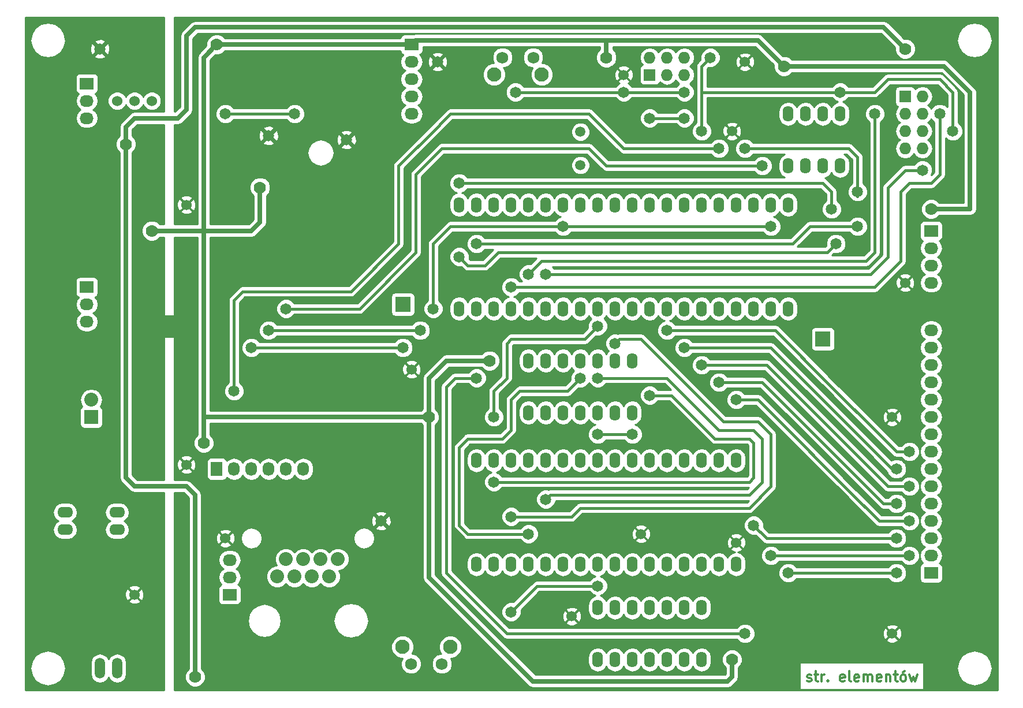
<source format=gtl>
G04 #@! TF.FileFunction,Copper,L1,Top,Signal*
%FSLAX46Y46*%
G04 Gerber Fmt 4.6, Leading zero omitted, Abs format (unit mm)*
G04 Created by KiCad (PCBNEW (2015-07-01 BZR 5850, Git 51c0ae3)-product) date 08.09.2015 00:21:10*
%MOMM*%
G01*
G04 APERTURE LIST*
%ADD10C,0.100000*%
%ADD11C,0.300000*%
%ADD12C,1.524000*%
%ADD13C,1.651000*%
%ADD14O,1.600000X2.300000*%
%ADD15R,2.032000X1.727200*%
%ADD16O,2.032000X1.727200*%
%ADD17R,1.727200X2.032000*%
%ADD18O,1.727200X2.032000*%
%ADD19R,1.727200X1.727200*%
%ADD20O,1.727200X1.727200*%
%ADD21C,2.032000*%
%ADD22R,2.032000X2.032000*%
%ADD23O,2.032000X2.032000*%
%ADD24C,2.100000*%
%ADD25C,1.750000*%
%ADD26O,2.300000X1.600000*%
%ADD27C,1.501140*%
%ADD28R,2.235200X2.235200*%
%ADD29O,1.506220X3.014980*%
%ADD30C,1.778000*%
%ADD31C,3.302000*%
%ADD32C,0.381000*%
%ADD33C,0.635000*%
%ADD34C,0.254000*%
G04 APERTURE END LIST*
D10*
D11*
X115408286Y-98016143D02*
X115551143Y-98087571D01*
X115836858Y-98087571D01*
X115979715Y-98016143D01*
X116051143Y-97873286D01*
X116051143Y-97801857D01*
X115979715Y-97659000D01*
X115836858Y-97587571D01*
X115622572Y-97587571D01*
X115479715Y-97516143D01*
X115408286Y-97373286D01*
X115408286Y-97301857D01*
X115479715Y-97159000D01*
X115622572Y-97087571D01*
X115836858Y-97087571D01*
X115979715Y-97159000D01*
X116479715Y-97087571D02*
X117051144Y-97087571D01*
X116694001Y-96587571D02*
X116694001Y-97873286D01*
X116765429Y-98016143D01*
X116908287Y-98087571D01*
X117051144Y-98087571D01*
X117551144Y-98087571D02*
X117551144Y-97087571D01*
X117551144Y-97373286D02*
X117622572Y-97230429D01*
X117694001Y-97159000D01*
X117836858Y-97087571D01*
X117979715Y-97087571D01*
X118479715Y-97944714D02*
X118551143Y-98016143D01*
X118479715Y-98087571D01*
X118408286Y-98016143D01*
X118479715Y-97944714D01*
X118479715Y-98087571D01*
X120908286Y-98016143D02*
X120765429Y-98087571D01*
X120479715Y-98087571D01*
X120336858Y-98016143D01*
X120265429Y-97873286D01*
X120265429Y-97301857D01*
X120336858Y-97159000D01*
X120479715Y-97087571D01*
X120765429Y-97087571D01*
X120908286Y-97159000D01*
X120979715Y-97301857D01*
X120979715Y-97444714D01*
X120265429Y-97587571D01*
X121836858Y-98087571D02*
X121694000Y-98016143D01*
X121622572Y-97873286D01*
X121622572Y-96587571D01*
X122979714Y-98016143D02*
X122836857Y-98087571D01*
X122551143Y-98087571D01*
X122408286Y-98016143D01*
X122336857Y-97873286D01*
X122336857Y-97301857D01*
X122408286Y-97159000D01*
X122551143Y-97087571D01*
X122836857Y-97087571D01*
X122979714Y-97159000D01*
X123051143Y-97301857D01*
X123051143Y-97444714D01*
X122336857Y-97587571D01*
X123694000Y-98087571D02*
X123694000Y-97087571D01*
X123694000Y-97230429D02*
X123765428Y-97159000D01*
X123908286Y-97087571D01*
X124122571Y-97087571D01*
X124265428Y-97159000D01*
X124336857Y-97301857D01*
X124336857Y-98087571D01*
X124336857Y-97301857D02*
X124408286Y-97159000D01*
X124551143Y-97087571D01*
X124765428Y-97087571D01*
X124908286Y-97159000D01*
X124979714Y-97301857D01*
X124979714Y-98087571D01*
X126265428Y-98016143D02*
X126122571Y-98087571D01*
X125836857Y-98087571D01*
X125694000Y-98016143D01*
X125622571Y-97873286D01*
X125622571Y-97301857D01*
X125694000Y-97159000D01*
X125836857Y-97087571D01*
X126122571Y-97087571D01*
X126265428Y-97159000D01*
X126336857Y-97301857D01*
X126336857Y-97444714D01*
X125622571Y-97587571D01*
X126979714Y-97087571D02*
X126979714Y-98087571D01*
X126979714Y-97230429D02*
X127051142Y-97159000D01*
X127194000Y-97087571D01*
X127408285Y-97087571D01*
X127551142Y-97159000D01*
X127622571Y-97301857D01*
X127622571Y-98087571D01*
X128122571Y-97087571D02*
X128694000Y-97087571D01*
X128336857Y-96587571D02*
X128336857Y-97873286D01*
X128408285Y-98016143D01*
X128551143Y-98087571D01*
X128694000Y-98087571D01*
X129408286Y-98087571D02*
X129265428Y-98016143D01*
X129194000Y-97944714D01*
X129122571Y-97801857D01*
X129122571Y-97373286D01*
X129194000Y-97230429D01*
X129265428Y-97159000D01*
X129408286Y-97087571D01*
X129622571Y-97087571D01*
X129765428Y-97159000D01*
X129836857Y-97230429D01*
X129908286Y-97373286D01*
X129908286Y-97801857D01*
X129836857Y-97944714D01*
X129765428Y-98016143D01*
X129622571Y-98087571D01*
X129408286Y-98087571D01*
X129694000Y-96516143D02*
X129479714Y-96730429D01*
X130408286Y-97087571D02*
X130694000Y-98087571D01*
X130979714Y-97373286D01*
X131265429Y-98087571D01*
X131551143Y-97087571D01*
D12*
X24384000Y-66294000D03*
X24384000Y-28194000D03*
X16764000Y-85344000D03*
X19304000Y-45974000D03*
D13*
X11684000Y-5334000D03*
D12*
X88519000Y-9144000D03*
X127889000Y-91059000D03*
X91059000Y-76454000D03*
D13*
X61214000Y-7239000D03*
D12*
X24384000Y-45974000D03*
X57404000Y-52324000D03*
X104394000Y-17399000D03*
X106299000Y-7239000D03*
X129794000Y-39624000D03*
X127889000Y-59309000D03*
X105029000Y-77724000D03*
X80899000Y-88519000D03*
D13*
X47879000Y-18669000D03*
D14*
X112649000Y-28194000D03*
X110109000Y-28194000D03*
X107569000Y-28194000D03*
X105029000Y-28194000D03*
X102489000Y-28194000D03*
X99949000Y-28194000D03*
X97409000Y-28194000D03*
X94869000Y-28194000D03*
X92329000Y-28194000D03*
X89789000Y-28194000D03*
X87249000Y-28194000D03*
X84709000Y-28194000D03*
X82169000Y-28194000D03*
X79629000Y-28194000D03*
X77089000Y-28194000D03*
X74549000Y-28194000D03*
X72009000Y-28194000D03*
X69469000Y-28194000D03*
X66929000Y-28194000D03*
X64389000Y-28194000D03*
X64389000Y-43434000D03*
X66929000Y-43434000D03*
X69469000Y-43434000D03*
X72009000Y-43434000D03*
X74549000Y-43434000D03*
X77089000Y-43434000D03*
X79629000Y-43434000D03*
X82169000Y-43434000D03*
X84709000Y-43434000D03*
X87249000Y-43434000D03*
X89789000Y-43434000D03*
X92329000Y-43434000D03*
X94869000Y-43434000D03*
X97409000Y-43434000D03*
X99949000Y-43434000D03*
X102489000Y-43434000D03*
X105029000Y-43434000D03*
X107569000Y-43434000D03*
X110109000Y-43434000D03*
X112649000Y-43434000D03*
D15*
X133604000Y-32004000D03*
D16*
X133604000Y-34544000D03*
X133604000Y-37084000D03*
X133604000Y-39624000D03*
D14*
X112649000Y-22479000D03*
X115189000Y-22479000D03*
X117729000Y-22479000D03*
X120269000Y-22479000D03*
X120269000Y-14859000D03*
X117729000Y-14859000D03*
X115189000Y-14859000D03*
X112649000Y-14859000D03*
D17*
X28829000Y-66929000D03*
D18*
X31369000Y-66929000D03*
X33909000Y-66929000D03*
X36449000Y-66929000D03*
X38989000Y-66929000D03*
X41529000Y-66929000D03*
D19*
X129794000Y-12319000D03*
D20*
X132334000Y-12319000D03*
X129794000Y-14859000D03*
X132334000Y-14859000D03*
X129794000Y-17399000D03*
X132334000Y-17399000D03*
X129794000Y-19939000D03*
X132334000Y-19939000D03*
D15*
X57404000Y-4699000D03*
D16*
X57404000Y-7239000D03*
X57404000Y-9779000D03*
X57404000Y-12319000D03*
X57404000Y-14859000D03*
D21*
X42799000Y-82677000D03*
X41529000Y-80137000D03*
X40259000Y-82677000D03*
X38989000Y-80137000D03*
X37719000Y-82677000D03*
X46609000Y-80137000D03*
X45339000Y-82677000D03*
X44069000Y-80137000D03*
D22*
X10414000Y-59309000D03*
D23*
X10414000Y-56769000D03*
D24*
X76499000Y-9094000D03*
D25*
X75239000Y-6604000D03*
X70739000Y-6604000D03*
D24*
X69489000Y-9094000D03*
X56089000Y-93014000D03*
D25*
X57349000Y-95504000D03*
X61849000Y-95504000D03*
D24*
X63099000Y-93014000D03*
D12*
X16764000Y-12954000D03*
X14224000Y-12954000D03*
X19304000Y-12954000D03*
D15*
X9779000Y-40259000D03*
D16*
X9779000Y-42799000D03*
X9779000Y-45339000D03*
D15*
X9779000Y-10414000D03*
D16*
X9779000Y-12954000D03*
X9779000Y-15494000D03*
D14*
X99949000Y-87249000D03*
X97409000Y-87249000D03*
X94869000Y-87249000D03*
X92329000Y-87249000D03*
X89789000Y-87249000D03*
X87249000Y-87249000D03*
X84709000Y-87249000D03*
X84709000Y-94869000D03*
X87249000Y-94869000D03*
X89789000Y-94869000D03*
X92329000Y-94869000D03*
X94869000Y-94869000D03*
X97409000Y-94869000D03*
X99949000Y-94869000D03*
X74549000Y-58674000D03*
X77089000Y-58674000D03*
X79629000Y-58674000D03*
X82169000Y-58674000D03*
X84709000Y-58674000D03*
X87249000Y-58674000D03*
X89789000Y-58674000D03*
X89789000Y-51054000D03*
X87249000Y-51054000D03*
X84709000Y-51054000D03*
X82169000Y-51054000D03*
X79629000Y-51054000D03*
X77089000Y-51054000D03*
X74549000Y-51054000D03*
X66929000Y-80899000D03*
X69469000Y-80899000D03*
X72009000Y-80899000D03*
X74549000Y-80899000D03*
X77089000Y-80899000D03*
X79629000Y-80899000D03*
X82169000Y-80899000D03*
X84709000Y-80899000D03*
X87249000Y-80899000D03*
X89789000Y-80899000D03*
X92329000Y-80899000D03*
X94869000Y-80899000D03*
X97409000Y-80899000D03*
X99949000Y-80899000D03*
X102489000Y-80899000D03*
X105029000Y-80899000D03*
X105029000Y-65659000D03*
X102489000Y-65659000D03*
X99949000Y-65659000D03*
X97409000Y-65659000D03*
X94869000Y-65659000D03*
X92329000Y-65659000D03*
X89789000Y-65659000D03*
X87249000Y-65659000D03*
X84709000Y-65659000D03*
X82169000Y-65659000D03*
X79629000Y-65659000D03*
X77089000Y-65659000D03*
X74549000Y-65659000D03*
X72009000Y-65659000D03*
X69469000Y-65659000D03*
X66929000Y-65659000D03*
D26*
X14224000Y-75819000D03*
X14224000Y-73279000D03*
X6604000Y-73279000D03*
X6604000Y-75819000D03*
D27*
X82169000Y-22379940D03*
X82169000Y-17498060D03*
D12*
X30099000Y-77089000D03*
D13*
X52959000Y-74549000D03*
X36449000Y-18034000D03*
D15*
X133604000Y-82169000D03*
D16*
X133604000Y-79629000D03*
X133604000Y-77089000D03*
X133604000Y-74549000D03*
X133604000Y-72009000D03*
X133604000Y-69469000D03*
X133604000Y-66929000D03*
X133604000Y-64389000D03*
X133604000Y-61849000D03*
X133604000Y-59309000D03*
X133604000Y-56769000D03*
X133604000Y-54229000D03*
X133604000Y-51689000D03*
X133604000Y-49149000D03*
X133604000Y-46609000D03*
D19*
X92329000Y-9144000D03*
D20*
X92329000Y-6604000D03*
X94869000Y-9144000D03*
X94869000Y-6604000D03*
X97409000Y-9144000D03*
X97409000Y-6604000D03*
D15*
X30734000Y-85344000D03*
D16*
X30734000Y-82804000D03*
X30734000Y-80264000D03*
D28*
X117729000Y-47879000D03*
X56134000Y-42799000D03*
D29*
X11684000Y-96139000D03*
X14224000Y-96139000D03*
D13*
X97409000Y-11684000D03*
X88519000Y-11684000D03*
X72644000Y-11684000D03*
D30*
X25654000Y-97409000D03*
X129794000Y-5334000D03*
X15494000Y-19304000D03*
D13*
X60579000Y-43434000D03*
X79629000Y-31369000D03*
X110109000Y-31369000D03*
X108839000Y-22479000D03*
X38989000Y-43434000D03*
X122809000Y-26289000D03*
X106299000Y-19939000D03*
X31369000Y-55499000D03*
X102489000Y-19939000D03*
X101219000Y-6604000D03*
X99949000Y-17399000D03*
X136779000Y-17399000D03*
X120269000Y-11684000D03*
X97409000Y-15494000D03*
X92329000Y-15494000D03*
X64389000Y-25019000D03*
X118999000Y-28829000D03*
X66929000Y-33909000D03*
X122809000Y-31369000D03*
X64389000Y-35814000D03*
X119634000Y-33909000D03*
X36449000Y-46609000D03*
X58674000Y-46609000D03*
X33909000Y-49149000D03*
X56134000Y-49149000D03*
X106299000Y-91059000D03*
X66929000Y-53594000D03*
X69469000Y-59309000D03*
X84709000Y-45974000D03*
X107569000Y-75184000D03*
X128524000Y-77089000D03*
X84709000Y-84074000D03*
X72009000Y-87884000D03*
X89789000Y-61849000D03*
X84709000Y-61849000D03*
X92329000Y-56134000D03*
X69469000Y-68834000D03*
X72009000Y-73914000D03*
X87249000Y-48514000D03*
X84709000Y-53594000D03*
X77089000Y-71374000D03*
X74549000Y-76454000D03*
X82169000Y-53594000D03*
X30099000Y-14859000D03*
X40259000Y-14859000D03*
X102489000Y-54229000D03*
X128524000Y-72009000D03*
X99949000Y-51689000D03*
X130429000Y-69469000D03*
X72009000Y-40259000D03*
X134874000Y-14859000D03*
X125349000Y-14859000D03*
X74549000Y-38354000D03*
X132334000Y-23114000D03*
X77089000Y-38354000D03*
X94869000Y-46609000D03*
X130429000Y-64389000D03*
X97409000Y-49149000D03*
X128524000Y-66929000D03*
X110109000Y-79629000D03*
X130429000Y-79629000D03*
D30*
X104394000Y-94869000D03*
X68834000Y-51054000D03*
X59944000Y-59309000D03*
X26924000Y-63119000D03*
X28829000Y-4699000D03*
X112014000Y-7874000D03*
X133604000Y-28829000D03*
X85979000Y-6604000D03*
X35179000Y-25654000D03*
X19304000Y-32004000D03*
D13*
X130429000Y-74549000D03*
X105029000Y-56769000D03*
X112649000Y-82169000D03*
X128524000Y-82169000D03*
D31*
X19304000Y-45974000D02*
X24384000Y-45974000D01*
X19304000Y-45974000D02*
X24384000Y-45974000D01*
D32*
X97409000Y-11684000D02*
X88519000Y-11684000D01*
X72644000Y-11684000D02*
X88519000Y-11684000D01*
X88519000Y-11684000D02*
X88519000Y-11684000D01*
X88519000Y-11684000D02*
X88519000Y-11684000D01*
X88519000Y-11684000D02*
X88519000Y-11684000D01*
D33*
X15494000Y-19304000D02*
X15494000Y-68199000D01*
X16764000Y-69469000D02*
X24384000Y-69469000D01*
X15494000Y-68199000D02*
X16764000Y-69469000D01*
X24384000Y-69469000D02*
X24384000Y-69469000D01*
X24384000Y-69469000D02*
X25654000Y-70739000D01*
X25654000Y-70739000D02*
X25654000Y-97409000D01*
X25654000Y-97409000D02*
X25654000Y-97409000D01*
X15494000Y-19304000D02*
X15494000Y-16764000D01*
X15494000Y-16764000D02*
X16764000Y-15494000D01*
X16764000Y-15494000D02*
X23114000Y-15494000D01*
X23114000Y-15494000D02*
X24384000Y-14224000D01*
X24384000Y-14224000D02*
X24384000Y-3429000D01*
X24384000Y-3429000D02*
X25654000Y-2159000D01*
X25654000Y-2159000D02*
X126619000Y-2159000D01*
X126619000Y-2159000D02*
X126619000Y-2159000D01*
X126619000Y-2159000D02*
X129794000Y-5334000D01*
D32*
X63119000Y-31369000D02*
X79629000Y-31369000D01*
X60579000Y-33909000D02*
X63119000Y-31369000D01*
X60579000Y-43434000D02*
X60579000Y-33909000D01*
X110109000Y-31369000D02*
X79629000Y-31369000D01*
X85979000Y-22479000D02*
X83439000Y-19939000D01*
X83439000Y-19939000D02*
X70104000Y-19939000D01*
X108839000Y-22479000D02*
X85979000Y-22479000D01*
X61849000Y-19939000D02*
X70104000Y-19939000D01*
X61849000Y-19939000D02*
X61849000Y-19939000D01*
X49784000Y-43434000D02*
X58039000Y-35179000D01*
X58039000Y-35179000D02*
X58039000Y-23749000D01*
X58039000Y-23749000D02*
X61849000Y-19939000D01*
X44069000Y-43434000D02*
X49784000Y-43434000D01*
X38989000Y-43434000D02*
X44069000Y-43434000D01*
X122809000Y-26924000D02*
X122809000Y-26289000D01*
X122809000Y-21209000D02*
X122809000Y-26924000D01*
X121539000Y-19939000D02*
X122809000Y-21209000D01*
X106299000Y-19939000D02*
X121539000Y-19939000D01*
X66929000Y-14859000D02*
X63119000Y-14859000D01*
X32639000Y-40894000D02*
X32639000Y-40894000D01*
X32639000Y-40894000D02*
X32639000Y-40894000D01*
X32639000Y-40894000D02*
X31369000Y-42164000D01*
X31369000Y-42164000D02*
X31369000Y-55499000D01*
X48514000Y-40894000D02*
X32639000Y-40894000D01*
X55499000Y-33909000D02*
X48514000Y-40894000D01*
X61214000Y-16764000D02*
X55499000Y-22479000D01*
X55499000Y-22479000D02*
X55499000Y-33909000D01*
X61849000Y-16129000D02*
X61214000Y-16764000D01*
X63119000Y-14859000D02*
X61849000Y-16129000D01*
X102489000Y-19939000D02*
X88519000Y-19939000D01*
X83439000Y-14859000D02*
X66929000Y-14859000D01*
X66929000Y-14859000D02*
X66929000Y-14859000D01*
X88519000Y-19939000D02*
X83439000Y-14859000D01*
X99949000Y-11684000D02*
X99949000Y-7874000D01*
X99949000Y-7874000D02*
X101219000Y-6604000D01*
X99949000Y-11684000D02*
X120269000Y-11684000D01*
X99949000Y-17399000D02*
X99949000Y-11684000D01*
X120269000Y-11684000D02*
X125349000Y-11684000D01*
X136779000Y-11684000D02*
X136779000Y-17399000D01*
X134874000Y-9779000D02*
X136779000Y-11684000D01*
X127254000Y-9779000D02*
X134874000Y-9779000D01*
X125349000Y-11684000D02*
X127254000Y-9779000D01*
X93599000Y-15494000D02*
X92329000Y-15494000D01*
X94234000Y-15494000D02*
X93599000Y-15494000D01*
X94234000Y-15494000D02*
X97409000Y-15494000D01*
X118999000Y-26289000D02*
X118999000Y-28829000D01*
X64389000Y-25019000D02*
X107569000Y-25019000D01*
X107569000Y-25019000D02*
X117729000Y-25019000D01*
X117729000Y-25019000D02*
X118999000Y-26289000D01*
X69469000Y-33909000D02*
X113284000Y-33909000D01*
X66929000Y-33909000D02*
X69469000Y-33909000D01*
X113284000Y-33909000D02*
X115824000Y-31369000D01*
X115824000Y-31369000D02*
X122809000Y-31369000D01*
X117094000Y-35179000D02*
X118364000Y-35179000D01*
X64389000Y-35814000D02*
X65659000Y-37084000D01*
X65659000Y-37084000D02*
X68199000Y-37084000D01*
X68199000Y-37084000D02*
X70104000Y-35179000D01*
X70104000Y-35179000D02*
X117094000Y-35179000D01*
X118364000Y-35179000D02*
X119634000Y-33909000D01*
X58674000Y-46609000D02*
X36449000Y-46609000D01*
X56134000Y-49149000D02*
X33909000Y-49149000D01*
X66929000Y-53594000D02*
X63754000Y-53594000D01*
X62484000Y-82169000D02*
X62484000Y-54864000D01*
X62484000Y-54864000D02*
X63754000Y-53594000D01*
X65024000Y-84709000D02*
X71374000Y-91059000D01*
X71374000Y-91059000D02*
X106299000Y-91059000D01*
X65024000Y-84709000D02*
X62484000Y-82169000D01*
X71374000Y-53594000D02*
X69469000Y-55499000D01*
X69469000Y-55499000D02*
X69469000Y-59309000D01*
X71374000Y-50419000D02*
X71374000Y-53594000D01*
X71374000Y-48514000D02*
X71374000Y-50419000D01*
X72009000Y-47879000D02*
X71374000Y-48514000D01*
X84709000Y-45974000D02*
X82804000Y-47879000D01*
X82804000Y-47879000D02*
X72009000Y-47879000D01*
X128524000Y-77089000D02*
X109474000Y-77089000D01*
X109474000Y-77089000D02*
X107569000Y-75184000D01*
X72009000Y-87884000D02*
X75819000Y-84074000D01*
X75819000Y-84074000D02*
X84709000Y-84074000D01*
X89154000Y-61849000D02*
X89789000Y-61849000D01*
X84709000Y-61849000D02*
X89154000Y-61849000D01*
X95504000Y-56134000D02*
X92329000Y-56134000D01*
X101854000Y-62484000D02*
X95504000Y-56134000D01*
X106934000Y-62484000D02*
X101854000Y-62484000D01*
X107569000Y-63119000D02*
X106934000Y-62484000D01*
X107569000Y-68199000D02*
X107569000Y-63119000D01*
X106934000Y-68834000D02*
X107569000Y-68199000D01*
X69469000Y-68834000D02*
X106934000Y-68834000D01*
X106934000Y-72644000D02*
X82169000Y-72644000D01*
X82169000Y-72644000D02*
X80899000Y-73914000D01*
X80899000Y-73914000D02*
X78994000Y-73914000D01*
X78994000Y-73914000D02*
X72009000Y-73914000D01*
X110109000Y-69469000D02*
X106934000Y-72644000D01*
X110109000Y-61849000D02*
X110109000Y-69469000D01*
X108204000Y-59944000D02*
X110109000Y-61849000D01*
X103124000Y-59944000D02*
X108204000Y-59944000D01*
X91059000Y-47879000D02*
X103124000Y-59944000D01*
X87249000Y-48514000D02*
X87884000Y-47879000D01*
X87884000Y-47879000D02*
X91059000Y-47879000D01*
X94869000Y-53594000D02*
X84709000Y-53594000D01*
X102489000Y-61214000D02*
X94869000Y-53594000D01*
X107569000Y-61214000D02*
X102489000Y-61214000D01*
X108839000Y-62484000D02*
X107569000Y-61214000D01*
X108839000Y-68834000D02*
X108839000Y-62484000D01*
X106934000Y-70739000D02*
X108839000Y-68834000D01*
X77089000Y-71374000D02*
X77724000Y-70739000D01*
X77724000Y-70739000D02*
X106934000Y-70739000D01*
X65659000Y-76454000D02*
X74549000Y-76454000D01*
X64389000Y-75184000D02*
X65659000Y-76454000D01*
X64389000Y-63754000D02*
X64389000Y-75184000D01*
X73279000Y-55499000D02*
X72009000Y-56769000D01*
X72009000Y-56769000D02*
X72009000Y-61214000D01*
X72009000Y-61214000D02*
X70739000Y-62484000D01*
X70739000Y-62484000D02*
X65659000Y-62484000D01*
X65659000Y-62484000D02*
X64389000Y-63754000D01*
X80264000Y-55499000D02*
X73279000Y-55499000D01*
X82169000Y-53594000D02*
X80264000Y-55499000D01*
X30099000Y-14859000D02*
X40259000Y-14859000D01*
X126619000Y-72009000D02*
X128524000Y-72009000D01*
X123444000Y-68834000D02*
X126619000Y-72009000D01*
X113284000Y-58674000D02*
X123444000Y-68834000D01*
X108839000Y-54229000D02*
X113284000Y-58674000D01*
X108839000Y-54229000D02*
X102489000Y-54229000D01*
X124714000Y-66929000D02*
X127254000Y-69469000D01*
X127254000Y-69469000D02*
X130429000Y-69469000D01*
X118364000Y-60579000D02*
X124714000Y-66929000D01*
X109474000Y-51689000D02*
X118364000Y-60579000D01*
X109474000Y-51689000D02*
X99949000Y-51689000D01*
X130429000Y-25019000D02*
X133604000Y-25019000D01*
X72009000Y-40259000D02*
X125349000Y-40259000D01*
X125349000Y-40259000D02*
X129159000Y-36449000D01*
X129159000Y-36449000D02*
X129159000Y-26289000D01*
X129159000Y-26289000D02*
X130429000Y-25019000D01*
X134874000Y-23749000D02*
X134874000Y-14859000D01*
X133604000Y-25019000D02*
X134874000Y-23749000D01*
X125349000Y-35179000D02*
X125349000Y-14859000D01*
X124079000Y-36449000D02*
X125349000Y-35179000D01*
X74549000Y-38354000D02*
X76454000Y-36449000D01*
X76454000Y-36449000D02*
X124079000Y-36449000D01*
X127254000Y-25654000D02*
X129794000Y-23114000D01*
X129794000Y-23114000D02*
X132334000Y-23114000D01*
X127254000Y-35814000D02*
X127254000Y-25654000D01*
X124714000Y-38354000D02*
X127254000Y-35814000D01*
X77089000Y-38354000D02*
X124714000Y-38354000D01*
X128524000Y-64389000D02*
X130429000Y-64389000D01*
X125984000Y-61849000D02*
X128524000Y-64389000D01*
X118999000Y-54864000D02*
X125984000Y-61849000D01*
X110744000Y-46609000D02*
X118999000Y-54864000D01*
X110744000Y-46609000D02*
X94869000Y-46609000D01*
X125349000Y-64389000D02*
X127889000Y-66929000D01*
X127889000Y-66929000D02*
X128524000Y-66929000D01*
X116459000Y-55499000D02*
X125349000Y-64389000D01*
X110109000Y-49149000D02*
X116459000Y-55499000D01*
X110109000Y-49149000D02*
X97409000Y-49149000D01*
X130429000Y-79629000D02*
X110109000Y-79629000D01*
D33*
X59944000Y-59309000D02*
X59944000Y-82804000D01*
X104394000Y-97409000D02*
X104394000Y-94869000D01*
X103759000Y-98044000D02*
X104394000Y-97409000D01*
X75184000Y-98044000D02*
X103759000Y-98044000D01*
X59944000Y-82804000D02*
X75184000Y-98044000D01*
X59944000Y-59309000D02*
X59944000Y-53594000D01*
X65024000Y-51054000D02*
X68834000Y-51054000D01*
X65024000Y-51054000D02*
X65024000Y-51054000D01*
X62484000Y-51054000D02*
X65024000Y-51054000D01*
X59944000Y-53594000D02*
X62484000Y-51054000D01*
X26924000Y-63119000D02*
X26924000Y-59309000D01*
X26924000Y-32004000D02*
X26924000Y-17399000D01*
X26924000Y-6604000D02*
X28829000Y-4699000D01*
X26924000Y-7874000D02*
X26924000Y-6604000D01*
X26924000Y-13589000D02*
X26924000Y-7874000D01*
X26924000Y-17399000D02*
X26924000Y-13589000D01*
X26924000Y-59309000D02*
X26924000Y-54864000D01*
X26924000Y-54864000D02*
X26924000Y-32004000D01*
X28829000Y-4699000D02*
X57404000Y-4699000D01*
X58039000Y-4064000D02*
X85979000Y-4064000D01*
X57404000Y-4699000D02*
X58039000Y-4064000D01*
X112014000Y-7874000D02*
X135509000Y-7874000D01*
X135509000Y-7874000D02*
X139319000Y-11684000D01*
X139319000Y-11684000D02*
X139319000Y-28829000D01*
X139319000Y-28829000D02*
X133604000Y-28829000D01*
X59944000Y-59309000D02*
X59944000Y-59309000D01*
X59944000Y-59309000D02*
X26924000Y-59309000D01*
X85979000Y-4064000D02*
X108204000Y-4064000D01*
X108204000Y-4064000D02*
X112014000Y-7874000D01*
X85979000Y-6604000D02*
X85979000Y-4064000D01*
X35179000Y-30734000D02*
X35179000Y-30734000D01*
X35179000Y-30734000D02*
X35179000Y-25654000D01*
X26924000Y-32004000D02*
X26924000Y-32004000D01*
X26924000Y-32004000D02*
X19304000Y-32004000D01*
X35179000Y-30734000D02*
X33909000Y-32004000D01*
X33909000Y-32004000D02*
X26924000Y-32004000D01*
D32*
X105029000Y-56769000D02*
X108204000Y-56769000D01*
X108204000Y-56769000D02*
X110744000Y-59309000D01*
X110744000Y-59309000D02*
X121539000Y-70104000D01*
X121539000Y-70104000D02*
X125984000Y-74549000D01*
X130429000Y-74549000D02*
X125984000Y-74549000D01*
X128524000Y-82169000D02*
X112649000Y-82169000D01*
D34*
G36*
X21082000Y-14541500D02*
X16764000Y-14541500D01*
X16399494Y-14614005D01*
X16090481Y-14820481D01*
X14820481Y-16090481D01*
X14614005Y-16399494D01*
X14541500Y-16764000D01*
X14541500Y-18101455D01*
X14202769Y-18439596D01*
X13970265Y-18999528D01*
X13969736Y-19605812D01*
X14201262Y-20166149D01*
X14541500Y-20506981D01*
X14541500Y-68199000D01*
X14614005Y-68563506D01*
X14820481Y-68872519D01*
X16090481Y-70142519D01*
X16399494Y-70348995D01*
X16764000Y-70421500D01*
X21082000Y-70421500D01*
X21082000Y-99374000D01*
X744000Y-99374000D01*
X744000Y-93746152D01*
X3072850Y-93746152D01*
X2232593Y-94307593D01*
X1671152Y-95147850D01*
X1474000Y-96139000D01*
X1671152Y-97130150D01*
X2232593Y-97970407D01*
X3072850Y-98531848D01*
X4064000Y-98729000D01*
X5055150Y-98531848D01*
X5895407Y-97970407D01*
X6456848Y-97130150D01*
X6654000Y-96139000D01*
X6456848Y-95147850D01*
X5895407Y-94307593D01*
X5367020Y-93954536D01*
X11684000Y-93954536D01*
X11152793Y-94060200D01*
X10702458Y-94361104D01*
X10401554Y-94811439D01*
X10295890Y-95342646D01*
X10295890Y-96935354D01*
X10401554Y-97466561D01*
X10702458Y-97916896D01*
X11152793Y-98217800D01*
X11684000Y-98323464D01*
X12215207Y-98217800D01*
X12665542Y-97916896D01*
X12954000Y-97485188D01*
X13242458Y-97916896D01*
X13692793Y-98217800D01*
X14224000Y-98323464D01*
X14755207Y-98217800D01*
X15205542Y-97916896D01*
X15506446Y-97466561D01*
X15612110Y-96935354D01*
X15612110Y-95342646D01*
X15506446Y-94811439D01*
X15205542Y-94361104D01*
X14755207Y-94060200D01*
X14224000Y-93954536D01*
X13692793Y-94060200D01*
X13242458Y-94361104D01*
X12954000Y-94792812D01*
X12665542Y-94361104D01*
X12215207Y-94060200D01*
X11684000Y-93954536D01*
X5367020Y-93954536D01*
X5055150Y-93746152D01*
X4064000Y-93549000D01*
X3072850Y-93746152D01*
X744000Y-93746152D01*
X744000Y-86255043D01*
X15885483Y-86255043D01*
X15945493Y-86509707D01*
X16453895Y-86734202D01*
X17009508Y-86747050D01*
X17527745Y-86546298D01*
X17582507Y-86509707D01*
X17642517Y-86255043D01*
X16764000Y-85376527D01*
X15885483Y-86255043D01*
X744000Y-86255043D01*
X744000Y-84525493D01*
X15598293Y-84525493D01*
X15373798Y-85033895D01*
X15360950Y-85589508D01*
X15561702Y-86107745D01*
X15598293Y-86162507D01*
X15852957Y-86222517D01*
X16731473Y-85344000D01*
X16796527Y-85344000D01*
X17675043Y-86222517D01*
X17929707Y-86162507D01*
X18154202Y-85654105D01*
X18167050Y-85098492D01*
X17966298Y-84580255D01*
X17929707Y-84525493D01*
X17675043Y-84465483D01*
X16796527Y-85344000D01*
X16731473Y-85344000D01*
X16731473Y-85344000D01*
X15852957Y-84465483D01*
X15598293Y-84525493D01*
X744000Y-84525493D01*
X744000Y-84141702D01*
X16000255Y-84141702D01*
X15945493Y-84178293D01*
X15885483Y-84432957D01*
X16764000Y-85311473D01*
X17642517Y-84432957D01*
X17582507Y-84178293D01*
X17074105Y-83953798D01*
X16518492Y-83940950D01*
X16000255Y-84141702D01*
X744000Y-84141702D01*
X744000Y-71844000D01*
X6219030Y-71844000D01*
X5669879Y-71953233D01*
X5204332Y-72264302D01*
X4893263Y-72729849D01*
X4784030Y-73279000D01*
X4893263Y-73828151D01*
X5204332Y-74293698D01*
X5586418Y-74549000D01*
X5204332Y-74804302D01*
X4893263Y-75269849D01*
X4784030Y-75819000D01*
X4893263Y-76368151D01*
X5204332Y-76833698D01*
X5669879Y-77144767D01*
X6219030Y-77254000D01*
X6988970Y-77254000D01*
X7538121Y-77144767D01*
X8003668Y-76833698D01*
X8314737Y-76368151D01*
X8423970Y-75819000D01*
X8314737Y-75269849D01*
X8003668Y-74804302D01*
X7621582Y-74549000D01*
X8003668Y-74293698D01*
X8314737Y-73828151D01*
X8423970Y-73279000D01*
X8314737Y-72729849D01*
X8003668Y-72264302D01*
X7538121Y-71953233D01*
X6988970Y-71844000D01*
X13839030Y-71844000D01*
X13289879Y-71953233D01*
X12824332Y-72264302D01*
X12513263Y-72729849D01*
X12404030Y-73279000D01*
X12513263Y-73828151D01*
X12824332Y-74293698D01*
X13206418Y-74549000D01*
X12824332Y-74804302D01*
X12513263Y-75269849D01*
X12404030Y-75819000D01*
X12513263Y-76368151D01*
X12824332Y-76833698D01*
X13289879Y-77144767D01*
X13839030Y-77254000D01*
X14608970Y-77254000D01*
X15158121Y-77144767D01*
X15623668Y-76833698D01*
X15934737Y-76368151D01*
X16043970Y-75819000D01*
X15934737Y-75269849D01*
X15623668Y-74804302D01*
X15241582Y-74549000D01*
X15623668Y-74293698D01*
X15934737Y-73828151D01*
X16043970Y-73279000D01*
X15934737Y-72729849D01*
X15623668Y-72264302D01*
X15158121Y-71953233D01*
X14608970Y-71844000D01*
X13839030Y-71844000D01*
X6988970Y-71844000D01*
X6988970Y-71844000D01*
X6219030Y-71844000D01*
X744000Y-71844000D01*
X744000Y-55118000D01*
X10381655Y-55118000D01*
X9749845Y-55243675D01*
X9214222Y-55601567D01*
X8856330Y-56137190D01*
X8730655Y-56769000D01*
X8856330Y-57400810D01*
X9083169Y-57740299D01*
X8943073Y-57832327D01*
X8800623Y-58043360D01*
X8750560Y-58293000D01*
X8750560Y-60325000D01*
X8797537Y-60567123D01*
X8937327Y-60779927D01*
X9148360Y-60922377D01*
X9398000Y-60972440D01*
X11430000Y-60972440D01*
X11672123Y-60925463D01*
X11884927Y-60785673D01*
X12027377Y-60574640D01*
X12077440Y-60325000D01*
X12077440Y-58293000D01*
X12030463Y-58050877D01*
X11890673Y-57838073D01*
X11745140Y-57739836D01*
X11971670Y-57400810D01*
X12097345Y-56769000D01*
X11971670Y-56137190D01*
X11613778Y-55601567D01*
X11078155Y-55243675D01*
X10446345Y-55118000D01*
X10381655Y-55118000D01*
X744000Y-55118000D01*
X744000Y-38747960D01*
X8763000Y-38747960D01*
X8520877Y-38794937D01*
X8308073Y-38934727D01*
X8165623Y-39145760D01*
X8115560Y-39395400D01*
X8115560Y-41122600D01*
X8162537Y-41364723D01*
X8302327Y-41577527D01*
X8513360Y-41719977D01*
X8551963Y-41727718D01*
X8534585Y-41739330D01*
X8209729Y-42225511D01*
X8095655Y-42799000D01*
X8209729Y-43372489D01*
X8534585Y-43858670D01*
X8849366Y-44069000D01*
X8534585Y-44279330D01*
X8209729Y-44765511D01*
X8095655Y-45339000D01*
X8209729Y-45912489D01*
X8534585Y-46398670D01*
X9020766Y-46723526D01*
X9594255Y-46837600D01*
X9963745Y-46837600D01*
X10537234Y-46723526D01*
X11023415Y-46398670D01*
X11348271Y-45912489D01*
X11462345Y-45339000D01*
X11348271Y-44765511D01*
X11023415Y-44279330D01*
X10708634Y-44069000D01*
X11023415Y-43858670D01*
X11348271Y-43372489D01*
X11462345Y-42799000D01*
X11348271Y-42225511D01*
X11023415Y-41739330D01*
X11007633Y-41728785D01*
X11037123Y-41723063D01*
X11249927Y-41583273D01*
X11392377Y-41372240D01*
X11442440Y-41122600D01*
X11442440Y-39395400D01*
X11395463Y-39153277D01*
X11255673Y-38940473D01*
X11044640Y-38798023D01*
X10795000Y-38747960D01*
X8763000Y-38747960D01*
X744000Y-38747960D01*
X744000Y-8902960D01*
X8763000Y-8902960D01*
X8520877Y-8949937D01*
X8308073Y-9089727D01*
X8165623Y-9300760D01*
X8115560Y-9550400D01*
X8115560Y-11277600D01*
X8162537Y-11519723D01*
X8302327Y-11732527D01*
X8513360Y-11874977D01*
X8551963Y-11882718D01*
X8534585Y-11894330D01*
X8209729Y-12380511D01*
X8095655Y-12954000D01*
X8209729Y-13527489D01*
X8534585Y-14013670D01*
X8849366Y-14224000D01*
X8534585Y-14434330D01*
X8209729Y-14920511D01*
X8095655Y-15494000D01*
X8209729Y-16067489D01*
X8534585Y-16553670D01*
X9020766Y-16878526D01*
X9594255Y-16992600D01*
X9963745Y-16992600D01*
X10537234Y-16878526D01*
X11023415Y-16553670D01*
X11348271Y-16067489D01*
X11462345Y-15494000D01*
X11348271Y-14920511D01*
X11023415Y-14434330D01*
X10708634Y-14224000D01*
X11023415Y-14013670D01*
X11348271Y-13527489D01*
X11462345Y-12954000D01*
X11348271Y-12380511D01*
X11023415Y-11894330D01*
X11007633Y-11883785D01*
X11037123Y-11878063D01*
X11249927Y-11738273D01*
X11372451Y-11556758D01*
X13947339Y-11556758D01*
X13433697Y-11768990D01*
X13040371Y-12161630D01*
X12827243Y-12674900D01*
X12826758Y-13230661D01*
X13038990Y-13744303D01*
X13431630Y-14137629D01*
X13944900Y-14350757D01*
X14500661Y-14351242D01*
X15014303Y-14139010D01*
X15407629Y-13746370D01*
X15493949Y-13538488D01*
X15578990Y-13744303D01*
X15971630Y-14137629D01*
X16484900Y-14350757D01*
X17040661Y-14351242D01*
X17554303Y-14139010D01*
X17947629Y-13746370D01*
X18033949Y-13538488D01*
X18118990Y-13744303D01*
X18511630Y-14137629D01*
X19024900Y-14350757D01*
X19580661Y-14351242D01*
X20094303Y-14139010D01*
X20487629Y-13746370D01*
X20700757Y-13233100D01*
X20701242Y-12677339D01*
X20489010Y-12163697D01*
X20096370Y-11770371D01*
X19583100Y-11557243D01*
X19027339Y-11556758D01*
X18513697Y-11768990D01*
X18120371Y-12161630D01*
X18034051Y-12369512D01*
X17949010Y-12163697D01*
X17556370Y-11770371D01*
X17043100Y-11557243D01*
X16487339Y-11556758D01*
X15973697Y-11768990D01*
X15580371Y-12161630D01*
X15494051Y-12369512D01*
X15409010Y-12163697D01*
X15016370Y-11770371D01*
X14503100Y-11557243D01*
X13947339Y-11556758D01*
X11372451Y-11556758D01*
X11392377Y-11527240D01*
X11442440Y-11277600D01*
X11442440Y-9550400D01*
X11395463Y-9308277D01*
X11255673Y-9095473D01*
X11044640Y-8953023D01*
X10795000Y-8902960D01*
X8763000Y-8902960D01*
X744000Y-8902960D01*
X744000Y-6806340D01*
X11461131Y-6806340D01*
X12041535Y-6779553D01*
X12453344Y-6608976D01*
X12530610Y-6360215D01*
X12351005Y-6180610D01*
X12710215Y-6180610D01*
X12958976Y-6103344D01*
X13156340Y-5556869D01*
X13129553Y-4976465D01*
X12958976Y-4564656D01*
X12710215Y-4487390D01*
X11863605Y-5334000D01*
X11504395Y-5334000D01*
X11504395Y-5334000D01*
X10657785Y-4487390D01*
X10409024Y-4564656D01*
X10211660Y-5111131D01*
X10238447Y-5691535D01*
X10409024Y-6103344D01*
X10657785Y-6180610D01*
X11504395Y-5334000D01*
X11863605Y-5334000D01*
X11504395Y-5334000D01*
X11504395Y-5334000D01*
X11863605Y-5334000D01*
X12710215Y-6180610D01*
X12351005Y-6180610D01*
X11684000Y-5513605D01*
X10837390Y-6360215D01*
X5199771Y-6360215D01*
X5895407Y-5895407D01*
X6456848Y-5055150D01*
X6654000Y-4064000D01*
X6619081Y-3888447D01*
X11326465Y-3888447D01*
X10914656Y-4059024D01*
X10837390Y-4307785D01*
X11684000Y-5154395D01*
X12530610Y-4307785D01*
X12453344Y-4059024D01*
X11906869Y-3861660D01*
X11326465Y-3888447D01*
X6619081Y-3888447D01*
X6456848Y-3072850D01*
X5895407Y-2232593D01*
X5055150Y-1671152D01*
X4064000Y-1474000D01*
X3072850Y-1671152D01*
X2232593Y-2232593D01*
X1671152Y-3072850D01*
X1474000Y-4064000D01*
X1671152Y-5055150D01*
X2232593Y-5895407D01*
X3072850Y-6456848D01*
X4064000Y-6654000D01*
X5055150Y-6456848D01*
X5199771Y-6360215D01*
X10837390Y-6360215D01*
X5199771Y-6360215D01*
X5199771Y-6360215D01*
X10837390Y-6360215D01*
X10914656Y-6608976D01*
X11461131Y-6806340D01*
X744000Y-6806340D01*
X744000Y-744000D01*
X21082000Y-744000D01*
X21082000Y-14541500D01*
X21082000Y-14541500D01*
G37*
X21082000Y-14541500D02*
X16764000Y-14541500D01*
X16399494Y-14614005D01*
X16090481Y-14820481D01*
X14820481Y-16090481D01*
X14614005Y-16399494D01*
X14541500Y-16764000D01*
X14541500Y-18101455D01*
X14202769Y-18439596D01*
X13970265Y-18999528D01*
X13969736Y-19605812D01*
X14201262Y-20166149D01*
X14541500Y-20506981D01*
X14541500Y-68199000D01*
X14614005Y-68563506D01*
X14820481Y-68872519D01*
X16090481Y-70142519D01*
X16399494Y-70348995D01*
X16764000Y-70421500D01*
X21082000Y-70421500D01*
X21082000Y-99374000D01*
X744000Y-99374000D01*
X744000Y-93746152D01*
X3072850Y-93746152D01*
X2232593Y-94307593D01*
X1671152Y-95147850D01*
X1474000Y-96139000D01*
X1671152Y-97130150D01*
X2232593Y-97970407D01*
X3072850Y-98531848D01*
X4064000Y-98729000D01*
X5055150Y-98531848D01*
X5895407Y-97970407D01*
X6456848Y-97130150D01*
X6654000Y-96139000D01*
X6456848Y-95147850D01*
X5895407Y-94307593D01*
X5367020Y-93954536D01*
X11684000Y-93954536D01*
X11152793Y-94060200D01*
X10702458Y-94361104D01*
X10401554Y-94811439D01*
X10295890Y-95342646D01*
X10295890Y-96935354D01*
X10401554Y-97466561D01*
X10702458Y-97916896D01*
X11152793Y-98217800D01*
X11684000Y-98323464D01*
X12215207Y-98217800D01*
X12665542Y-97916896D01*
X12954000Y-97485188D01*
X13242458Y-97916896D01*
X13692793Y-98217800D01*
X14224000Y-98323464D01*
X14755207Y-98217800D01*
X15205542Y-97916896D01*
X15506446Y-97466561D01*
X15612110Y-96935354D01*
X15612110Y-95342646D01*
X15506446Y-94811439D01*
X15205542Y-94361104D01*
X14755207Y-94060200D01*
X14224000Y-93954536D01*
X13692793Y-94060200D01*
X13242458Y-94361104D01*
X12954000Y-94792812D01*
X12665542Y-94361104D01*
X12215207Y-94060200D01*
X11684000Y-93954536D01*
X5367020Y-93954536D01*
X5055150Y-93746152D01*
X4064000Y-93549000D01*
X3072850Y-93746152D01*
X744000Y-93746152D01*
X744000Y-86255043D01*
X15885483Y-86255043D01*
X15945493Y-86509707D01*
X16453895Y-86734202D01*
X17009508Y-86747050D01*
X17527745Y-86546298D01*
X17582507Y-86509707D01*
X17642517Y-86255043D01*
X16764000Y-85376527D01*
X15885483Y-86255043D01*
X744000Y-86255043D01*
X744000Y-84525493D01*
X15598293Y-84525493D01*
X15373798Y-85033895D01*
X15360950Y-85589508D01*
X15561702Y-86107745D01*
X15598293Y-86162507D01*
X15852957Y-86222517D01*
X16731473Y-85344000D01*
X16796527Y-85344000D01*
X17675043Y-86222517D01*
X17929707Y-86162507D01*
X18154202Y-85654105D01*
X18167050Y-85098492D01*
X17966298Y-84580255D01*
X17929707Y-84525493D01*
X17675043Y-84465483D01*
X16796527Y-85344000D01*
X16731473Y-85344000D01*
X16731473Y-85344000D01*
X15852957Y-84465483D01*
X15598293Y-84525493D01*
X744000Y-84525493D01*
X744000Y-84141702D01*
X16000255Y-84141702D01*
X15945493Y-84178293D01*
X15885483Y-84432957D01*
X16764000Y-85311473D01*
X17642517Y-84432957D01*
X17582507Y-84178293D01*
X17074105Y-83953798D01*
X16518492Y-83940950D01*
X16000255Y-84141702D01*
X744000Y-84141702D01*
X744000Y-71844000D01*
X6219030Y-71844000D01*
X5669879Y-71953233D01*
X5204332Y-72264302D01*
X4893263Y-72729849D01*
X4784030Y-73279000D01*
X4893263Y-73828151D01*
X5204332Y-74293698D01*
X5586418Y-74549000D01*
X5204332Y-74804302D01*
X4893263Y-75269849D01*
X4784030Y-75819000D01*
X4893263Y-76368151D01*
X5204332Y-76833698D01*
X5669879Y-77144767D01*
X6219030Y-77254000D01*
X6988970Y-77254000D01*
X7538121Y-77144767D01*
X8003668Y-76833698D01*
X8314737Y-76368151D01*
X8423970Y-75819000D01*
X8314737Y-75269849D01*
X8003668Y-74804302D01*
X7621582Y-74549000D01*
X8003668Y-74293698D01*
X8314737Y-73828151D01*
X8423970Y-73279000D01*
X8314737Y-72729849D01*
X8003668Y-72264302D01*
X7538121Y-71953233D01*
X6988970Y-71844000D01*
X13839030Y-71844000D01*
X13289879Y-71953233D01*
X12824332Y-72264302D01*
X12513263Y-72729849D01*
X12404030Y-73279000D01*
X12513263Y-73828151D01*
X12824332Y-74293698D01*
X13206418Y-74549000D01*
X12824332Y-74804302D01*
X12513263Y-75269849D01*
X12404030Y-75819000D01*
X12513263Y-76368151D01*
X12824332Y-76833698D01*
X13289879Y-77144767D01*
X13839030Y-77254000D01*
X14608970Y-77254000D01*
X15158121Y-77144767D01*
X15623668Y-76833698D01*
X15934737Y-76368151D01*
X16043970Y-75819000D01*
X15934737Y-75269849D01*
X15623668Y-74804302D01*
X15241582Y-74549000D01*
X15623668Y-74293698D01*
X15934737Y-73828151D01*
X16043970Y-73279000D01*
X15934737Y-72729849D01*
X15623668Y-72264302D01*
X15158121Y-71953233D01*
X14608970Y-71844000D01*
X13839030Y-71844000D01*
X6988970Y-71844000D01*
X6988970Y-71844000D01*
X6219030Y-71844000D01*
X744000Y-71844000D01*
X744000Y-55118000D01*
X10381655Y-55118000D01*
X9749845Y-55243675D01*
X9214222Y-55601567D01*
X8856330Y-56137190D01*
X8730655Y-56769000D01*
X8856330Y-57400810D01*
X9083169Y-57740299D01*
X8943073Y-57832327D01*
X8800623Y-58043360D01*
X8750560Y-58293000D01*
X8750560Y-60325000D01*
X8797537Y-60567123D01*
X8937327Y-60779927D01*
X9148360Y-60922377D01*
X9398000Y-60972440D01*
X11430000Y-60972440D01*
X11672123Y-60925463D01*
X11884927Y-60785673D01*
X12027377Y-60574640D01*
X12077440Y-60325000D01*
X12077440Y-58293000D01*
X12030463Y-58050877D01*
X11890673Y-57838073D01*
X11745140Y-57739836D01*
X11971670Y-57400810D01*
X12097345Y-56769000D01*
X11971670Y-56137190D01*
X11613778Y-55601567D01*
X11078155Y-55243675D01*
X10446345Y-55118000D01*
X10381655Y-55118000D01*
X744000Y-55118000D01*
X744000Y-38747960D01*
X8763000Y-38747960D01*
X8520877Y-38794937D01*
X8308073Y-38934727D01*
X8165623Y-39145760D01*
X8115560Y-39395400D01*
X8115560Y-41122600D01*
X8162537Y-41364723D01*
X8302327Y-41577527D01*
X8513360Y-41719977D01*
X8551963Y-41727718D01*
X8534585Y-41739330D01*
X8209729Y-42225511D01*
X8095655Y-42799000D01*
X8209729Y-43372489D01*
X8534585Y-43858670D01*
X8849366Y-44069000D01*
X8534585Y-44279330D01*
X8209729Y-44765511D01*
X8095655Y-45339000D01*
X8209729Y-45912489D01*
X8534585Y-46398670D01*
X9020766Y-46723526D01*
X9594255Y-46837600D01*
X9963745Y-46837600D01*
X10537234Y-46723526D01*
X11023415Y-46398670D01*
X11348271Y-45912489D01*
X11462345Y-45339000D01*
X11348271Y-44765511D01*
X11023415Y-44279330D01*
X10708634Y-44069000D01*
X11023415Y-43858670D01*
X11348271Y-43372489D01*
X11462345Y-42799000D01*
X11348271Y-42225511D01*
X11023415Y-41739330D01*
X11007633Y-41728785D01*
X11037123Y-41723063D01*
X11249927Y-41583273D01*
X11392377Y-41372240D01*
X11442440Y-41122600D01*
X11442440Y-39395400D01*
X11395463Y-39153277D01*
X11255673Y-38940473D01*
X11044640Y-38798023D01*
X10795000Y-38747960D01*
X8763000Y-38747960D01*
X744000Y-38747960D01*
X744000Y-8902960D01*
X8763000Y-8902960D01*
X8520877Y-8949937D01*
X8308073Y-9089727D01*
X8165623Y-9300760D01*
X8115560Y-9550400D01*
X8115560Y-11277600D01*
X8162537Y-11519723D01*
X8302327Y-11732527D01*
X8513360Y-11874977D01*
X8551963Y-11882718D01*
X8534585Y-11894330D01*
X8209729Y-12380511D01*
X8095655Y-12954000D01*
X8209729Y-13527489D01*
X8534585Y-14013670D01*
X8849366Y-14224000D01*
X8534585Y-14434330D01*
X8209729Y-14920511D01*
X8095655Y-15494000D01*
X8209729Y-16067489D01*
X8534585Y-16553670D01*
X9020766Y-16878526D01*
X9594255Y-16992600D01*
X9963745Y-16992600D01*
X10537234Y-16878526D01*
X11023415Y-16553670D01*
X11348271Y-16067489D01*
X11462345Y-15494000D01*
X11348271Y-14920511D01*
X11023415Y-14434330D01*
X10708634Y-14224000D01*
X11023415Y-14013670D01*
X11348271Y-13527489D01*
X11462345Y-12954000D01*
X11348271Y-12380511D01*
X11023415Y-11894330D01*
X11007633Y-11883785D01*
X11037123Y-11878063D01*
X11249927Y-11738273D01*
X11372451Y-11556758D01*
X13947339Y-11556758D01*
X13433697Y-11768990D01*
X13040371Y-12161630D01*
X12827243Y-12674900D01*
X12826758Y-13230661D01*
X13038990Y-13744303D01*
X13431630Y-14137629D01*
X13944900Y-14350757D01*
X14500661Y-14351242D01*
X15014303Y-14139010D01*
X15407629Y-13746370D01*
X15493949Y-13538488D01*
X15578990Y-13744303D01*
X15971630Y-14137629D01*
X16484900Y-14350757D01*
X17040661Y-14351242D01*
X17554303Y-14139010D01*
X17947629Y-13746370D01*
X18033949Y-13538488D01*
X18118990Y-13744303D01*
X18511630Y-14137629D01*
X19024900Y-14350757D01*
X19580661Y-14351242D01*
X20094303Y-14139010D01*
X20487629Y-13746370D01*
X20700757Y-13233100D01*
X20701242Y-12677339D01*
X20489010Y-12163697D01*
X20096370Y-11770371D01*
X19583100Y-11557243D01*
X19027339Y-11556758D01*
X18513697Y-11768990D01*
X18120371Y-12161630D01*
X18034051Y-12369512D01*
X17949010Y-12163697D01*
X17556370Y-11770371D01*
X17043100Y-11557243D01*
X16487339Y-11556758D01*
X15973697Y-11768990D01*
X15580371Y-12161630D01*
X15494051Y-12369512D01*
X15409010Y-12163697D01*
X15016370Y-11770371D01*
X14503100Y-11557243D01*
X13947339Y-11556758D01*
X11372451Y-11556758D01*
X11392377Y-11527240D01*
X11442440Y-11277600D01*
X11442440Y-9550400D01*
X11395463Y-9308277D01*
X11255673Y-9095473D01*
X11044640Y-8953023D01*
X10795000Y-8902960D01*
X8763000Y-8902960D01*
X744000Y-8902960D01*
X744000Y-6806340D01*
X11461131Y-6806340D01*
X12041535Y-6779553D01*
X12453344Y-6608976D01*
X12530610Y-6360215D01*
X12351005Y-6180610D01*
X12710215Y-6180610D01*
X12958976Y-6103344D01*
X13156340Y-5556869D01*
X13129553Y-4976465D01*
X12958976Y-4564656D01*
X12710215Y-4487390D01*
X11863605Y-5334000D01*
X11504395Y-5334000D01*
X11504395Y-5334000D01*
X10657785Y-4487390D01*
X10409024Y-4564656D01*
X10211660Y-5111131D01*
X10238447Y-5691535D01*
X10409024Y-6103344D01*
X10657785Y-6180610D01*
X11504395Y-5334000D01*
X11863605Y-5334000D01*
X11504395Y-5334000D01*
X11504395Y-5334000D01*
X11863605Y-5334000D01*
X12710215Y-6180610D01*
X12351005Y-6180610D01*
X11684000Y-5513605D01*
X10837390Y-6360215D01*
X5199771Y-6360215D01*
X5895407Y-5895407D01*
X6456848Y-5055150D01*
X6654000Y-4064000D01*
X6619081Y-3888447D01*
X11326465Y-3888447D01*
X10914656Y-4059024D01*
X10837390Y-4307785D01*
X11684000Y-5154395D01*
X12530610Y-4307785D01*
X12453344Y-4059024D01*
X11906869Y-3861660D01*
X11326465Y-3888447D01*
X6619081Y-3888447D01*
X6456848Y-3072850D01*
X5895407Y-2232593D01*
X5055150Y-1671152D01*
X4064000Y-1474000D01*
X3072850Y-1671152D01*
X2232593Y-2232593D01*
X1671152Y-3072850D01*
X1474000Y-4064000D01*
X1671152Y-5055150D01*
X2232593Y-5895407D01*
X3072850Y-6456848D01*
X4064000Y-6654000D01*
X5055150Y-6456848D01*
X5199771Y-6360215D01*
X10837390Y-6360215D01*
X5199771Y-6360215D01*
X5199771Y-6360215D01*
X10837390Y-6360215D01*
X10914656Y-6608976D01*
X11461131Y-6806340D01*
X744000Y-6806340D01*
X744000Y-744000D01*
X21082000Y-744000D01*
X21082000Y-14541500D01*
G36*
X22606000Y-32956500D02*
X25971500Y-32956500D01*
X25971500Y-61916455D01*
X25632769Y-62254596D01*
X25400265Y-62814528D01*
X25399736Y-63420812D01*
X25631262Y-63981149D01*
X26059596Y-64410231D01*
X26619528Y-64642735D01*
X27225812Y-64643264D01*
X27786149Y-64411738D01*
X28215231Y-63983404D01*
X28447735Y-63423472D01*
X28448264Y-62817188D01*
X28216738Y-62256851D01*
X27876500Y-61916019D01*
X27876500Y-60261500D01*
X58741455Y-60261500D01*
X58991500Y-60511981D01*
X58991500Y-82804000D01*
X59064005Y-83168506D01*
X59270481Y-83477519D01*
X74510481Y-98717519D01*
X74819494Y-98923995D01*
X75184000Y-98996500D01*
X103759000Y-98996500D01*
X104123506Y-98923995D01*
X104432519Y-98717519D01*
X105067519Y-98082519D01*
X105142430Y-97970407D01*
X105273995Y-97773506D01*
X105346500Y-97409000D01*
X105346500Y-96071545D01*
X105685231Y-95733404D01*
X105875992Y-95274000D01*
X114337572Y-95274000D01*
X114337572Y-99244000D01*
X132550429Y-99244000D01*
X132550429Y-95274000D01*
X114337572Y-95274000D01*
X105875992Y-95274000D01*
X105917735Y-95173472D01*
X105918264Y-94567188D01*
X105686738Y-94006851D01*
X105426494Y-93746152D01*
X138962850Y-93746152D01*
X138122593Y-94307593D01*
X137561152Y-95147850D01*
X137364000Y-96139000D01*
X137561152Y-97130150D01*
X138122593Y-97970407D01*
X138962850Y-98531848D01*
X139954000Y-98729000D01*
X140945150Y-98531848D01*
X141785407Y-97970407D01*
X142346848Y-97130150D01*
X142544000Y-96139000D01*
X142346848Y-95147850D01*
X141785407Y-94307593D01*
X140945150Y-93746152D01*
X139954000Y-93549000D01*
X138962850Y-93746152D01*
X105426494Y-93746152D01*
X105258404Y-93577769D01*
X104698472Y-93345265D01*
X104092188Y-93344736D01*
X103531851Y-93576262D01*
X103102769Y-94004596D01*
X102870265Y-94564528D01*
X102869736Y-95170812D01*
X103101262Y-95731149D01*
X103441500Y-96071981D01*
X103441500Y-97014462D01*
X103364462Y-97091500D01*
X75578538Y-97091500D01*
X71536068Y-93049030D01*
X84709000Y-93049030D01*
X84159849Y-93158263D01*
X83694302Y-93469332D01*
X83383233Y-93934879D01*
X83274000Y-94484030D01*
X83274000Y-95253970D01*
X83383233Y-95803121D01*
X83694302Y-96268668D01*
X84159849Y-96579737D01*
X84709000Y-96688970D01*
X85258151Y-96579737D01*
X85723698Y-96268668D01*
X85979000Y-95886582D01*
X86234302Y-96268668D01*
X86699849Y-96579737D01*
X87249000Y-96688970D01*
X87798151Y-96579737D01*
X88263698Y-96268668D01*
X88519000Y-95886582D01*
X88774302Y-96268668D01*
X89239849Y-96579737D01*
X89789000Y-96688970D01*
X90338151Y-96579737D01*
X90803698Y-96268668D01*
X91059000Y-95886582D01*
X91314302Y-96268668D01*
X91779849Y-96579737D01*
X92329000Y-96688970D01*
X92878151Y-96579737D01*
X93343698Y-96268668D01*
X93599000Y-95886582D01*
X93854302Y-96268668D01*
X94319849Y-96579737D01*
X94869000Y-96688970D01*
X95418151Y-96579737D01*
X95883698Y-96268668D01*
X96139000Y-95886582D01*
X96394302Y-96268668D01*
X96859849Y-96579737D01*
X97409000Y-96688970D01*
X97958151Y-96579737D01*
X98423698Y-96268668D01*
X98679000Y-95886582D01*
X98934302Y-96268668D01*
X99399849Y-96579737D01*
X99949000Y-96688970D01*
X100498151Y-96579737D01*
X100963698Y-96268668D01*
X101274767Y-95803121D01*
X101384000Y-95253970D01*
X101384000Y-94484030D01*
X101274767Y-93934879D01*
X100963698Y-93469332D01*
X100498151Y-93158263D01*
X99949000Y-93049030D01*
X99399849Y-93158263D01*
X98934302Y-93469332D01*
X98679000Y-93851418D01*
X98423698Y-93469332D01*
X97958151Y-93158263D01*
X97409000Y-93049030D01*
X96859849Y-93158263D01*
X96394302Y-93469332D01*
X96139000Y-93851418D01*
X95883698Y-93469332D01*
X95418151Y-93158263D01*
X94869000Y-93049030D01*
X94319849Y-93158263D01*
X93854302Y-93469332D01*
X93599000Y-93851418D01*
X93343698Y-93469332D01*
X92878151Y-93158263D01*
X92329000Y-93049030D01*
X91779849Y-93158263D01*
X91314302Y-93469332D01*
X91059000Y-93851418D01*
X90803698Y-93469332D01*
X90338151Y-93158263D01*
X89789000Y-93049030D01*
X89239849Y-93158263D01*
X88774302Y-93469332D01*
X88519000Y-93851418D01*
X88263698Y-93469332D01*
X87798151Y-93158263D01*
X87249000Y-93049030D01*
X86699849Y-93158263D01*
X86234302Y-93469332D01*
X85979000Y-93851418D01*
X85723698Y-93469332D01*
X85258151Y-93158263D01*
X84709000Y-93049030D01*
X71536068Y-93049030D01*
X70372264Y-91885226D01*
X105060126Y-91885226D01*
X105470613Y-92296430D01*
X106007214Y-92519246D01*
X106588237Y-92519753D01*
X107125226Y-92297874D01*
X107453629Y-91970043D01*
X127010483Y-91970043D01*
X127070493Y-92224707D01*
X127578895Y-92449202D01*
X128134508Y-92462050D01*
X128652745Y-92261298D01*
X128707507Y-92224707D01*
X128767517Y-91970043D01*
X127889000Y-91091527D01*
X127010483Y-91970043D01*
X107453629Y-91970043D01*
X107536430Y-91887387D01*
X107759246Y-91350786D01*
X107759753Y-90769763D01*
X107541064Y-90240493D01*
X126723293Y-90240493D01*
X126498798Y-90748895D01*
X126485950Y-91304508D01*
X126686702Y-91822745D01*
X126723293Y-91877507D01*
X126977957Y-91937517D01*
X127856473Y-91059000D01*
X127921527Y-91059000D01*
X128800043Y-91937517D01*
X129054707Y-91877507D01*
X129279202Y-91369105D01*
X129292050Y-90813492D01*
X129091298Y-90295255D01*
X129054707Y-90240493D01*
X128800043Y-90180483D01*
X127921527Y-91059000D01*
X127856473Y-91059000D01*
X127856473Y-91059000D01*
X126977957Y-90180483D01*
X126723293Y-90240493D01*
X107541064Y-90240493D01*
X107537874Y-90232774D01*
X107162458Y-89856702D01*
X127125255Y-89856702D01*
X127070493Y-89893293D01*
X127010483Y-90147957D01*
X127889000Y-91026473D01*
X128767517Y-90147957D01*
X128707507Y-89893293D01*
X128199105Y-89668798D01*
X127643492Y-89655950D01*
X127125255Y-89856702D01*
X107162458Y-89856702D01*
X107127387Y-89821570D01*
X106590786Y-89598754D01*
X106009763Y-89598247D01*
X105472774Y-89820126D01*
X105061570Y-90230613D01*
X105060371Y-90233500D01*
X71715934Y-90233500D01*
X70912477Y-89430043D01*
X80020483Y-89430043D01*
X80080493Y-89684707D01*
X80588895Y-89909202D01*
X81144508Y-89922050D01*
X81662745Y-89721298D01*
X81717507Y-89684707D01*
X81777517Y-89430043D01*
X80899000Y-88551527D01*
X80020483Y-89430043D01*
X70912477Y-89430043D01*
X70879951Y-89397517D01*
X79987957Y-89397517D01*
X80866473Y-88519000D01*
X80931527Y-88519000D01*
X81810043Y-89397517D01*
X82064707Y-89337507D01*
X82289202Y-88829105D01*
X82302050Y-88273492D01*
X82101298Y-87755255D01*
X82064707Y-87700493D01*
X81810043Y-87640483D01*
X80931527Y-88519000D01*
X80866473Y-88519000D01*
X80866473Y-88519000D01*
X79987957Y-87640483D01*
X79733293Y-87700493D01*
X73469660Y-87700493D01*
X73469753Y-87594763D01*
X73468559Y-87591874D01*
X73743731Y-87316702D01*
X80135255Y-87316702D01*
X80080493Y-87353293D01*
X80020483Y-87607957D01*
X80899000Y-88486473D01*
X81777517Y-87607957D01*
X81717507Y-87353293D01*
X81209105Y-87128798D01*
X80653492Y-87115950D01*
X80135255Y-87316702D01*
X73743731Y-87316702D01*
X76160933Y-84899500D01*
X83469826Y-84899500D01*
X83470126Y-84900226D01*
X83880613Y-85311430D01*
X84340399Y-85502349D01*
X84159849Y-85538263D01*
X83694302Y-85849332D01*
X83383233Y-86314879D01*
X83274000Y-86864030D01*
X83274000Y-87633970D01*
X83383233Y-88183121D01*
X83694302Y-88648668D01*
X84159849Y-88959737D01*
X84709000Y-89068970D01*
X85258151Y-88959737D01*
X85723698Y-88648668D01*
X85979000Y-88266582D01*
X86234302Y-88648668D01*
X86699849Y-88959737D01*
X87249000Y-89068970D01*
X87798151Y-88959737D01*
X88263698Y-88648668D01*
X88519000Y-88266582D01*
X88774302Y-88648668D01*
X89239849Y-88959737D01*
X89789000Y-89068970D01*
X90338151Y-88959737D01*
X90803698Y-88648668D01*
X91059000Y-88266582D01*
X91314302Y-88648668D01*
X91779849Y-88959737D01*
X92329000Y-89068970D01*
X92878151Y-88959737D01*
X93343698Y-88648668D01*
X93599000Y-88266582D01*
X93854302Y-88648668D01*
X94319849Y-88959737D01*
X94869000Y-89068970D01*
X95418151Y-88959737D01*
X95883698Y-88648668D01*
X96139000Y-88266582D01*
X96394302Y-88648668D01*
X96859849Y-88959737D01*
X97409000Y-89068970D01*
X97958151Y-88959737D01*
X98423698Y-88648668D01*
X98679000Y-88266582D01*
X98934302Y-88648668D01*
X99399849Y-88959737D01*
X99949000Y-89068970D01*
X100498151Y-88959737D01*
X100963698Y-88648668D01*
X101274767Y-88183121D01*
X101384000Y-87633970D01*
X101384000Y-86864030D01*
X101274767Y-86314879D01*
X100963698Y-85849332D01*
X100498151Y-85538263D01*
X99949000Y-85429030D01*
X99399849Y-85538263D01*
X98934302Y-85849332D01*
X98679000Y-86231418D01*
X98423698Y-85849332D01*
X97958151Y-85538263D01*
X97409000Y-85429030D01*
X96859849Y-85538263D01*
X96394302Y-85849332D01*
X96139000Y-86231418D01*
X95883698Y-85849332D01*
X95418151Y-85538263D01*
X94869000Y-85429030D01*
X94319849Y-85538263D01*
X93854302Y-85849332D01*
X93599000Y-86231418D01*
X93343698Y-85849332D01*
X92878151Y-85538263D01*
X92329000Y-85429030D01*
X91779849Y-85538263D01*
X91314302Y-85849332D01*
X91059000Y-86231418D01*
X90803698Y-85849332D01*
X90338151Y-85538263D01*
X89789000Y-85429030D01*
X89239849Y-85538263D01*
X88774302Y-85849332D01*
X88519000Y-86231418D01*
X88263698Y-85849332D01*
X87798151Y-85538263D01*
X87249000Y-85429030D01*
X86699849Y-85538263D01*
X86234302Y-85849332D01*
X85979000Y-86231418D01*
X85723698Y-85849332D01*
X85258151Y-85538263D01*
X85076966Y-85502223D01*
X85535226Y-85312874D01*
X85946430Y-84902387D01*
X86169246Y-84365786D01*
X86169753Y-83784763D01*
X86105797Y-83629977D01*
X132338360Y-83629977D01*
X132588000Y-83680040D01*
X134620000Y-83680040D01*
X134862123Y-83633063D01*
X135074927Y-83493273D01*
X135217377Y-83282240D01*
X135267440Y-83032600D01*
X135267440Y-81305400D01*
X135220463Y-81063277D01*
X135080673Y-80850473D01*
X134869640Y-80708023D01*
X134831037Y-80700282D01*
X134848415Y-80688670D01*
X135173271Y-80202489D01*
X135287345Y-79629000D01*
X135173271Y-79055511D01*
X134848415Y-78569330D01*
X134533634Y-78359000D01*
X134848415Y-78148670D01*
X135173271Y-77662489D01*
X135287345Y-77089000D01*
X135173271Y-76515511D01*
X134848415Y-76029330D01*
X134533634Y-75819000D01*
X134848415Y-75608670D01*
X135173271Y-75122489D01*
X135287345Y-74549000D01*
X135173271Y-73975511D01*
X134848415Y-73489330D01*
X134533634Y-73279000D01*
X134848415Y-73068670D01*
X135173271Y-72582489D01*
X135287345Y-72009000D01*
X135173271Y-71435511D01*
X134848415Y-70949330D01*
X134533634Y-70739000D01*
X134848415Y-70528670D01*
X135173271Y-70042489D01*
X135287345Y-69469000D01*
X135173271Y-68895511D01*
X134848415Y-68409330D01*
X134533634Y-68199000D01*
X134848415Y-67988670D01*
X135173271Y-67502489D01*
X135287345Y-66929000D01*
X135173271Y-66355511D01*
X134848415Y-65869330D01*
X134533634Y-65659000D01*
X134848415Y-65448670D01*
X135173271Y-64962489D01*
X135287345Y-64389000D01*
X135173271Y-63815511D01*
X134848415Y-63329330D01*
X134533634Y-63119000D01*
X134848415Y-62908670D01*
X135173271Y-62422489D01*
X135287345Y-61849000D01*
X135173271Y-61275511D01*
X134848415Y-60789330D01*
X134533634Y-60579000D01*
X134848415Y-60368670D01*
X135173271Y-59882489D01*
X135287345Y-59309000D01*
X135173271Y-58735511D01*
X134848415Y-58249330D01*
X134533634Y-58039000D01*
X134848415Y-57828670D01*
X135173271Y-57342489D01*
X135287345Y-56769000D01*
X135173271Y-56195511D01*
X134848415Y-55709330D01*
X134533634Y-55499000D01*
X134848415Y-55288670D01*
X135173271Y-54802489D01*
X135287345Y-54229000D01*
X135173271Y-53655511D01*
X134848415Y-53169330D01*
X134533634Y-52959000D01*
X134848415Y-52748670D01*
X135173271Y-52262489D01*
X135287345Y-51689000D01*
X135173271Y-51115511D01*
X134848415Y-50629330D01*
X134533634Y-50419000D01*
X134848415Y-50208670D01*
X135173271Y-49722489D01*
X135287345Y-49149000D01*
X135173271Y-48575511D01*
X134848415Y-48089330D01*
X134533634Y-47879000D01*
X134848415Y-47668670D01*
X135173271Y-47182489D01*
X135287345Y-46609000D01*
X135173271Y-46035511D01*
X134848415Y-45549330D01*
X134362234Y-45224474D01*
X133788745Y-45110400D01*
X133419255Y-45110400D01*
X113249539Y-45110400D01*
X113663698Y-44833668D01*
X113974767Y-44368121D01*
X114084000Y-43818970D01*
X114084000Y-43049030D01*
X113974767Y-42499879D01*
X113663698Y-42034332D01*
X113198151Y-41723263D01*
X112649000Y-41614030D01*
X112099849Y-41723263D01*
X111634302Y-42034332D01*
X111379000Y-42416418D01*
X111123698Y-42034332D01*
X110658151Y-41723263D01*
X110109000Y-41614030D01*
X109559849Y-41723263D01*
X109094302Y-42034332D01*
X108839000Y-42416418D01*
X108583698Y-42034332D01*
X108118151Y-41723263D01*
X107569000Y-41614030D01*
X107019849Y-41723263D01*
X106554302Y-42034332D01*
X106299000Y-42416418D01*
X106043698Y-42034332D01*
X105578151Y-41723263D01*
X105029000Y-41614030D01*
X104479849Y-41723263D01*
X104014302Y-42034332D01*
X103759000Y-42416418D01*
X103503698Y-42034332D01*
X103038151Y-41723263D01*
X102489000Y-41614030D01*
X101939849Y-41723263D01*
X101474302Y-42034332D01*
X101219000Y-42416418D01*
X100963698Y-42034332D01*
X100498151Y-41723263D01*
X99949000Y-41614030D01*
X99399849Y-41723263D01*
X98934302Y-42034332D01*
X98679000Y-42416418D01*
X98423698Y-42034332D01*
X97958151Y-41723263D01*
X97409000Y-41614030D01*
X96859849Y-41723263D01*
X96394302Y-42034332D01*
X96139000Y-42416418D01*
X95883698Y-42034332D01*
X95418151Y-41723263D01*
X94869000Y-41614030D01*
X94319849Y-41723263D01*
X93854302Y-42034332D01*
X93599000Y-42416418D01*
X93343698Y-42034332D01*
X92878151Y-41723263D01*
X92329000Y-41614030D01*
X91779849Y-41723263D01*
X91314302Y-42034332D01*
X91059000Y-42416418D01*
X90803698Y-42034332D01*
X90338151Y-41723263D01*
X89789000Y-41614030D01*
X89239849Y-41723263D01*
X88774302Y-42034332D01*
X88519000Y-42416418D01*
X88263698Y-42034332D01*
X87798151Y-41723263D01*
X87249000Y-41614030D01*
X86699849Y-41723263D01*
X86234302Y-42034332D01*
X85979000Y-42416418D01*
X85723698Y-42034332D01*
X85258151Y-41723263D01*
X84709000Y-41614030D01*
X84159849Y-41723263D01*
X83694302Y-42034332D01*
X83439000Y-42416418D01*
X83183698Y-42034332D01*
X82718151Y-41723263D01*
X82169000Y-41614030D01*
X81619849Y-41723263D01*
X81154302Y-42034332D01*
X80899000Y-42416418D01*
X80643698Y-42034332D01*
X80178151Y-41723263D01*
X79629000Y-41614030D01*
X79079849Y-41723263D01*
X78614302Y-42034332D01*
X78359000Y-42416418D01*
X78103698Y-42034332D01*
X77638151Y-41723263D01*
X77089000Y-41614030D01*
X76539849Y-41723263D01*
X76074302Y-42034332D01*
X75819000Y-42416418D01*
X75563698Y-42034332D01*
X75098151Y-41723263D01*
X74549000Y-41614030D01*
X73999849Y-41723263D01*
X73534302Y-42034332D01*
X73279000Y-42416418D01*
X73023698Y-42034332D01*
X72558151Y-41723263D01*
X72376966Y-41687223D01*
X72835226Y-41497874D01*
X73246430Y-41087387D01*
X73247629Y-41084500D01*
X125349000Y-41084500D01*
X125664906Y-41021663D01*
X125932717Y-40842717D01*
X126240390Y-40535043D01*
X128915483Y-40535043D01*
X128975493Y-40789707D01*
X129483895Y-41014202D01*
X130039508Y-41027050D01*
X130557745Y-40826298D01*
X130612507Y-40789707D01*
X130672517Y-40535043D01*
X130639991Y-40502517D01*
X130705043Y-40502517D01*
X130959707Y-40442507D01*
X131184202Y-39934105D01*
X131197050Y-39378492D01*
X130996298Y-38860255D01*
X130959707Y-38805493D01*
X130705043Y-38745483D01*
X129826527Y-39624000D01*
X129761473Y-39624000D01*
X129761473Y-39624000D01*
X128882957Y-38745483D01*
X128628293Y-38805493D01*
X128403798Y-39313895D01*
X128390950Y-39869508D01*
X128591702Y-40387745D01*
X128628293Y-40442507D01*
X128882957Y-40502517D01*
X129761473Y-39624000D01*
X129826527Y-39624000D01*
X129761473Y-39624000D01*
X129761473Y-39624000D01*
X129826527Y-39624000D01*
X130705043Y-40502517D01*
X130639991Y-40502517D01*
X129794000Y-39656527D01*
X128915483Y-40535043D01*
X126240390Y-40535043D01*
X128353731Y-38421702D01*
X129030255Y-38421702D01*
X128975493Y-38458293D01*
X128915483Y-38712957D01*
X129794000Y-39591473D01*
X130672517Y-38712957D01*
X130612507Y-38458293D01*
X130104105Y-38233798D01*
X129548492Y-38220950D01*
X129030255Y-38421702D01*
X128353731Y-38421702D01*
X129742714Y-37032719D01*
X129742717Y-37032717D01*
X129921663Y-36764905D01*
X129984501Y-36449000D01*
X129984500Y-36448995D01*
X129984500Y-30492960D01*
X132588000Y-30492960D01*
X132345877Y-30539937D01*
X132133073Y-30679727D01*
X131990623Y-30890760D01*
X131940560Y-31140400D01*
X131940560Y-32867600D01*
X131987537Y-33109723D01*
X132127327Y-33322527D01*
X132338360Y-33464977D01*
X132376963Y-33472718D01*
X132359585Y-33484330D01*
X132034729Y-33970511D01*
X131920655Y-34544000D01*
X132034729Y-35117489D01*
X132359585Y-35603670D01*
X132674366Y-35814000D01*
X132359585Y-36024330D01*
X132034729Y-36510511D01*
X131920655Y-37084000D01*
X132034729Y-37657489D01*
X132359585Y-38143670D01*
X132674366Y-38354000D01*
X132359585Y-38564330D01*
X132034729Y-39050511D01*
X131920655Y-39624000D01*
X132034729Y-40197489D01*
X132359585Y-40683670D01*
X132845766Y-41008526D01*
X133419255Y-41122600D01*
X133788745Y-41122600D01*
X134362234Y-41008526D01*
X134848415Y-40683670D01*
X135173271Y-40197489D01*
X135287345Y-39624000D01*
X135173271Y-39050511D01*
X134848415Y-38564330D01*
X134533634Y-38354000D01*
X134848415Y-38143670D01*
X135173271Y-37657489D01*
X135287345Y-37084000D01*
X135173271Y-36510511D01*
X134848415Y-36024330D01*
X134533634Y-35814000D01*
X134848415Y-35603670D01*
X135173271Y-35117489D01*
X135287345Y-34544000D01*
X135173271Y-33970511D01*
X134848415Y-33484330D01*
X134832633Y-33473785D01*
X134862123Y-33468063D01*
X135074927Y-33328273D01*
X135217377Y-33117240D01*
X135267440Y-32867600D01*
X135267440Y-31140400D01*
X135220463Y-30898277D01*
X135080673Y-30685473D01*
X134869640Y-30543023D01*
X134620000Y-30492960D01*
X132588000Y-30492960D01*
X129984500Y-30492960D01*
X129984500Y-26630934D01*
X130770933Y-25844500D01*
X133604000Y-25844500D01*
X133919906Y-25781663D01*
X134187717Y-25602717D01*
X135457714Y-24332719D01*
X135457717Y-24332717D01*
X135592991Y-24130265D01*
X135636663Y-24064906D01*
X135699500Y-23749000D01*
X135699500Y-18384878D01*
X135950613Y-18636430D01*
X136487214Y-18859246D01*
X137068237Y-18859753D01*
X137605226Y-18637874D01*
X138016430Y-18227387D01*
X138239246Y-17690786D01*
X138239753Y-17109763D01*
X138017874Y-16572774D01*
X137607387Y-16161570D01*
X137604500Y-16160371D01*
X137604500Y-11684005D01*
X137604501Y-11684000D01*
X137541663Y-11368095D01*
X137362717Y-11100283D01*
X135457717Y-9195283D01*
X135189906Y-9016337D01*
X134874000Y-8953500D01*
X127254005Y-8953500D01*
X127254000Y-8953499D01*
X126938095Y-9016337D01*
X126670283Y-9195283D01*
X125007066Y-10858500D01*
X121508174Y-10858500D01*
X121507874Y-10857774D01*
X121097387Y-10446570D01*
X120560786Y-10223754D01*
X119979763Y-10223247D01*
X119442774Y-10445126D01*
X119031570Y-10855613D01*
X119030371Y-10858500D01*
X100774500Y-10858500D01*
X100774500Y-8215934D01*
X100840391Y-8150043D01*
X105420483Y-8150043D01*
X105480493Y-8404707D01*
X105988895Y-8629202D01*
X106544508Y-8642050D01*
X107062745Y-8441298D01*
X107117507Y-8404707D01*
X107177517Y-8150043D01*
X107144991Y-8117517D01*
X107210043Y-8117517D01*
X107464707Y-8057507D01*
X107689202Y-7549105D01*
X107702050Y-6993492D01*
X107501298Y-6475255D01*
X107464707Y-6420493D01*
X107210043Y-6360483D01*
X106331527Y-7239000D01*
X106266473Y-7239000D01*
X106266473Y-7239000D01*
X105387957Y-6360483D01*
X105133293Y-6420493D01*
X104908798Y-6928895D01*
X104895950Y-7484508D01*
X105096702Y-8002745D01*
X105133293Y-8057507D01*
X105387957Y-8117517D01*
X106266473Y-7239000D01*
X106331527Y-7239000D01*
X106266473Y-7239000D01*
X106266473Y-7239000D01*
X106331527Y-7239000D01*
X107210043Y-8117517D01*
X107144991Y-8117517D01*
X106299000Y-7271527D01*
X105420483Y-8150043D01*
X100840391Y-8150043D01*
X100926489Y-8063945D01*
X100927214Y-8064246D01*
X101508237Y-8064753D01*
X102045226Y-7842874D01*
X102456430Y-7432387D01*
X102679246Y-6895786D01*
X102679753Y-6314763D01*
X102564861Y-6036702D01*
X105535255Y-6036702D01*
X105480493Y-6073293D01*
X105420483Y-6327957D01*
X106299000Y-7206473D01*
X107177517Y-6327957D01*
X107117507Y-6073293D01*
X106609105Y-5848798D01*
X106053492Y-5835950D01*
X105535255Y-6036702D01*
X102564861Y-6036702D01*
X102457874Y-5777774D01*
X102047387Y-5366570D01*
X101510786Y-5143754D01*
X100929763Y-5143247D01*
X100392774Y-5365126D01*
X99981570Y-5775613D01*
X99758754Y-6312214D01*
X99758247Y-6893237D01*
X99759441Y-6896126D01*
X99365283Y-7290283D01*
X99186337Y-7558094D01*
X99133153Y-7825473D01*
X99123500Y-7874000D01*
X99123500Y-16159826D01*
X99122774Y-16160126D01*
X98711570Y-16570613D01*
X98488754Y-17107214D01*
X98488247Y-17688237D01*
X98710126Y-18225226D01*
X99120613Y-18636430D01*
X99657214Y-18859246D01*
X100238237Y-18859753D01*
X100775226Y-18637874D01*
X100935131Y-18478247D01*
X102199763Y-18478247D01*
X101662774Y-18700126D01*
X101251570Y-19110613D01*
X101250371Y-19113500D01*
X88860934Y-19113500D01*
X84022717Y-14275283D01*
X83754906Y-14096337D01*
X83439000Y-14033500D01*
X63119000Y-14033500D01*
X62803094Y-14096337D01*
X62741297Y-14137629D01*
X62535283Y-14275283D01*
X62535281Y-14275286D01*
X61265283Y-15545283D01*
X61265281Y-15545286D01*
X60630283Y-16180283D01*
X60630281Y-16180286D01*
X54915283Y-21895283D01*
X54736337Y-22163094D01*
X54698894Y-22351337D01*
X54673500Y-22479000D01*
X54673500Y-33567067D01*
X48172066Y-40068500D01*
X32639000Y-40068500D01*
X32323094Y-40131337D01*
X32224091Y-40197489D01*
X32055283Y-40310283D01*
X32055281Y-40310286D01*
X30785283Y-41580283D01*
X30606337Y-41848094D01*
X30606337Y-41848095D01*
X30543500Y-42164000D01*
X30543500Y-54259826D01*
X30542774Y-54260126D01*
X30131570Y-54670613D01*
X29908754Y-55207214D01*
X29908247Y-55788237D01*
X30130126Y-56325226D01*
X30540613Y-56736430D01*
X31077214Y-56959246D01*
X31658237Y-56959753D01*
X32195226Y-56737874D01*
X32606430Y-56327387D01*
X32829246Y-55790786D01*
X32829753Y-55209763D01*
X32607874Y-54672774D01*
X32197387Y-54261570D01*
X32194500Y-54260371D01*
X32194500Y-53235043D01*
X56525483Y-53235043D01*
X56585493Y-53489707D01*
X57093895Y-53714202D01*
X57649508Y-53727050D01*
X58167745Y-53526298D01*
X58222507Y-53489707D01*
X58282517Y-53235043D01*
X58249991Y-53202517D01*
X58315043Y-53202517D01*
X58569707Y-53142507D01*
X58794202Y-52634105D01*
X58807050Y-52078492D01*
X58606298Y-51560255D01*
X58569707Y-51505493D01*
X58315043Y-51445483D01*
X57436527Y-52324000D01*
X57371473Y-52324000D01*
X57371473Y-52324000D01*
X56492957Y-51445483D01*
X56238293Y-51505493D01*
X56013798Y-52013895D01*
X56000950Y-52569508D01*
X56201702Y-53087745D01*
X56238293Y-53142507D01*
X56492957Y-53202517D01*
X57371473Y-52324000D01*
X57436527Y-52324000D01*
X57371473Y-52324000D01*
X57371473Y-52324000D01*
X57436527Y-52324000D01*
X58315043Y-53202517D01*
X58249991Y-53202517D01*
X57404000Y-52356527D01*
X56525483Y-53235043D01*
X32194500Y-53235043D01*
X32194500Y-51121702D01*
X56640255Y-51121702D01*
X56585493Y-51158293D01*
X56525483Y-51412957D01*
X57404000Y-52291473D01*
X58282517Y-51412957D01*
X58222507Y-51158293D01*
X57714105Y-50933798D01*
X57158492Y-50920950D01*
X56640255Y-51121702D01*
X32194500Y-51121702D01*
X32194500Y-47688247D01*
X33619763Y-47688247D01*
X33082774Y-47910126D01*
X32671570Y-48320613D01*
X32448754Y-48857214D01*
X32448247Y-49438237D01*
X32670126Y-49975226D01*
X33080613Y-50386430D01*
X33617214Y-50609246D01*
X34198237Y-50609753D01*
X34735226Y-50387874D01*
X35146430Y-49977387D01*
X35147629Y-49974500D01*
X54894826Y-49974500D01*
X54895126Y-49975226D01*
X55305613Y-50386430D01*
X55842214Y-50609246D01*
X56423237Y-50609753D01*
X56960226Y-50387874D01*
X57371430Y-49977387D01*
X57594246Y-49440786D01*
X57594753Y-48859763D01*
X57372874Y-48322774D01*
X56962387Y-47911570D01*
X56425786Y-47688754D01*
X55844763Y-47688247D01*
X55307774Y-47910126D01*
X37124564Y-47910126D01*
X37275226Y-47847874D01*
X37686430Y-47437387D01*
X37687629Y-47434500D01*
X57434826Y-47434500D01*
X57435126Y-47435226D01*
X57845613Y-47846430D01*
X58382214Y-48069246D01*
X58963237Y-48069753D01*
X59500226Y-47847874D01*
X59911430Y-47437387D01*
X60134246Y-46900786D01*
X60134753Y-46319763D01*
X59912874Y-45782774D01*
X59502387Y-45371570D01*
X58965786Y-45148754D01*
X58384763Y-45148247D01*
X57847774Y-45370126D01*
X57436570Y-45780613D01*
X57435371Y-45783500D01*
X37688174Y-45783500D01*
X37687874Y-45782774D01*
X37277387Y-45371570D01*
X36740786Y-45148754D01*
X36159763Y-45148247D01*
X35622774Y-45370126D01*
X35211570Y-45780613D01*
X34988754Y-46317214D01*
X34988247Y-46898237D01*
X35210126Y-47435226D01*
X35620613Y-47846430D01*
X36157214Y-48069246D01*
X36738237Y-48069753D01*
X37124564Y-47910126D01*
X55307774Y-47910126D01*
X37124564Y-47910126D01*
X37124564Y-47910126D01*
X55307774Y-47910126D01*
X54896570Y-48320613D01*
X54895371Y-48323500D01*
X35148174Y-48323500D01*
X35147874Y-48322774D01*
X34737387Y-47911570D01*
X34200786Y-47688754D01*
X33619763Y-47688247D01*
X32194500Y-47688247D01*
X32194500Y-42505934D01*
X32980933Y-41719500D01*
X48514000Y-41719500D01*
X48829906Y-41656663D01*
X49097717Y-41477717D01*
X56082714Y-34492719D01*
X56082717Y-34492717D01*
X56261663Y-34224905D01*
X56266968Y-34198237D01*
X56324501Y-33909000D01*
X56324500Y-33908995D01*
X56324500Y-22820934D01*
X61797714Y-17347719D01*
X61797717Y-17347717D01*
X62432714Y-16712719D01*
X62432717Y-16712717D01*
X62822687Y-16322746D01*
X81385163Y-16322746D01*
X80995056Y-16712173D01*
X80783671Y-17221244D01*
X80783190Y-17772458D01*
X80993686Y-18281897D01*
X81383113Y-18672004D01*
X81892184Y-18883389D01*
X82443398Y-18883870D01*
X82952837Y-18673374D01*
X83342944Y-18283947D01*
X83554329Y-17774876D01*
X83554810Y-17223662D01*
X83344314Y-16714223D01*
X82954887Y-16324116D01*
X82445816Y-16112731D01*
X81894602Y-16112250D01*
X81385163Y-16322746D01*
X62822687Y-16322746D01*
X63460933Y-15684500D01*
X83097066Y-15684500D01*
X87935283Y-20522717D01*
X85190151Y-20522717D01*
X84022717Y-19355283D01*
X83754906Y-19176337D01*
X83439000Y-19113500D01*
X61849005Y-19113500D01*
X61849000Y-19113499D01*
X61533095Y-19176337D01*
X61265283Y-19355283D01*
X61265281Y-19355286D01*
X57455283Y-23165283D01*
X57276337Y-23433094D01*
X57276337Y-23433095D01*
X57213500Y-23749000D01*
X57213500Y-34837066D01*
X49442066Y-42608500D01*
X40228174Y-42608500D01*
X40227874Y-42607774D01*
X39817387Y-42196570D01*
X39280786Y-41973754D01*
X38699763Y-41973247D01*
X38162774Y-42195126D01*
X37751570Y-42605613D01*
X37528754Y-43142214D01*
X37528247Y-43723237D01*
X37750126Y-44260226D01*
X38160613Y-44671430D01*
X38697214Y-44894246D01*
X39278237Y-44894753D01*
X39815226Y-44672874D01*
X40226430Y-44262387D01*
X40227629Y-44259500D01*
X49784000Y-44259500D01*
X50099906Y-44196663D01*
X50367717Y-44017717D01*
X53351474Y-41033960D01*
X55016400Y-41033960D01*
X54774277Y-41080937D01*
X54561473Y-41220727D01*
X54419023Y-41431760D01*
X54368960Y-41681400D01*
X54368960Y-43916600D01*
X54415937Y-44158723D01*
X54555727Y-44371527D01*
X54766760Y-44513977D01*
X55016400Y-44564040D01*
X57251600Y-44564040D01*
X57493723Y-44517063D01*
X57706527Y-44377273D01*
X57848977Y-44166240D01*
X57899040Y-43916600D01*
X57899040Y-41681400D01*
X57852063Y-41439277D01*
X57712273Y-41226473D01*
X57501240Y-41084023D01*
X57251600Y-41033960D01*
X55016400Y-41033960D01*
X53351474Y-41033960D01*
X58622717Y-35762717D01*
X58801663Y-35494906D01*
X58864501Y-35179000D01*
X58864500Y-35178995D01*
X58864500Y-24090934D01*
X59397186Y-23558247D01*
X64099763Y-23558247D01*
X63562774Y-23780126D01*
X63151570Y-24190613D01*
X62928754Y-24727214D01*
X62928247Y-25308237D01*
X63150126Y-25845226D01*
X63560613Y-26256430D01*
X64020399Y-26447349D01*
X63839849Y-26483263D01*
X63374302Y-26794332D01*
X63063233Y-27259879D01*
X62954000Y-27809030D01*
X62954000Y-28578970D01*
X63063233Y-29128121D01*
X63374302Y-29593668D01*
X63839849Y-29904737D01*
X64389000Y-30013970D01*
X64938151Y-29904737D01*
X65403698Y-29593668D01*
X65659000Y-29211582D01*
X65914302Y-29593668D01*
X66379849Y-29904737D01*
X66929000Y-30013970D01*
X67478151Y-29904737D01*
X67943698Y-29593668D01*
X68199000Y-29211582D01*
X68454302Y-29593668D01*
X68919849Y-29904737D01*
X69469000Y-30013970D01*
X70018151Y-29904737D01*
X70483698Y-29593668D01*
X70739000Y-29211582D01*
X70994302Y-29593668D01*
X71459849Y-29904737D01*
X72009000Y-30013970D01*
X72558151Y-29904737D01*
X73023698Y-29593668D01*
X73279000Y-29211582D01*
X73534302Y-29593668D01*
X73999849Y-29904737D01*
X74549000Y-30013970D01*
X75098151Y-29904737D01*
X75563698Y-29593668D01*
X75819000Y-29211582D01*
X76074302Y-29593668D01*
X76539849Y-29904737D01*
X77089000Y-30013970D01*
X77638151Y-29904737D01*
X78103698Y-29593668D01*
X78359000Y-29211582D01*
X78614302Y-29593668D01*
X79079849Y-29904737D01*
X79261034Y-29940777D01*
X78802774Y-30130126D01*
X78391570Y-30540613D01*
X78390371Y-30543500D01*
X63119000Y-30543500D01*
X62803095Y-30606337D01*
X62535283Y-30785283D01*
X62535281Y-30785286D01*
X59995283Y-33325283D01*
X59816337Y-33593094D01*
X59816337Y-33593095D01*
X59753500Y-33909000D01*
X59753500Y-42194826D01*
X59752774Y-42195126D01*
X59341570Y-42605613D01*
X59118754Y-43142214D01*
X59118247Y-43723237D01*
X59340126Y-44260226D01*
X59750613Y-44671430D01*
X60287214Y-44894246D01*
X60868237Y-44894753D01*
X61405226Y-44672874D01*
X61816430Y-44262387D01*
X62039246Y-43725786D01*
X62039753Y-43144763D01*
X61817874Y-42607774D01*
X61407387Y-42196570D01*
X61404500Y-42195371D01*
X61404500Y-34250934D01*
X63460933Y-32194500D01*
X78389826Y-32194500D01*
X78390126Y-32195226D01*
X78800613Y-32606430D01*
X79337214Y-32829246D01*
X79918237Y-32829753D01*
X80455226Y-32607874D01*
X80866430Y-32197387D01*
X80867629Y-32194500D01*
X108869826Y-32194500D01*
X108870126Y-32195226D01*
X109280613Y-32606430D01*
X109817214Y-32829246D01*
X110398237Y-32829753D01*
X110935226Y-32607874D01*
X111346430Y-32197387D01*
X111569246Y-31660786D01*
X111569753Y-31079763D01*
X111347874Y-30542774D01*
X110937387Y-30131570D01*
X110477601Y-29940651D01*
X110658151Y-29904737D01*
X111123698Y-29593668D01*
X111379000Y-29211582D01*
X111634302Y-29593668D01*
X112099849Y-29904737D01*
X112649000Y-30013970D01*
X113198151Y-29904737D01*
X113663698Y-29593668D01*
X113974767Y-29128121D01*
X114084000Y-28578970D01*
X114084000Y-27809030D01*
X113974767Y-27259879D01*
X113663698Y-26794332D01*
X113198151Y-26483263D01*
X112649000Y-26374030D01*
X112099849Y-26483263D01*
X111634302Y-26794332D01*
X111379000Y-27176418D01*
X111123698Y-26794332D01*
X110658151Y-26483263D01*
X110109000Y-26374030D01*
X109559849Y-26483263D01*
X109094302Y-26794332D01*
X108839000Y-27176418D01*
X108583698Y-26794332D01*
X108118151Y-26483263D01*
X107569000Y-26374030D01*
X107019849Y-26483263D01*
X106554302Y-26794332D01*
X106299000Y-27176418D01*
X106043698Y-26794332D01*
X105578151Y-26483263D01*
X105029000Y-26374030D01*
X104479849Y-26483263D01*
X104014302Y-26794332D01*
X103759000Y-27176418D01*
X103503698Y-26794332D01*
X103038151Y-26483263D01*
X102489000Y-26374030D01*
X101939849Y-26483263D01*
X101474302Y-26794332D01*
X101219000Y-27176418D01*
X100963698Y-26794332D01*
X100498151Y-26483263D01*
X99949000Y-26374030D01*
X99399849Y-26483263D01*
X98934302Y-26794332D01*
X98679000Y-27176418D01*
X98423698Y-26794332D01*
X97958151Y-26483263D01*
X97409000Y-26374030D01*
X96859849Y-26483263D01*
X96394302Y-26794332D01*
X96139000Y-27176418D01*
X95883698Y-26794332D01*
X95418151Y-26483263D01*
X94869000Y-26374030D01*
X94319849Y-26483263D01*
X93854302Y-26794332D01*
X93599000Y-27176418D01*
X93343698Y-26794332D01*
X92878151Y-26483263D01*
X92329000Y-26374030D01*
X91779849Y-26483263D01*
X91314302Y-26794332D01*
X91059000Y-27176418D01*
X90803698Y-26794332D01*
X90338151Y-26483263D01*
X89789000Y-26374030D01*
X89239849Y-26483263D01*
X88774302Y-26794332D01*
X88519000Y-27176418D01*
X88263698Y-26794332D01*
X87798151Y-26483263D01*
X87249000Y-26374030D01*
X86699849Y-26483263D01*
X86234302Y-26794332D01*
X85979000Y-27176418D01*
X85723698Y-26794332D01*
X85258151Y-26483263D01*
X84709000Y-26374030D01*
X84159849Y-26483263D01*
X83694302Y-26794332D01*
X83439000Y-27176418D01*
X83183698Y-26794332D01*
X82718151Y-26483263D01*
X82169000Y-26374030D01*
X81619849Y-26483263D01*
X81154302Y-26794332D01*
X80899000Y-27176418D01*
X80643698Y-26794332D01*
X80178151Y-26483263D01*
X79629000Y-26374030D01*
X79079849Y-26483263D01*
X78614302Y-26794332D01*
X78359000Y-27176418D01*
X78103698Y-26794332D01*
X77638151Y-26483263D01*
X77089000Y-26374030D01*
X76539849Y-26483263D01*
X76074302Y-26794332D01*
X75819000Y-27176418D01*
X75563698Y-26794332D01*
X75098151Y-26483263D01*
X74549000Y-26374030D01*
X73999849Y-26483263D01*
X73534302Y-26794332D01*
X73279000Y-27176418D01*
X73023698Y-26794332D01*
X72558151Y-26483263D01*
X72009000Y-26374030D01*
X71459849Y-26483263D01*
X70994302Y-26794332D01*
X70739000Y-27176418D01*
X70483698Y-26794332D01*
X70018151Y-26483263D01*
X69469000Y-26374030D01*
X68919849Y-26483263D01*
X68454302Y-26794332D01*
X68199000Y-27176418D01*
X67943698Y-26794332D01*
X67478151Y-26483263D01*
X66929000Y-26374030D01*
X66379849Y-26483263D01*
X65914302Y-26794332D01*
X65659000Y-27176418D01*
X65403698Y-26794332D01*
X64938151Y-26483263D01*
X64756966Y-26447223D01*
X65215226Y-26257874D01*
X65626430Y-25847387D01*
X65627629Y-25844500D01*
X117387066Y-25844500D01*
X118173500Y-26630933D01*
X118173500Y-27589826D01*
X118172774Y-27590126D01*
X117761570Y-28000613D01*
X117538754Y-28537214D01*
X117538247Y-29118237D01*
X117760126Y-29655226D01*
X118170613Y-30066430D01*
X118707214Y-30289246D01*
X119288237Y-30289753D01*
X119825226Y-30067874D01*
X120236430Y-29657387D01*
X120459246Y-29120786D01*
X120459753Y-28539763D01*
X120237874Y-28002774D01*
X119827387Y-27591570D01*
X119824500Y-27590371D01*
X119824500Y-26289000D01*
X119761663Y-25973095D01*
X119761663Y-25973094D01*
X119633752Y-25781663D01*
X119582717Y-25705283D01*
X119582714Y-25705281D01*
X118312717Y-24435283D01*
X118044906Y-24256337D01*
X117994118Y-24246235D01*
X118278151Y-24189737D01*
X118743698Y-23878668D01*
X118999000Y-23496582D01*
X119254302Y-23878668D01*
X119719849Y-24189737D01*
X120269000Y-24298970D01*
X120818151Y-24189737D01*
X121283698Y-23878668D01*
X121594767Y-23413121D01*
X121704000Y-22863970D01*
X121704000Y-22094030D01*
X121594767Y-21544879D01*
X121283698Y-21079332D01*
X120818151Y-20768263D01*
X120799233Y-20764500D01*
X121197066Y-20764500D01*
X121983500Y-21550933D01*
X121983500Y-25049826D01*
X121982774Y-25050126D01*
X121571570Y-25460613D01*
X121348754Y-25997214D01*
X121348247Y-26578237D01*
X121570126Y-27115226D01*
X121980613Y-27526430D01*
X122517214Y-27749246D01*
X123098237Y-27749753D01*
X123635226Y-27527874D01*
X124046430Y-27117387D01*
X124269246Y-26580786D01*
X124269753Y-25999763D01*
X124047874Y-25462774D01*
X123637387Y-25051570D01*
X123634500Y-25050371D01*
X123634500Y-21209000D01*
X123591760Y-20994130D01*
X123571663Y-20893094D01*
X123443752Y-20701663D01*
X123392717Y-20625283D01*
X123392714Y-20625281D01*
X122122717Y-19355283D01*
X121854906Y-19176337D01*
X121539000Y-19113500D01*
X107538174Y-19113500D01*
X107537874Y-19112774D01*
X107127387Y-18701570D01*
X106590786Y-18478754D01*
X106009763Y-18478247D01*
X105472774Y-18700126D01*
X105061570Y-19110613D01*
X104838754Y-19647214D01*
X104838247Y-20228237D01*
X105060126Y-20765226D01*
X105470613Y-21176430D01*
X106007214Y-21399246D01*
X106588237Y-21399753D01*
X107125226Y-21177874D01*
X107536430Y-20767387D01*
X107537629Y-20764500D01*
X112118767Y-20764500D01*
X112099849Y-20768263D01*
X111634302Y-21079332D01*
X111323233Y-21544879D01*
X111214000Y-22094030D01*
X111214000Y-22863970D01*
X111323233Y-23413121D01*
X111634302Y-23878668D01*
X112099849Y-24189737D01*
X112118767Y-24193500D01*
X65628174Y-24193500D01*
X65627874Y-24192774D01*
X65217387Y-23781570D01*
X64680786Y-23558754D01*
X64099763Y-23558247D01*
X59397186Y-23558247D01*
X61750807Y-21204626D01*
X81385163Y-21204626D01*
X80995056Y-21594053D01*
X80783671Y-22103124D01*
X80783190Y-22654338D01*
X80993686Y-23163777D01*
X81383113Y-23553884D01*
X81892184Y-23765269D01*
X82443398Y-23765750D01*
X82952837Y-23555254D01*
X83342944Y-23165827D01*
X83554329Y-22656756D01*
X83554810Y-22105542D01*
X83344314Y-21596103D01*
X82954887Y-21205996D01*
X82445816Y-20994611D01*
X81894602Y-20994130D01*
X81385163Y-21204626D01*
X61750807Y-21204626D01*
X62190933Y-20764500D01*
X83097066Y-20764500D01*
X85395281Y-23062714D01*
X85395283Y-23062717D01*
X85663095Y-23241663D01*
X85979000Y-23304500D01*
X107599826Y-23304500D01*
X107600126Y-23305226D01*
X108010613Y-23716430D01*
X108547214Y-23939246D01*
X109128237Y-23939753D01*
X109665226Y-23717874D01*
X110076430Y-23307387D01*
X110299246Y-22770786D01*
X110299753Y-22189763D01*
X110077874Y-21652774D01*
X109667387Y-21241570D01*
X109130786Y-21018754D01*
X108549763Y-21018247D01*
X108012774Y-21240126D01*
X107601570Y-21650613D01*
X107600371Y-21653500D01*
X86320933Y-21653500D01*
X85190151Y-20522717D01*
X87935283Y-20522717D01*
X85190151Y-20522717D01*
X85190151Y-20522717D01*
X87935283Y-20522717D01*
X88203094Y-20701663D01*
X88519000Y-20764501D01*
X88519005Y-20764500D01*
X101249826Y-20764500D01*
X101250126Y-20765226D01*
X101660613Y-21176430D01*
X102197214Y-21399246D01*
X102778237Y-21399753D01*
X103315226Y-21177874D01*
X103726430Y-20767387D01*
X103949246Y-20230786D01*
X103949753Y-19649763D01*
X103727874Y-19112774D01*
X103317387Y-18701570D01*
X102780786Y-18478754D01*
X102199763Y-18478247D01*
X100935131Y-18478247D01*
X101103629Y-18310043D01*
X103515483Y-18310043D01*
X103575493Y-18564707D01*
X104083895Y-18789202D01*
X104639508Y-18802050D01*
X105157745Y-18601298D01*
X105212507Y-18564707D01*
X105272517Y-18310043D01*
X105239991Y-18277517D01*
X105305043Y-18277517D01*
X105559707Y-18217507D01*
X105784202Y-17709105D01*
X105797050Y-17153492D01*
X105596298Y-16635255D01*
X105559707Y-16580493D01*
X105305043Y-16520483D01*
X104426527Y-17399000D01*
X104361473Y-17399000D01*
X104361473Y-17399000D01*
X103482957Y-16520483D01*
X103228293Y-16580493D01*
X103003798Y-17088895D01*
X102990950Y-17644508D01*
X103191702Y-18162745D01*
X103228293Y-18217507D01*
X103482957Y-18277517D01*
X104361473Y-17399000D01*
X104426527Y-17399000D01*
X104361473Y-17399000D01*
X104361473Y-17399000D01*
X104426527Y-17399000D01*
X105305043Y-18277517D01*
X105239991Y-18277517D01*
X104394000Y-17431527D01*
X103515483Y-18310043D01*
X101103629Y-18310043D01*
X101186430Y-18227387D01*
X101409246Y-17690786D01*
X101409753Y-17109763D01*
X101187874Y-16572774D01*
X100812458Y-16196702D01*
X103630255Y-16196702D01*
X103575493Y-16233293D01*
X103515483Y-16487957D01*
X104394000Y-17366473D01*
X105272517Y-16487957D01*
X105212507Y-16233293D01*
X104704105Y-16008798D01*
X104148492Y-15995950D01*
X103630255Y-16196702D01*
X100812458Y-16196702D01*
X100777387Y-16161570D01*
X100774500Y-16160371D01*
X100774500Y-12509500D01*
X119029826Y-12509500D01*
X119030126Y-12510226D01*
X119440613Y-12921430D01*
X119900399Y-13112349D01*
X119719849Y-13148263D01*
X119254302Y-13459332D01*
X118999000Y-13841418D01*
X118743698Y-13459332D01*
X118278151Y-13148263D01*
X117729000Y-13039030D01*
X117179849Y-13148263D01*
X116714302Y-13459332D01*
X116459000Y-13841418D01*
X116203698Y-13459332D01*
X115738151Y-13148263D01*
X115189000Y-13039030D01*
X114639849Y-13148263D01*
X114174302Y-13459332D01*
X113919000Y-13841418D01*
X113663698Y-13459332D01*
X113198151Y-13148263D01*
X112649000Y-13039030D01*
X112099849Y-13148263D01*
X111634302Y-13459332D01*
X111323233Y-13924879D01*
X111214000Y-14474030D01*
X111214000Y-15243970D01*
X111323233Y-15793121D01*
X111634302Y-16258668D01*
X112099849Y-16569737D01*
X112649000Y-16678970D01*
X113198151Y-16569737D01*
X113663698Y-16258668D01*
X113919000Y-15876582D01*
X114174302Y-16258668D01*
X114639849Y-16569737D01*
X115189000Y-16678970D01*
X115738151Y-16569737D01*
X116203698Y-16258668D01*
X116459000Y-15876582D01*
X116714302Y-16258668D01*
X117179849Y-16569737D01*
X117729000Y-16678970D01*
X118278151Y-16569737D01*
X118743698Y-16258668D01*
X118999000Y-15876582D01*
X119254302Y-16258668D01*
X119719849Y-16569737D01*
X120269000Y-16678970D01*
X120818151Y-16569737D01*
X121283698Y-16258668D01*
X121594767Y-15793121D01*
X121704000Y-15243970D01*
X121704000Y-14474030D01*
X121594767Y-13924879D01*
X121283698Y-13459332D01*
X120818151Y-13148263D01*
X120636966Y-13112223D01*
X121095226Y-12922874D01*
X121506430Y-12512387D01*
X121507629Y-12509500D01*
X125349000Y-12509500D01*
X125664906Y-12446663D01*
X125932717Y-12267717D01*
X127595934Y-10604500D01*
X134532066Y-10604500D01*
X135953500Y-12025934D01*
X135953500Y-13873122D01*
X135702387Y-13621570D01*
X135165786Y-13398754D01*
X134584763Y-13398247D01*
X134047774Y-13620126D01*
X133636570Y-14030613D01*
X133610223Y-14094065D01*
X133393670Y-13769971D01*
X133122828Y-13589000D01*
X133393670Y-13408029D01*
X133718526Y-12921848D01*
X133832600Y-12348359D01*
X133832600Y-12289641D01*
X133718526Y-11716152D01*
X133393670Y-11229971D01*
X132907489Y-10905115D01*
X132334000Y-10791041D01*
X131760511Y-10905115D01*
X131274330Y-11229971D01*
X131264234Y-11245081D01*
X131258063Y-11213277D01*
X131118273Y-11000473D01*
X130907240Y-10858023D01*
X130657600Y-10807960D01*
X128930400Y-10807960D01*
X128688277Y-10854937D01*
X128475473Y-10994727D01*
X128333023Y-11205760D01*
X128282960Y-11455400D01*
X128282960Y-13182600D01*
X128329937Y-13424723D01*
X128469727Y-13637527D01*
X128680760Y-13779977D01*
X128722104Y-13788268D01*
X128409474Y-14256152D01*
X128295400Y-14829641D01*
X128295400Y-14888359D01*
X128409474Y-15461848D01*
X128734330Y-15948029D01*
X129005172Y-16129000D01*
X128734330Y-16309971D01*
X128409474Y-16796152D01*
X128295400Y-17369641D01*
X128295400Y-17428359D01*
X128409474Y-18001848D01*
X128734330Y-18488029D01*
X129005172Y-18669000D01*
X128734330Y-18849971D01*
X128409474Y-19336152D01*
X128295400Y-19909641D01*
X128295400Y-19968359D01*
X128409474Y-20541848D01*
X128734330Y-21028029D01*
X129220511Y-21352885D01*
X129794000Y-21466959D01*
X130367489Y-21352885D01*
X130853670Y-21028029D01*
X131064000Y-20713248D01*
X131274330Y-21028029D01*
X131760511Y-21352885D01*
X132334000Y-21466959D01*
X132907489Y-21352885D01*
X133393670Y-21028029D01*
X133718526Y-20541848D01*
X133832600Y-19968359D01*
X133832600Y-19909641D01*
X133718526Y-19336152D01*
X133393670Y-18849971D01*
X133122828Y-18669000D01*
X133393670Y-18488029D01*
X133718526Y-18001848D01*
X133832600Y-17428359D01*
X133832600Y-17369641D01*
X133718526Y-16796152D01*
X133393670Y-16309971D01*
X133122828Y-16129000D01*
X133393670Y-15948029D01*
X133609962Y-15624325D01*
X133635126Y-15685226D01*
X134045613Y-16096430D01*
X134048500Y-16097629D01*
X134048500Y-23407067D01*
X133612793Y-23842773D01*
X133794246Y-23405786D01*
X133794753Y-22824763D01*
X133572874Y-22287774D01*
X133162387Y-21876570D01*
X132625786Y-21653754D01*
X132044763Y-21653247D01*
X131507774Y-21875126D01*
X131096570Y-22285613D01*
X131095371Y-22288500D01*
X129794000Y-22288500D01*
X129478095Y-22351337D01*
X129210283Y-22530283D01*
X129210281Y-22530286D01*
X126670283Y-25070283D01*
X126491337Y-25338094D01*
X126453894Y-25526337D01*
X126428500Y-25654000D01*
X126428500Y-35472067D01*
X124372066Y-37528500D01*
X78328174Y-37528500D01*
X78327874Y-37527774D01*
X78075042Y-37274500D01*
X124079000Y-37274500D01*
X124394906Y-37211663D01*
X124662717Y-37032717D01*
X125932714Y-35762719D01*
X125932717Y-35762717D01*
X126109532Y-35498095D01*
X126111663Y-35494906D01*
X126174500Y-35179000D01*
X126174500Y-16098174D01*
X126175226Y-16097874D01*
X126586430Y-15687387D01*
X126809246Y-15150786D01*
X126809753Y-14569763D01*
X126587874Y-14032774D01*
X126177387Y-13621570D01*
X125640786Y-13398754D01*
X125059763Y-13398247D01*
X124522774Y-13620126D01*
X124111570Y-14030613D01*
X123888754Y-14567214D01*
X123888247Y-15148237D01*
X124110126Y-15685226D01*
X124520613Y-16096430D01*
X124523500Y-16097629D01*
X124523500Y-34837067D01*
X123737066Y-35623500D01*
X119086934Y-35623500D01*
X119341489Y-35368945D01*
X119342214Y-35369246D01*
X119923237Y-35369753D01*
X120460226Y-35147874D01*
X120871430Y-34737387D01*
X121094246Y-34200786D01*
X121094753Y-33619763D01*
X120872874Y-33082774D01*
X120462387Y-32671570D01*
X119925786Y-32448754D01*
X119344763Y-32448247D01*
X118807774Y-32670126D01*
X118396570Y-33080613D01*
X118173754Y-33617214D01*
X118173247Y-34198237D01*
X118174441Y-34201126D01*
X118022066Y-34353500D01*
X114006934Y-34353500D01*
X116165933Y-32194500D01*
X121569826Y-32194500D01*
X121570126Y-32195226D01*
X121980613Y-32606430D01*
X122517214Y-32829246D01*
X123098237Y-32829753D01*
X123635226Y-32607874D01*
X124046430Y-32197387D01*
X124269246Y-31660786D01*
X124269753Y-31079763D01*
X124047874Y-30542774D01*
X123637387Y-30131570D01*
X123100786Y-29908754D01*
X122519763Y-29908247D01*
X121982774Y-30130126D01*
X121571570Y-30540613D01*
X121570371Y-30543500D01*
X115824000Y-30543500D01*
X115508095Y-30606337D01*
X115240283Y-30785283D01*
X115240281Y-30785286D01*
X112942066Y-33083500D01*
X68168174Y-33083500D01*
X68167874Y-33082774D01*
X67757387Y-32671570D01*
X67220786Y-32448754D01*
X66639763Y-32448247D01*
X66102774Y-32670126D01*
X65691570Y-33080613D01*
X65468754Y-33617214D01*
X65468247Y-34198237D01*
X65690126Y-34735226D01*
X66100613Y-35146430D01*
X66637214Y-35369246D01*
X67218237Y-35369753D01*
X67755226Y-35147874D01*
X68166430Y-34737387D01*
X68167629Y-34734500D01*
X69381066Y-34734500D01*
X67857066Y-36258500D01*
X66000933Y-36258500D01*
X65848945Y-36106511D01*
X65849246Y-36105786D01*
X65849753Y-35524763D01*
X65627874Y-34987774D01*
X65217387Y-34576570D01*
X64680786Y-34353754D01*
X64099763Y-34353247D01*
X63562774Y-34575126D01*
X63151570Y-34985613D01*
X62928754Y-35522214D01*
X62928247Y-36103237D01*
X63150126Y-36640226D01*
X63560613Y-37051430D01*
X64097214Y-37274246D01*
X64678237Y-37274753D01*
X64681126Y-37273559D01*
X65075281Y-37667714D01*
X65075283Y-37667717D01*
X65228784Y-37770283D01*
X65343094Y-37846663D01*
X65659000Y-37909500D01*
X68199000Y-37909500D01*
X68514906Y-37846663D01*
X68782717Y-37667717D01*
X70445934Y-36004500D01*
X75731066Y-36004500D01*
X74841511Y-36894055D01*
X74840786Y-36893754D01*
X74259763Y-36893247D01*
X73722774Y-37115126D01*
X73311570Y-37525613D01*
X73088754Y-38062214D01*
X73088247Y-38643237D01*
X73310126Y-39180226D01*
X73562958Y-39433500D01*
X73248174Y-39433500D01*
X73247874Y-39432774D01*
X72837387Y-39021570D01*
X72300786Y-38798754D01*
X71719763Y-38798247D01*
X71182774Y-39020126D01*
X70771570Y-39430613D01*
X70548754Y-39967214D01*
X70548247Y-40548237D01*
X70770126Y-41085226D01*
X71180613Y-41496430D01*
X71640399Y-41687349D01*
X71459849Y-41723263D01*
X70994302Y-42034332D01*
X70739000Y-42416418D01*
X70483698Y-42034332D01*
X70018151Y-41723263D01*
X69469000Y-41614030D01*
X68919849Y-41723263D01*
X68454302Y-42034332D01*
X68199000Y-42416418D01*
X67943698Y-42034332D01*
X67478151Y-41723263D01*
X66929000Y-41614030D01*
X66379849Y-41723263D01*
X65914302Y-42034332D01*
X65659000Y-42416418D01*
X65403698Y-42034332D01*
X64938151Y-41723263D01*
X64389000Y-41614030D01*
X63839849Y-41723263D01*
X63374302Y-42034332D01*
X63063233Y-42499879D01*
X62954000Y-43049030D01*
X62954000Y-43818970D01*
X63063233Y-44368121D01*
X63374302Y-44833668D01*
X63839849Y-45144737D01*
X64389000Y-45253970D01*
X64938151Y-45144737D01*
X65403698Y-44833668D01*
X65659000Y-44451582D01*
X65914302Y-44833668D01*
X66379849Y-45144737D01*
X66929000Y-45253970D01*
X67478151Y-45144737D01*
X67943698Y-44833668D01*
X68199000Y-44451582D01*
X68454302Y-44833668D01*
X68919849Y-45144737D01*
X69469000Y-45253970D01*
X70018151Y-45144737D01*
X70483698Y-44833668D01*
X70739000Y-44451582D01*
X70994302Y-44833668D01*
X71459849Y-45144737D01*
X72009000Y-45253970D01*
X72558151Y-45144737D01*
X73023698Y-44833668D01*
X73279000Y-44451582D01*
X73534302Y-44833668D01*
X73999849Y-45144737D01*
X74549000Y-45253970D01*
X75098151Y-45144737D01*
X75563698Y-44833668D01*
X75819000Y-44451582D01*
X76074302Y-44833668D01*
X76539849Y-45144737D01*
X77089000Y-45253970D01*
X77638151Y-45144737D01*
X78103698Y-44833668D01*
X78359000Y-44451582D01*
X78614302Y-44833668D01*
X79079849Y-45144737D01*
X79629000Y-45253970D01*
X80178151Y-45144737D01*
X80643698Y-44833668D01*
X80899000Y-44451582D01*
X81154302Y-44833668D01*
X81619849Y-45144737D01*
X82169000Y-45253970D01*
X82718151Y-45144737D01*
X83183698Y-44833668D01*
X83439000Y-44451582D01*
X83694302Y-44833668D01*
X83748070Y-44869595D01*
X83471570Y-45145613D01*
X83248754Y-45682214D01*
X83248247Y-46263237D01*
X83249441Y-46266125D01*
X82462066Y-47053500D01*
X72009005Y-47053500D01*
X72009000Y-47053499D01*
X71693095Y-47116337D01*
X71425283Y-47295283D01*
X71425281Y-47295286D01*
X70790283Y-47930283D01*
X70611337Y-48198094D01*
X70573894Y-48386337D01*
X70548500Y-48514000D01*
X70548500Y-53252066D01*
X68885283Y-54915283D01*
X68706337Y-55183094D01*
X68681342Y-55308754D01*
X68643500Y-55499000D01*
X68643500Y-58069826D01*
X68642774Y-58070126D01*
X68231570Y-58480613D01*
X68008754Y-59017214D01*
X68008247Y-59598237D01*
X68230126Y-60135226D01*
X68640613Y-60546430D01*
X69177214Y-60769246D01*
X69758237Y-60769753D01*
X70295226Y-60547874D01*
X70706430Y-60137387D01*
X70929246Y-59600786D01*
X70929753Y-59019763D01*
X70707874Y-58482774D01*
X70297387Y-58071570D01*
X70294500Y-58070371D01*
X70294500Y-55840934D01*
X71957717Y-54177717D01*
X72136663Y-53909905D01*
X72199501Y-53594000D01*
X72199500Y-53593995D01*
X72199500Y-48855934D01*
X72350933Y-48704500D01*
X82804000Y-48704500D01*
X83119906Y-48641663D01*
X83387717Y-48462717D01*
X84416489Y-47433945D01*
X84417214Y-47434246D01*
X84998237Y-47434753D01*
X85535226Y-47212874D01*
X85695131Y-47053247D01*
X86959763Y-47053247D01*
X86422774Y-47275126D01*
X86011570Y-47685613D01*
X85788754Y-48222214D01*
X85788247Y-48803237D01*
X86010126Y-49340226D01*
X86287920Y-49618505D01*
X86234302Y-49654332D01*
X85979000Y-50036418D01*
X85723698Y-49654332D01*
X85258151Y-49343263D01*
X84709000Y-49234030D01*
X84159849Y-49343263D01*
X83694302Y-49654332D01*
X83439000Y-50036418D01*
X83183698Y-49654332D01*
X82718151Y-49343263D01*
X82169000Y-49234030D01*
X81619849Y-49343263D01*
X81154302Y-49654332D01*
X80899000Y-50036418D01*
X80643698Y-49654332D01*
X80178151Y-49343263D01*
X79629000Y-49234030D01*
X79079849Y-49343263D01*
X78614302Y-49654332D01*
X78359000Y-50036418D01*
X78103698Y-49654332D01*
X77638151Y-49343263D01*
X77089000Y-49234030D01*
X76539849Y-49343263D01*
X76074302Y-49654332D01*
X75819000Y-50036418D01*
X75563698Y-49654332D01*
X75098151Y-49343263D01*
X74549000Y-49234030D01*
X73999849Y-49343263D01*
X73534302Y-49654332D01*
X73223233Y-50119879D01*
X73114000Y-50669030D01*
X73114000Y-51438970D01*
X73223233Y-51988121D01*
X73534302Y-52453668D01*
X73999849Y-52764737D01*
X74549000Y-52873970D01*
X75098151Y-52764737D01*
X75563698Y-52453668D01*
X75819000Y-52071582D01*
X76074302Y-52453668D01*
X76539849Y-52764737D01*
X77089000Y-52873970D01*
X77638151Y-52764737D01*
X78103698Y-52453668D01*
X78359000Y-52071582D01*
X78614302Y-52453668D01*
X79079849Y-52764737D01*
X79629000Y-52873970D01*
X80178151Y-52764737D01*
X80643698Y-52453668D01*
X80899000Y-52071582D01*
X81154302Y-52453668D01*
X81208070Y-52489595D01*
X80931570Y-52765613D01*
X80708754Y-53302214D01*
X80708247Y-53883237D01*
X80709441Y-53886125D01*
X79922066Y-54673500D01*
X73279000Y-54673500D01*
X72963094Y-54736337D01*
X72864091Y-54802489D01*
X72695283Y-54915283D01*
X72695281Y-54915286D01*
X71425283Y-56185283D01*
X71246337Y-56453094D01*
X71246337Y-56453095D01*
X71183500Y-56769000D01*
X71183500Y-60872067D01*
X70397066Y-61658500D01*
X65659000Y-61658500D01*
X65343094Y-61721337D01*
X65235824Y-61793013D01*
X65075283Y-61900283D01*
X65075281Y-61900286D01*
X63805283Y-63170283D01*
X63626337Y-63438094D01*
X63588894Y-63626337D01*
X63563500Y-63754000D01*
X63563500Y-75184000D01*
X63626337Y-75499906D01*
X63805283Y-75767717D01*
X65075281Y-77037714D01*
X65075283Y-77037717D01*
X65152034Y-77089000D01*
X65343094Y-77216663D01*
X65659000Y-77279500D01*
X73309826Y-77279500D01*
X73310126Y-77280226D01*
X73720613Y-77691430D01*
X74257214Y-77914246D01*
X74838237Y-77914753D01*
X75375226Y-77692874D01*
X75786430Y-77282387D01*
X76009246Y-76745786D01*
X76009753Y-76164763D01*
X75791064Y-75635493D01*
X89893293Y-75635493D01*
X89668798Y-76143895D01*
X89655950Y-76699508D01*
X89856702Y-77217745D01*
X89893293Y-77272507D01*
X90147957Y-77332517D01*
X91026473Y-76454000D01*
X90147957Y-75575483D01*
X89893293Y-75635493D01*
X75791064Y-75635493D01*
X75787874Y-75627774D01*
X75412458Y-75251702D01*
X90295255Y-75251702D01*
X90240493Y-75288293D01*
X90180483Y-75542957D01*
X91059000Y-76421473D01*
X91937517Y-75542957D01*
X91877507Y-75288293D01*
X91369105Y-75063798D01*
X90813492Y-75050950D01*
X90295255Y-75251702D01*
X75412458Y-75251702D01*
X75377387Y-75216570D01*
X74840786Y-74993754D01*
X74259763Y-74993247D01*
X73722774Y-75215126D01*
X73311570Y-75625613D01*
X73310371Y-75628500D01*
X66000933Y-75628500D01*
X65214500Y-74842066D01*
X65214500Y-64095934D01*
X66000933Y-63309500D01*
X70739000Y-63309500D01*
X71054906Y-63246663D01*
X71322717Y-63067717D01*
X72592714Y-61797719D01*
X72592717Y-61797717D01*
X72727991Y-61595265D01*
X72771663Y-61529906D01*
X72834500Y-61214000D01*
X72834500Y-57110934D01*
X73620933Y-56324500D01*
X80264000Y-56324500D01*
X80579906Y-56261663D01*
X80847717Y-56082717D01*
X81876489Y-55053945D01*
X81877214Y-55054246D01*
X82458237Y-55054753D01*
X82995226Y-54832874D01*
X83406430Y-54422387D01*
X83438804Y-54344421D01*
X83470126Y-54420226D01*
X83880613Y-54831430D01*
X84417214Y-55054246D01*
X84998237Y-55054753D01*
X85535226Y-54832874D01*
X85946430Y-54422387D01*
X85947629Y-54419500D01*
X94527066Y-54419500D01*
X95416066Y-55308500D01*
X93568174Y-55308500D01*
X93567874Y-55307774D01*
X93157387Y-54896570D01*
X92620786Y-54673754D01*
X92039763Y-54673247D01*
X91502774Y-54895126D01*
X91091570Y-55305613D01*
X90868754Y-55842214D01*
X90868247Y-56423237D01*
X91090126Y-56960226D01*
X90322883Y-56960226D01*
X89789000Y-56854030D01*
X89239849Y-56963263D01*
X88774302Y-57274332D01*
X88519000Y-57656418D01*
X88263698Y-57274332D01*
X87798151Y-56963263D01*
X87249000Y-56854030D01*
X86699849Y-56963263D01*
X86234302Y-57274332D01*
X85979000Y-57656418D01*
X85723698Y-57274332D01*
X85258151Y-56963263D01*
X84709000Y-56854030D01*
X84159849Y-56963263D01*
X83694302Y-57274332D01*
X83439000Y-57656418D01*
X83183698Y-57274332D01*
X82718151Y-56963263D01*
X82169000Y-56854030D01*
X81619849Y-56963263D01*
X81154302Y-57274332D01*
X80899000Y-57656418D01*
X80643698Y-57274332D01*
X80178151Y-56963263D01*
X79629000Y-56854030D01*
X79079849Y-56963263D01*
X78614302Y-57274332D01*
X78359000Y-57656418D01*
X78103698Y-57274332D01*
X77638151Y-56963263D01*
X77089000Y-56854030D01*
X76539849Y-56963263D01*
X76074302Y-57274332D01*
X75819000Y-57656418D01*
X75563698Y-57274332D01*
X75098151Y-56963263D01*
X74549000Y-56854030D01*
X73999849Y-56963263D01*
X73534302Y-57274332D01*
X73223233Y-57739879D01*
X73114000Y-58289030D01*
X73114000Y-59058970D01*
X73223233Y-59608121D01*
X73534302Y-60073668D01*
X73999849Y-60384737D01*
X74549000Y-60493970D01*
X75098151Y-60384737D01*
X75563698Y-60073668D01*
X75819000Y-59691582D01*
X76074302Y-60073668D01*
X76539849Y-60384737D01*
X77089000Y-60493970D01*
X77638151Y-60384737D01*
X78103698Y-60073668D01*
X78359000Y-59691582D01*
X78614302Y-60073668D01*
X79079849Y-60384737D01*
X79629000Y-60493970D01*
X80178151Y-60384737D01*
X80643698Y-60073668D01*
X80899000Y-59691582D01*
X81154302Y-60073668D01*
X81619849Y-60384737D01*
X82169000Y-60493970D01*
X82718151Y-60384737D01*
X83183698Y-60073668D01*
X83439000Y-59691582D01*
X83694302Y-60073668D01*
X84159849Y-60384737D01*
X84341034Y-60420777D01*
X83882774Y-60610126D01*
X83471570Y-61020613D01*
X83248754Y-61557214D01*
X83248247Y-62138237D01*
X83470126Y-62675226D01*
X83880613Y-63086430D01*
X84417214Y-63309246D01*
X84998237Y-63309753D01*
X85535226Y-63087874D01*
X85946430Y-62677387D01*
X85947629Y-62674500D01*
X88549826Y-62674500D01*
X88550126Y-62675226D01*
X88960613Y-63086430D01*
X89497214Y-63309246D01*
X90078237Y-63309753D01*
X90615226Y-63087874D01*
X91026430Y-62677387D01*
X91249246Y-62140786D01*
X91249753Y-61559763D01*
X91027874Y-61022774D01*
X90617387Y-60611570D01*
X90157601Y-60420651D01*
X90338151Y-60384737D01*
X90803698Y-60073668D01*
X91114767Y-59608121D01*
X91224000Y-59058970D01*
X91224000Y-58289030D01*
X91114767Y-57739879D01*
X90803698Y-57274332D01*
X90338151Y-56963263D01*
X90322883Y-56960226D01*
X91090126Y-56960226D01*
X90322883Y-56960226D01*
X90322883Y-56960226D01*
X91090126Y-56960226D01*
X91500613Y-57371430D01*
X92037214Y-57594246D01*
X92618237Y-57594753D01*
X93155226Y-57372874D01*
X93566430Y-56962387D01*
X93567629Y-56959500D01*
X95162066Y-56959500D01*
X101270283Y-63067717D01*
X101538094Y-63246663D01*
X101854000Y-63309500D01*
X106592066Y-63309500D01*
X106743500Y-63460933D01*
X106743500Y-67857067D01*
X106592066Y-68008500D01*
X70708174Y-68008500D01*
X70707874Y-68007774D01*
X70297387Y-67596570D01*
X69837601Y-67405651D01*
X70018151Y-67369737D01*
X70483698Y-67058668D01*
X70739000Y-66676582D01*
X70994302Y-67058668D01*
X71459849Y-67369737D01*
X72009000Y-67478970D01*
X72558151Y-67369737D01*
X73023698Y-67058668D01*
X73279000Y-66676582D01*
X73534302Y-67058668D01*
X73999849Y-67369737D01*
X74549000Y-67478970D01*
X75098151Y-67369737D01*
X75563698Y-67058668D01*
X75819000Y-66676582D01*
X76074302Y-67058668D01*
X76539849Y-67369737D01*
X77089000Y-67478970D01*
X77638151Y-67369737D01*
X78103698Y-67058668D01*
X78359000Y-66676582D01*
X78614302Y-67058668D01*
X79079849Y-67369737D01*
X79629000Y-67478970D01*
X80178151Y-67369737D01*
X80643698Y-67058668D01*
X80899000Y-66676582D01*
X81154302Y-67058668D01*
X81619849Y-67369737D01*
X82169000Y-67478970D01*
X82718151Y-67369737D01*
X83183698Y-67058668D01*
X83439000Y-66676582D01*
X83694302Y-67058668D01*
X84159849Y-67369737D01*
X84709000Y-67478970D01*
X85258151Y-67369737D01*
X85723698Y-67058668D01*
X85979000Y-66676582D01*
X86234302Y-67058668D01*
X86699849Y-67369737D01*
X87249000Y-67478970D01*
X87798151Y-67369737D01*
X88263698Y-67058668D01*
X88519000Y-66676582D01*
X88774302Y-67058668D01*
X89239849Y-67369737D01*
X89789000Y-67478970D01*
X90338151Y-67369737D01*
X90803698Y-67058668D01*
X91059000Y-66676582D01*
X91314302Y-67058668D01*
X91779849Y-67369737D01*
X92329000Y-67478970D01*
X92878151Y-67369737D01*
X93343698Y-67058668D01*
X93599000Y-66676582D01*
X93854302Y-67058668D01*
X94319849Y-67369737D01*
X94869000Y-67478970D01*
X95418151Y-67369737D01*
X95883698Y-67058668D01*
X96139000Y-66676582D01*
X96394302Y-67058668D01*
X96859849Y-67369737D01*
X97409000Y-67478970D01*
X97958151Y-67369737D01*
X98423698Y-67058668D01*
X98679000Y-66676582D01*
X98934302Y-67058668D01*
X99399849Y-67369737D01*
X99949000Y-67478970D01*
X100498151Y-67369737D01*
X100963698Y-67058668D01*
X101219000Y-66676582D01*
X101474302Y-67058668D01*
X101939849Y-67369737D01*
X102489000Y-67478970D01*
X103038151Y-67369737D01*
X103503698Y-67058668D01*
X103759000Y-66676582D01*
X104014302Y-67058668D01*
X104479849Y-67369737D01*
X105029000Y-67478970D01*
X105578151Y-67369737D01*
X106043698Y-67058668D01*
X106354767Y-66593121D01*
X106464000Y-66043970D01*
X106464000Y-65274030D01*
X106354767Y-64724879D01*
X106043698Y-64259332D01*
X105578151Y-63948263D01*
X105029000Y-63839030D01*
X104479849Y-63948263D01*
X104014302Y-64259332D01*
X103759000Y-64641418D01*
X103503698Y-64259332D01*
X103038151Y-63948263D01*
X102489000Y-63839030D01*
X101939849Y-63948263D01*
X101474302Y-64259332D01*
X101219000Y-64641418D01*
X100963698Y-64259332D01*
X100498151Y-63948263D01*
X99949000Y-63839030D01*
X99399849Y-63948263D01*
X98934302Y-64259332D01*
X98679000Y-64641418D01*
X98423698Y-64259332D01*
X97958151Y-63948263D01*
X97409000Y-63839030D01*
X96859849Y-63948263D01*
X96394302Y-64259332D01*
X96139000Y-64641418D01*
X95883698Y-64259332D01*
X95418151Y-63948263D01*
X94869000Y-63839030D01*
X94319849Y-63948263D01*
X93854302Y-64259332D01*
X93599000Y-64641418D01*
X93343698Y-64259332D01*
X92878151Y-63948263D01*
X92329000Y-63839030D01*
X91779849Y-63948263D01*
X91314302Y-64259332D01*
X91059000Y-64641418D01*
X90803698Y-64259332D01*
X90338151Y-63948263D01*
X89789000Y-63839030D01*
X89239849Y-63948263D01*
X88774302Y-64259332D01*
X88519000Y-64641418D01*
X88263698Y-64259332D01*
X87798151Y-63948263D01*
X87249000Y-63839030D01*
X86699849Y-63948263D01*
X86234302Y-64259332D01*
X85979000Y-64641418D01*
X85723698Y-64259332D01*
X85258151Y-63948263D01*
X84709000Y-63839030D01*
X84159849Y-63948263D01*
X83694302Y-64259332D01*
X83439000Y-64641418D01*
X83183698Y-64259332D01*
X82718151Y-63948263D01*
X82169000Y-63839030D01*
X81619849Y-63948263D01*
X81154302Y-64259332D01*
X80899000Y-64641418D01*
X80643698Y-64259332D01*
X80178151Y-63948263D01*
X79629000Y-63839030D01*
X79079849Y-63948263D01*
X78614302Y-64259332D01*
X78359000Y-64641418D01*
X78103698Y-64259332D01*
X77638151Y-63948263D01*
X77089000Y-63839030D01*
X76539849Y-63948263D01*
X76074302Y-64259332D01*
X75819000Y-64641418D01*
X75563698Y-64259332D01*
X75098151Y-63948263D01*
X74549000Y-63839030D01*
X73999849Y-63948263D01*
X73534302Y-64259332D01*
X73279000Y-64641418D01*
X73023698Y-64259332D01*
X72558151Y-63948263D01*
X72009000Y-63839030D01*
X71459849Y-63948263D01*
X70994302Y-64259332D01*
X70739000Y-64641418D01*
X70483698Y-64259332D01*
X70018151Y-63948263D01*
X69469000Y-63839030D01*
X68919849Y-63948263D01*
X68454302Y-64259332D01*
X68199000Y-64641418D01*
X67943698Y-64259332D01*
X67478151Y-63948263D01*
X66929000Y-63839030D01*
X66379849Y-63948263D01*
X65914302Y-64259332D01*
X65603233Y-64724879D01*
X65494000Y-65274030D01*
X65494000Y-66043970D01*
X65603233Y-66593121D01*
X65914302Y-67058668D01*
X66379849Y-67369737D01*
X66929000Y-67478970D01*
X67478151Y-67369737D01*
X67943698Y-67058668D01*
X68199000Y-66676582D01*
X68454302Y-67058668D01*
X68919849Y-67369737D01*
X69101034Y-67405777D01*
X68642774Y-67595126D01*
X68231570Y-68005613D01*
X68008754Y-68542214D01*
X68008247Y-69123237D01*
X68230126Y-69660226D01*
X68640613Y-70071430D01*
X69177214Y-70294246D01*
X69758237Y-70294753D01*
X70295226Y-70072874D01*
X70706430Y-69662387D01*
X70707629Y-69659500D01*
X106846066Y-69659500D01*
X106592066Y-69913500D01*
X77724005Y-69913500D01*
X77724000Y-69913499D01*
X77491533Y-69959740D01*
X77380786Y-69913754D01*
X76799763Y-69913247D01*
X76262774Y-70135126D01*
X75851570Y-70545613D01*
X75628754Y-71082214D01*
X75628247Y-71663237D01*
X75850126Y-72200226D01*
X76260613Y-72611430D01*
X76797214Y-72834246D01*
X77378237Y-72834753D01*
X77915226Y-72612874D01*
X78326430Y-72202387D01*
X78549246Y-71665786D01*
X78549334Y-71564500D01*
X106846066Y-71564500D01*
X106592066Y-71818500D01*
X82169000Y-71818500D01*
X81853094Y-71881337D01*
X81745824Y-71953013D01*
X81585283Y-72060283D01*
X81585281Y-72060286D01*
X80557066Y-73088500D01*
X73248174Y-73088500D01*
X73247874Y-73087774D01*
X72837387Y-72676570D01*
X72300786Y-72453754D01*
X71719763Y-72453247D01*
X71182774Y-72675126D01*
X70771570Y-73085613D01*
X70548754Y-73622214D01*
X70548247Y-74203237D01*
X70770126Y-74740226D01*
X71180613Y-75151430D01*
X71717214Y-75374246D01*
X72298237Y-75374753D01*
X72835226Y-75152874D01*
X73246430Y-74742387D01*
X73247629Y-74739500D01*
X80899000Y-74739500D01*
X81214906Y-74676663D01*
X81482717Y-74497717D01*
X82510933Y-73469500D01*
X106934000Y-73469500D01*
X107249906Y-73406663D01*
X107517717Y-73227717D01*
X110692717Y-70052717D01*
X110871663Y-69784906D01*
X110934500Y-69469000D01*
X110934500Y-61849005D01*
X110934501Y-61849000D01*
X110871663Y-61533095D01*
X110692717Y-61265283D01*
X108787717Y-59360283D01*
X108519906Y-59181337D01*
X108204000Y-59118500D01*
X103465933Y-59118500D01*
X91642717Y-47295283D01*
X91374906Y-47116337D01*
X91059000Y-47053500D01*
X87884005Y-47053500D01*
X87884000Y-47053499D01*
X87651533Y-47099740D01*
X87540786Y-47053754D01*
X86959763Y-47053247D01*
X85695131Y-47053247D01*
X85946430Y-46802387D01*
X86169246Y-46265786D01*
X86169753Y-45684763D01*
X85947874Y-45147774D01*
X85670080Y-44869495D01*
X85723698Y-44833668D01*
X85979000Y-44451582D01*
X86234302Y-44833668D01*
X86699849Y-45144737D01*
X87249000Y-45253970D01*
X87798151Y-45144737D01*
X88263698Y-44833668D01*
X88519000Y-44451582D01*
X88774302Y-44833668D01*
X89239849Y-45144737D01*
X89789000Y-45253970D01*
X90338151Y-45144737D01*
X90803698Y-44833668D01*
X91059000Y-44451582D01*
X91314302Y-44833668D01*
X91779849Y-45144737D01*
X92329000Y-45253970D01*
X92878151Y-45144737D01*
X93343698Y-44833668D01*
X93599000Y-44451582D01*
X93854302Y-44833668D01*
X94319849Y-45144737D01*
X94501034Y-45180777D01*
X94042774Y-45370126D01*
X93631570Y-45780613D01*
X93408754Y-46317214D01*
X93408247Y-46898237D01*
X93630126Y-47435226D01*
X94040613Y-47846430D01*
X94577214Y-48069246D01*
X95158237Y-48069753D01*
X95695226Y-47847874D01*
X96106430Y-47437387D01*
X96107629Y-47434500D01*
X110402066Y-47434500D01*
X118415283Y-55447717D01*
X125400281Y-62432714D01*
X125400283Y-62432717D01*
X127940281Y-64972714D01*
X127940283Y-64972717D01*
X128208095Y-65151663D01*
X128524000Y-65214500D01*
X129189826Y-65214500D01*
X129190126Y-65215226D01*
X129600613Y-65626430D01*
X130137214Y-65849246D01*
X130718237Y-65849753D01*
X131255226Y-65627874D01*
X131666430Y-65217387D01*
X131889246Y-64680786D01*
X131889753Y-64099763D01*
X131667874Y-63562774D01*
X131257387Y-63151570D01*
X130720786Y-62928754D01*
X130139763Y-62928247D01*
X129602774Y-63150126D01*
X129191570Y-63560613D01*
X129190371Y-63563500D01*
X128865933Y-63563500D01*
X126567717Y-61265283D01*
X126567714Y-61265281D01*
X123792927Y-58490493D01*
X126723293Y-58490493D01*
X126498798Y-58998895D01*
X126485950Y-59554508D01*
X126686702Y-60072745D01*
X126723293Y-60127507D01*
X126977957Y-60187517D01*
X127856473Y-59309000D01*
X126977957Y-58430483D01*
X126723293Y-58490493D01*
X123792927Y-58490493D01*
X119582717Y-54280283D01*
X111327717Y-46025283D01*
X111059906Y-45846337D01*
X110744000Y-45783500D01*
X96108174Y-45783500D01*
X96107874Y-45782774D01*
X95697387Y-45371570D01*
X95237601Y-45180651D01*
X95418151Y-45144737D01*
X95883698Y-44833668D01*
X96139000Y-44451582D01*
X96394302Y-44833668D01*
X96859849Y-45144737D01*
X97409000Y-45253970D01*
X97958151Y-45144737D01*
X98423698Y-44833668D01*
X98679000Y-44451582D01*
X98934302Y-44833668D01*
X99399849Y-45144737D01*
X99949000Y-45253970D01*
X100498151Y-45144737D01*
X100963698Y-44833668D01*
X101219000Y-44451582D01*
X101474302Y-44833668D01*
X101939849Y-45144737D01*
X102489000Y-45253970D01*
X103038151Y-45144737D01*
X103503698Y-44833668D01*
X103759000Y-44451582D01*
X104014302Y-44833668D01*
X104479849Y-45144737D01*
X105029000Y-45253970D01*
X105578151Y-45144737D01*
X106043698Y-44833668D01*
X106299000Y-44451582D01*
X106554302Y-44833668D01*
X107019849Y-45144737D01*
X107569000Y-45253970D01*
X108118151Y-45144737D01*
X108583698Y-44833668D01*
X108839000Y-44451582D01*
X109094302Y-44833668D01*
X109559849Y-45144737D01*
X110109000Y-45253970D01*
X110658151Y-45144737D01*
X111123698Y-44833668D01*
X111379000Y-44451582D01*
X111634302Y-44833668D01*
X112099849Y-45144737D01*
X112649000Y-45253970D01*
X113198151Y-45144737D01*
X113249539Y-45110400D01*
X133419255Y-45110400D01*
X113249539Y-45110400D01*
X113249539Y-45110400D01*
X133419255Y-45110400D01*
X132845766Y-45224474D01*
X132359585Y-45549330D01*
X132034729Y-46035511D01*
X131920655Y-46609000D01*
X119464472Y-46609000D01*
X119447063Y-46519277D01*
X119307273Y-46306473D01*
X119096240Y-46164023D01*
X118846600Y-46113960D01*
X116611400Y-46113960D01*
X116369277Y-46160937D01*
X116156473Y-46300727D01*
X116014023Y-46511760D01*
X115963960Y-46761400D01*
X115963960Y-48996600D01*
X116010937Y-49238723D01*
X116150727Y-49451527D01*
X116361760Y-49593977D01*
X116611400Y-49644040D01*
X118846600Y-49644040D01*
X119088723Y-49597063D01*
X119301527Y-49457273D01*
X119443977Y-49246240D01*
X119494040Y-48996600D01*
X119494040Y-46761400D01*
X119464472Y-46609000D01*
X131920655Y-46609000D01*
X119464472Y-46609000D01*
X119464472Y-46609000D01*
X131920655Y-46609000D01*
X132034729Y-47182489D01*
X132359585Y-47668670D01*
X132674366Y-47879000D01*
X132359585Y-48089330D01*
X132034729Y-48575511D01*
X131920655Y-49149000D01*
X132034729Y-49722489D01*
X132359585Y-50208670D01*
X132674366Y-50419000D01*
X132359585Y-50629330D01*
X132034729Y-51115511D01*
X131920655Y-51689000D01*
X132034729Y-52262489D01*
X132359585Y-52748670D01*
X132674366Y-52959000D01*
X132359585Y-53169330D01*
X132034729Y-53655511D01*
X131920655Y-54229000D01*
X132034729Y-54802489D01*
X132359585Y-55288670D01*
X132674366Y-55499000D01*
X132359585Y-55709330D01*
X132034729Y-56195511D01*
X131920655Y-56769000D01*
X132034729Y-57342489D01*
X132359585Y-57828670D01*
X132674366Y-58039000D01*
X128471321Y-58039000D01*
X128199105Y-57918798D01*
X127643492Y-57905950D01*
X127125255Y-58106702D01*
X127070493Y-58143293D01*
X127010483Y-58397957D01*
X127889000Y-59276473D01*
X128767517Y-58397957D01*
X128707507Y-58143293D01*
X128471321Y-58039000D01*
X132674366Y-58039000D01*
X128471321Y-58039000D01*
X128471321Y-58039000D01*
X132674366Y-58039000D01*
X132359585Y-58249330D01*
X132034729Y-58735511D01*
X129164999Y-58735511D01*
X129091298Y-58545255D01*
X129054707Y-58490493D01*
X128800043Y-58430483D01*
X127921527Y-59309000D01*
X128800043Y-60187517D01*
X129054707Y-60127507D01*
X129279202Y-59619105D01*
X129292050Y-59063492D01*
X129164999Y-58735511D01*
X132034729Y-58735511D01*
X129164999Y-58735511D01*
X129164999Y-58735511D01*
X132034729Y-58735511D01*
X131920655Y-59309000D01*
X132034729Y-59882489D01*
X132359585Y-60368670D01*
X128732493Y-60368670D01*
X128767517Y-60220043D01*
X127889000Y-59341527D01*
X127010483Y-60220043D01*
X127070493Y-60474707D01*
X127578895Y-60699202D01*
X128134508Y-60712050D01*
X128652745Y-60511298D01*
X128707507Y-60474707D01*
X128732493Y-60368670D01*
X132359585Y-60368670D01*
X128732493Y-60368670D01*
X128732493Y-60368670D01*
X132359585Y-60368670D01*
X132674366Y-60579000D01*
X132359585Y-60789330D01*
X132034729Y-61275511D01*
X131920655Y-61849000D01*
X132034729Y-62422489D01*
X132359585Y-62908670D01*
X132674366Y-63119000D01*
X132359585Y-63329330D01*
X132034729Y-63815511D01*
X131920655Y-64389000D01*
X132034729Y-64962489D01*
X132359585Y-65448670D01*
X132674366Y-65659000D01*
X132359585Y-65869330D01*
X129529838Y-65869330D01*
X129352387Y-65691570D01*
X128815786Y-65468754D01*
X128234763Y-65468247D01*
X127782536Y-65655103D01*
X125932717Y-63805283D01*
X125932714Y-63805281D01*
X117042717Y-54915283D01*
X110692717Y-48565283D01*
X110424906Y-48386337D01*
X110109000Y-48323500D01*
X98648174Y-48323500D01*
X98647874Y-48322774D01*
X98237387Y-47911570D01*
X97700786Y-47688754D01*
X97119763Y-47688247D01*
X96582774Y-47910126D01*
X96171570Y-48320613D01*
X95948754Y-48857214D01*
X95948247Y-49438237D01*
X96170126Y-49975226D01*
X96580613Y-50386430D01*
X97117214Y-50609246D01*
X97698237Y-50609753D01*
X98235226Y-50387874D01*
X98646430Y-49977387D01*
X98647629Y-49974500D01*
X109767066Y-49974500D01*
X115875283Y-56082717D01*
X124765281Y-64972714D01*
X124765283Y-64972717D01*
X127100174Y-67307607D01*
X127285126Y-67755226D01*
X127695613Y-68166430D01*
X128232214Y-68389246D01*
X128813237Y-68389753D01*
X129350226Y-68167874D01*
X129761430Y-67757387D01*
X129984246Y-67220786D01*
X129984753Y-66639763D01*
X129762874Y-66102774D01*
X129529838Y-65869330D01*
X132359585Y-65869330D01*
X129529838Y-65869330D01*
X129529838Y-65869330D01*
X132359585Y-65869330D01*
X132034729Y-66355511D01*
X131920655Y-66929000D01*
X132034729Y-67502489D01*
X132359585Y-67988670D01*
X132674366Y-68199000D01*
X131178950Y-68199000D01*
X130720786Y-68008754D01*
X130139763Y-68008247D01*
X129602774Y-68230126D01*
X129191570Y-68640613D01*
X129190371Y-68643500D01*
X127595933Y-68643500D01*
X125297717Y-66345283D01*
X118947717Y-59995283D01*
X118947714Y-59995281D01*
X110057717Y-51105283D01*
X109789906Y-50926337D01*
X109474000Y-50863500D01*
X101188174Y-50863500D01*
X101187874Y-50862774D01*
X100777387Y-50451570D01*
X100240786Y-50228754D01*
X99659763Y-50228247D01*
X99122774Y-50450126D01*
X98711570Y-50860613D01*
X98488754Y-51397214D01*
X98488247Y-51978237D01*
X98710126Y-52515226D01*
X99120613Y-52926430D01*
X99657214Y-53149246D01*
X100238237Y-53149753D01*
X100775226Y-52927874D01*
X101186430Y-52517387D01*
X101187629Y-52514500D01*
X109132066Y-52514500D01*
X117780281Y-61162714D01*
X117780283Y-61162717D01*
X124130283Y-67512717D01*
X126670281Y-70052714D01*
X126670283Y-70052717D01*
X126938095Y-70231663D01*
X127254000Y-70294500D01*
X129189826Y-70294500D01*
X129190126Y-70295226D01*
X129600613Y-70706430D01*
X130137214Y-70929246D01*
X130718237Y-70929753D01*
X131255226Y-70707874D01*
X131666430Y-70297387D01*
X131889246Y-69760786D01*
X131889753Y-69179763D01*
X131667874Y-68642774D01*
X131257387Y-68231570D01*
X131178950Y-68199000D01*
X132674366Y-68199000D01*
X131178950Y-68199000D01*
X131178950Y-68199000D01*
X132674366Y-68199000D01*
X132359585Y-68409330D01*
X132034729Y-68895511D01*
X131920655Y-69469000D01*
X132034729Y-70042489D01*
X132359585Y-70528670D01*
X132674366Y-70739000D01*
X132359585Y-70949330D01*
X129529838Y-70949330D01*
X129352387Y-70771570D01*
X128815786Y-70548754D01*
X128234763Y-70548247D01*
X127697774Y-70770126D01*
X127286570Y-71180613D01*
X127285371Y-71183500D01*
X126960934Y-71183500D01*
X113867717Y-58090283D01*
X113867714Y-58090281D01*
X109422717Y-53645283D01*
X109154906Y-53466337D01*
X108839000Y-53403500D01*
X103728174Y-53403500D01*
X103727874Y-53402774D01*
X103317387Y-52991570D01*
X102780786Y-52768754D01*
X102199763Y-52768247D01*
X101662774Y-52990126D01*
X101251570Y-53400613D01*
X101028754Y-53937214D01*
X101028247Y-54518237D01*
X101250126Y-55055226D01*
X101660613Y-55466430D01*
X102197214Y-55689246D01*
X102778237Y-55689753D01*
X103315226Y-55467874D01*
X103726430Y-55057387D01*
X103727629Y-55054500D01*
X108497066Y-55054500D01*
X112700281Y-59257714D01*
X112700283Y-59257717D01*
X126035283Y-72592717D01*
X126303094Y-72771663D01*
X126619000Y-72834500D01*
X127284826Y-72834500D01*
X127285126Y-72835226D01*
X127695613Y-73246430D01*
X128232214Y-73469246D01*
X128813237Y-73469753D01*
X129350226Y-73247874D01*
X129761430Y-72837387D01*
X129984246Y-72300786D01*
X129984753Y-71719763D01*
X129762874Y-71182774D01*
X129529838Y-70949330D01*
X132359585Y-70949330D01*
X129529838Y-70949330D01*
X129529838Y-70949330D01*
X132359585Y-70949330D01*
X132034729Y-71435511D01*
X131920655Y-72009000D01*
X132034729Y-72582489D01*
X132359585Y-73068670D01*
X132674366Y-73279000D01*
X131178950Y-73279000D01*
X130720786Y-73088754D01*
X130139763Y-73088247D01*
X129602774Y-73310126D01*
X129191570Y-73720613D01*
X129190371Y-73723500D01*
X126325933Y-73723500D01*
X122122717Y-69520283D01*
X122122714Y-69520281D01*
X111327717Y-58725283D01*
X111327714Y-58725281D01*
X108787717Y-56185283D01*
X108519906Y-56006337D01*
X108204000Y-55943500D01*
X106268174Y-55943500D01*
X106267874Y-55942774D01*
X105857387Y-55531570D01*
X105320786Y-55308754D01*
X104739763Y-55308247D01*
X104202774Y-55530126D01*
X103791570Y-55940613D01*
X103568754Y-56477214D01*
X103568247Y-57058237D01*
X103790126Y-57595226D01*
X104200613Y-58006430D01*
X104737214Y-58229246D01*
X105318237Y-58229753D01*
X105855226Y-58007874D01*
X106266430Y-57597387D01*
X106267629Y-57594500D01*
X107862066Y-57594500D01*
X110160281Y-59892714D01*
X110160283Y-59892717D01*
X120955281Y-70687714D01*
X120955283Y-70687717D01*
X125400281Y-75132714D01*
X125400283Y-75132717D01*
X125477034Y-75184000D01*
X125668094Y-75311663D01*
X125984000Y-75374500D01*
X129189826Y-75374500D01*
X129190126Y-75375226D01*
X129600613Y-75786430D01*
X130137214Y-76009246D01*
X130718237Y-76009753D01*
X131255226Y-75787874D01*
X131666430Y-75377387D01*
X131889246Y-74840786D01*
X131889753Y-74259763D01*
X131667874Y-73722774D01*
X131257387Y-73311570D01*
X131178950Y-73279000D01*
X132674366Y-73279000D01*
X131178950Y-73279000D01*
X131178950Y-73279000D01*
X132674366Y-73279000D01*
X132359585Y-73489330D01*
X132034729Y-73975511D01*
X131920655Y-74549000D01*
X132034729Y-75122489D01*
X132359585Y-75608670D01*
X132674366Y-75819000D01*
X132359585Y-76029330D01*
X129529838Y-76029330D01*
X129352387Y-75851570D01*
X128815786Y-75628754D01*
X128234763Y-75628247D01*
X127697774Y-75850126D01*
X127286570Y-76260613D01*
X127285371Y-76263500D01*
X109815934Y-76263500D01*
X109028945Y-75476511D01*
X109029246Y-75475786D01*
X109029753Y-74894763D01*
X108807874Y-74357774D01*
X108397387Y-73946570D01*
X107860786Y-73723754D01*
X107279763Y-73723247D01*
X106742774Y-73945126D01*
X106331570Y-74355613D01*
X106108754Y-74892214D01*
X106108247Y-75473237D01*
X106330126Y-76010226D01*
X106740613Y-76421430D01*
X107277214Y-76644246D01*
X107858237Y-76644753D01*
X107861125Y-76643559D01*
X108890283Y-77672717D01*
X109158095Y-77851663D01*
X109474000Y-77914501D01*
X109474005Y-77914500D01*
X127284826Y-77914500D01*
X127285126Y-77915226D01*
X127695613Y-78326430D01*
X128232214Y-78549246D01*
X128813237Y-78549753D01*
X129350226Y-78327874D01*
X129761430Y-77917387D01*
X129984246Y-77380786D01*
X129984753Y-76799763D01*
X129762874Y-76262774D01*
X129529838Y-76029330D01*
X132359585Y-76029330D01*
X129529838Y-76029330D01*
X129529838Y-76029330D01*
X132359585Y-76029330D01*
X132034729Y-76515511D01*
X131920655Y-77089000D01*
X132034729Y-77662489D01*
X132359585Y-78148670D01*
X132674366Y-78359000D01*
X131178950Y-78359000D01*
X130720786Y-78168754D01*
X130139763Y-78168247D01*
X129602774Y-78390126D01*
X129191570Y-78800613D01*
X129190371Y-78803500D01*
X111348174Y-78803500D01*
X111347874Y-78802774D01*
X110937387Y-78391570D01*
X110400786Y-78168754D01*
X109819763Y-78168247D01*
X109282774Y-78390126D01*
X108871570Y-78800613D01*
X108648754Y-79337214D01*
X108648247Y-79918237D01*
X108870126Y-80455226D01*
X109280613Y-80866430D01*
X109817214Y-81089246D01*
X110398237Y-81089753D01*
X110935226Y-80867874D01*
X111346430Y-80457387D01*
X111347629Y-80454500D01*
X129189826Y-80454500D01*
X129190126Y-80455226D01*
X129600613Y-80866430D01*
X130137214Y-81089246D01*
X130718237Y-81089753D01*
X131255226Y-80867874D01*
X131666430Y-80457387D01*
X131889246Y-79920786D01*
X131889753Y-79339763D01*
X131667874Y-78802774D01*
X131257387Y-78391570D01*
X131178950Y-78359000D01*
X132674366Y-78359000D01*
X131178950Y-78359000D01*
X131178950Y-78359000D01*
X132674366Y-78359000D01*
X132359585Y-78569330D01*
X132034729Y-79055511D01*
X131920655Y-79629000D01*
X132034729Y-80202489D01*
X132359585Y-80688670D01*
X132375367Y-80699215D01*
X132345877Y-80704937D01*
X132133073Y-80844727D01*
X131990623Y-81055760D01*
X131940560Y-81305400D01*
X129725566Y-81305400D01*
X129352387Y-80931570D01*
X128815786Y-80708754D01*
X128234763Y-80708247D01*
X127697774Y-80930126D01*
X127286570Y-81340613D01*
X127285371Y-81343500D01*
X113888174Y-81343500D01*
X113887874Y-81342774D01*
X113477387Y-80931570D01*
X112940786Y-80708754D01*
X112359763Y-80708247D01*
X111822774Y-80930126D01*
X111411570Y-81340613D01*
X111188754Y-81877214D01*
X111188247Y-82458237D01*
X111410126Y-82995226D01*
X111820613Y-83406430D01*
X112357214Y-83629246D01*
X112938237Y-83629753D01*
X113475226Y-83407874D01*
X113886430Y-82997387D01*
X113887629Y-82994500D01*
X127284826Y-82994500D01*
X127285126Y-82995226D01*
X127695613Y-83406430D01*
X128232214Y-83629246D01*
X128813237Y-83629753D01*
X129350226Y-83407874D01*
X129761430Y-82997387D01*
X129984246Y-82460786D01*
X129984753Y-81879763D01*
X129762874Y-81342774D01*
X129725566Y-81305400D01*
X131940560Y-81305400D01*
X129725566Y-81305400D01*
X129725566Y-81305400D01*
X131940560Y-81305400D01*
X131940560Y-83032600D01*
X131987537Y-83274723D01*
X132127327Y-83487527D01*
X132338360Y-83629977D01*
X86105797Y-83629977D01*
X85947874Y-83247774D01*
X85537387Y-82836570D01*
X85077601Y-82645651D01*
X85258151Y-82609737D01*
X85723698Y-82298668D01*
X85979000Y-81916582D01*
X86234302Y-82298668D01*
X86699849Y-82609737D01*
X87249000Y-82718970D01*
X87798151Y-82609737D01*
X88263698Y-82298668D01*
X88519000Y-81916582D01*
X88774302Y-82298668D01*
X89239849Y-82609737D01*
X89789000Y-82718970D01*
X90338151Y-82609737D01*
X90803698Y-82298668D01*
X91059000Y-81916582D01*
X91314302Y-82298668D01*
X91779849Y-82609737D01*
X92329000Y-82718970D01*
X92878151Y-82609737D01*
X93343698Y-82298668D01*
X93599000Y-81916582D01*
X93854302Y-82298668D01*
X94319849Y-82609737D01*
X94869000Y-82718970D01*
X95418151Y-82609737D01*
X95883698Y-82298668D01*
X96139000Y-81916582D01*
X96394302Y-82298668D01*
X96859849Y-82609737D01*
X97409000Y-82718970D01*
X97958151Y-82609737D01*
X98423698Y-82298668D01*
X98679000Y-81916582D01*
X98934302Y-82298668D01*
X99399849Y-82609737D01*
X99949000Y-82718970D01*
X100498151Y-82609737D01*
X100963698Y-82298668D01*
X101219000Y-81916582D01*
X101474302Y-82298668D01*
X101939849Y-82609737D01*
X102489000Y-82718970D01*
X103038151Y-82609737D01*
X103503698Y-82298668D01*
X103759000Y-81916582D01*
X104014302Y-82298668D01*
X104479849Y-82609737D01*
X105029000Y-82718970D01*
X105578151Y-82609737D01*
X106043698Y-82298668D01*
X106354767Y-81833121D01*
X106464000Y-81283970D01*
X106464000Y-80514030D01*
X106354767Y-79964879D01*
X106043698Y-79499332D01*
X105578151Y-79188263D01*
X105269874Y-79126943D01*
X105274508Y-79127050D01*
X105792745Y-78926298D01*
X105847507Y-78889707D01*
X105907517Y-78635043D01*
X105029000Y-77756527D01*
X104150483Y-78635043D01*
X104210493Y-78889707D01*
X104718895Y-79114202D01*
X104838298Y-79116963D01*
X104479849Y-79188263D01*
X104014302Y-79499332D01*
X103759000Y-79881418D01*
X103503698Y-79499332D01*
X103038151Y-79188263D01*
X102489000Y-79079030D01*
X101939849Y-79188263D01*
X101474302Y-79499332D01*
X101219000Y-79881418D01*
X100963698Y-79499332D01*
X100498151Y-79188263D01*
X99949000Y-79079030D01*
X99399849Y-79188263D01*
X98934302Y-79499332D01*
X98679000Y-79881418D01*
X98423698Y-79499332D01*
X97958151Y-79188263D01*
X97409000Y-79079030D01*
X96859849Y-79188263D01*
X96394302Y-79499332D01*
X96139000Y-79881418D01*
X95883698Y-79499332D01*
X95418151Y-79188263D01*
X94869000Y-79079030D01*
X94319849Y-79188263D01*
X93854302Y-79499332D01*
X93599000Y-79881418D01*
X93343698Y-79499332D01*
X92878151Y-79188263D01*
X92329000Y-79079030D01*
X91779849Y-79188263D01*
X91314302Y-79499332D01*
X91059000Y-79881418D01*
X90803698Y-79499332D01*
X90338151Y-79188263D01*
X89789000Y-79079030D01*
X89239849Y-79188263D01*
X88774302Y-79499332D01*
X88519000Y-79881418D01*
X88263698Y-79499332D01*
X87798151Y-79188263D01*
X87249000Y-79079030D01*
X86699849Y-79188263D01*
X86234302Y-79499332D01*
X85979000Y-79881418D01*
X85723698Y-79499332D01*
X85258151Y-79188263D01*
X84709000Y-79079030D01*
X84159849Y-79188263D01*
X83694302Y-79499332D01*
X83439000Y-79881418D01*
X83183698Y-79499332D01*
X82718151Y-79188263D01*
X82169000Y-79079030D01*
X81619849Y-79188263D01*
X81154302Y-79499332D01*
X80899000Y-79881418D01*
X80643698Y-79499332D01*
X80178151Y-79188263D01*
X79629000Y-79079030D01*
X79079849Y-79188263D01*
X78614302Y-79499332D01*
X78359000Y-79881418D01*
X78103698Y-79499332D01*
X77638151Y-79188263D01*
X77089000Y-79079030D01*
X76539849Y-79188263D01*
X76074302Y-79499332D01*
X75819000Y-79881418D01*
X75563698Y-79499332D01*
X75098151Y-79188263D01*
X74549000Y-79079030D01*
X73999849Y-79188263D01*
X73534302Y-79499332D01*
X73279000Y-79881418D01*
X73023698Y-79499332D01*
X72558151Y-79188263D01*
X72009000Y-79079030D01*
X71459849Y-79188263D01*
X70994302Y-79499332D01*
X70739000Y-79881418D01*
X70483698Y-79499332D01*
X70018151Y-79188263D01*
X69469000Y-79079030D01*
X68919849Y-79188263D01*
X68454302Y-79499332D01*
X68199000Y-79881418D01*
X67943698Y-79499332D01*
X67478151Y-79188263D01*
X66929000Y-79079030D01*
X66379849Y-79188263D01*
X65914302Y-79499332D01*
X65603233Y-79964879D01*
X65494000Y-80514030D01*
X65494000Y-81283970D01*
X65603233Y-81833121D01*
X65914302Y-82298668D01*
X66379849Y-82609737D01*
X66929000Y-82718970D01*
X67478151Y-82609737D01*
X67943698Y-82298668D01*
X68199000Y-81916582D01*
X68454302Y-82298668D01*
X68919849Y-82609737D01*
X69469000Y-82718970D01*
X70018151Y-82609737D01*
X70483698Y-82298668D01*
X70739000Y-81916582D01*
X70994302Y-82298668D01*
X71459849Y-82609737D01*
X72009000Y-82718970D01*
X72558151Y-82609737D01*
X73023698Y-82298668D01*
X73279000Y-81916582D01*
X73534302Y-82298668D01*
X73999849Y-82609737D01*
X74549000Y-82718970D01*
X75098151Y-82609737D01*
X75563698Y-82298668D01*
X75819000Y-81916582D01*
X76074302Y-82298668D01*
X76539849Y-82609737D01*
X77089000Y-82718970D01*
X77638151Y-82609737D01*
X78103698Y-82298668D01*
X78359000Y-81916582D01*
X78614302Y-82298668D01*
X79079849Y-82609737D01*
X79629000Y-82718970D01*
X80178151Y-82609737D01*
X80643698Y-82298668D01*
X80899000Y-81916582D01*
X81154302Y-82298668D01*
X81619849Y-82609737D01*
X82169000Y-82718970D01*
X82718151Y-82609737D01*
X83183698Y-82298668D01*
X83439000Y-81916582D01*
X83694302Y-82298668D01*
X84159849Y-82609737D01*
X84341034Y-82645777D01*
X83882774Y-82835126D01*
X83471570Y-83245613D01*
X83470371Y-83248500D01*
X75819005Y-83248500D01*
X75819000Y-83248499D01*
X75503095Y-83311337D01*
X75235283Y-83490283D01*
X75235281Y-83490286D01*
X72301511Y-86424055D01*
X72300786Y-86423754D01*
X71719763Y-86423247D01*
X71182774Y-86645126D01*
X70771570Y-87055613D01*
X70548754Y-87592214D01*
X70548247Y-88173237D01*
X70770126Y-88710226D01*
X71180613Y-89121430D01*
X71717214Y-89344246D01*
X72298237Y-89344753D01*
X72835226Y-89122874D01*
X73246430Y-88712387D01*
X73469246Y-88175786D01*
X73469660Y-87700493D01*
X79733293Y-87700493D01*
X73469660Y-87700493D01*
X73469660Y-87700493D01*
X79733293Y-87700493D01*
X79508798Y-88208895D01*
X79495950Y-88764508D01*
X79696702Y-89282745D01*
X79733293Y-89337507D01*
X79987957Y-89397517D01*
X70879951Y-89397517D01*
X65607717Y-84125283D01*
X65607714Y-84125281D01*
X63309500Y-81827066D01*
X63309500Y-77969508D01*
X103625950Y-77969508D01*
X103826702Y-78487745D01*
X103863293Y-78542507D01*
X104117957Y-78602517D01*
X104996473Y-77724000D01*
X105061527Y-77724000D01*
X105940043Y-78602517D01*
X106194707Y-78542507D01*
X106419202Y-78034105D01*
X106432050Y-77478492D01*
X106231298Y-76960255D01*
X106194707Y-76905493D01*
X105940043Y-76845483D01*
X105061527Y-77724000D01*
X104996473Y-77724000D01*
X104996473Y-77724000D01*
X104117957Y-76845483D01*
X103863293Y-76905493D01*
X92386769Y-76905493D01*
X92449202Y-76764105D01*
X92454807Y-76521702D01*
X104265255Y-76521702D01*
X104210493Y-76558293D01*
X104150483Y-76812957D01*
X105029000Y-77691473D01*
X105907517Y-76812957D01*
X105847507Y-76558293D01*
X105339105Y-76333798D01*
X104783492Y-76320950D01*
X104265255Y-76521702D01*
X92454807Y-76521702D01*
X92462050Y-76208492D01*
X92261298Y-75690255D01*
X92224707Y-75635493D01*
X91970043Y-75575483D01*
X91091527Y-76454000D01*
X91970043Y-77332517D01*
X92224707Y-77272507D01*
X92386769Y-76905493D01*
X103863293Y-76905493D01*
X92386769Y-76905493D01*
X92386769Y-76905493D01*
X103863293Y-76905493D01*
X103638798Y-77413895D01*
X91926005Y-77413895D01*
X91937517Y-77365043D01*
X91059000Y-76486527D01*
X90180483Y-77365043D01*
X90240493Y-77619707D01*
X90748895Y-77844202D01*
X91304508Y-77857050D01*
X91822745Y-77656298D01*
X91877507Y-77619707D01*
X91926005Y-77413895D01*
X103638798Y-77413895D01*
X91926005Y-77413895D01*
X91926005Y-77413895D01*
X103638798Y-77413895D01*
X103625950Y-77969508D01*
X63309500Y-77969508D01*
X63309500Y-55205934D01*
X64095933Y-54419500D01*
X65689826Y-54419500D01*
X65690126Y-54420226D01*
X66100613Y-54831430D01*
X66637214Y-55054246D01*
X67218237Y-55054753D01*
X67755226Y-54832874D01*
X68166430Y-54422387D01*
X68389246Y-53885786D01*
X68389753Y-53304763D01*
X68167874Y-52767774D01*
X67757387Y-52356570D01*
X67220786Y-52133754D01*
X66639763Y-52133247D01*
X66102774Y-52355126D01*
X65691570Y-52765613D01*
X65690371Y-52768500D01*
X63754000Y-52768500D01*
X63438094Y-52831337D01*
X63374290Y-52873970D01*
X63170283Y-53010283D01*
X63170281Y-53010286D01*
X61900283Y-54280283D01*
X61721337Y-54548094D01*
X61696342Y-54673754D01*
X61658500Y-54864000D01*
X61658500Y-82169000D01*
X61721337Y-82484906D01*
X61900283Y-82752717D01*
X64440281Y-85292714D01*
X64440283Y-85292717D01*
X70790283Y-91642717D01*
X71058094Y-91821663D01*
X71374000Y-91884500D01*
X105059826Y-91884500D01*
X105060126Y-91885226D01*
X70372264Y-91885226D01*
X60896500Y-82409462D01*
X60896500Y-60511545D01*
X61235231Y-60173404D01*
X61467735Y-59613472D01*
X61468264Y-59007188D01*
X61236738Y-58446851D01*
X60896500Y-58106019D01*
X60896500Y-53988538D01*
X62878539Y-52006500D01*
X67631455Y-52006500D01*
X67969596Y-52345231D01*
X68529528Y-52577735D01*
X69135812Y-52578264D01*
X69696149Y-52346738D01*
X70125231Y-51918404D01*
X70357735Y-51358472D01*
X70358264Y-50752188D01*
X70126738Y-50191851D01*
X69698404Y-49762769D01*
X69138472Y-49530265D01*
X68532188Y-49529736D01*
X67971851Y-49761262D01*
X67631019Y-50101500D01*
X62484000Y-50101500D01*
X62119494Y-50174005D01*
X61810480Y-50380481D01*
X59270481Y-52920481D01*
X59064005Y-53229494D01*
X58991500Y-53594000D01*
X58991500Y-58106455D01*
X58741019Y-58356500D01*
X27876500Y-58356500D01*
X27876500Y-32956500D01*
X33909000Y-32956500D01*
X34273506Y-32883995D01*
X34582519Y-32677519D01*
X35852519Y-31407519D01*
X36058995Y-31098506D01*
X36131500Y-30734000D01*
X36131500Y-26856545D01*
X36470231Y-26518404D01*
X36702735Y-25958472D01*
X36703264Y-25352188D01*
X36471738Y-24791851D01*
X36043404Y-24362769D01*
X35483472Y-24130265D01*
X34877188Y-24129736D01*
X34316851Y-24361262D01*
X33887769Y-24789596D01*
X33655265Y-25349528D01*
X33654736Y-25955812D01*
X33886262Y-26516149D01*
X34226500Y-26856981D01*
X34226500Y-30339462D01*
X33514462Y-31051500D01*
X27876500Y-31051500D01*
X27876500Y-19825854D01*
X42262816Y-19825854D01*
X42114000Y-20574000D01*
X42262816Y-21322146D01*
X42686606Y-21956394D01*
X43320854Y-22380184D01*
X44069000Y-22529000D01*
X44817146Y-22380184D01*
X45451394Y-21956394D01*
X45875184Y-21322146D01*
X46024000Y-20574000D01*
X45875184Y-19825854D01*
X45787895Y-19695215D01*
X47032390Y-19695215D01*
X47109656Y-19943976D01*
X47656131Y-20141340D01*
X48236535Y-20114553D01*
X48648344Y-19943976D01*
X48725610Y-19695215D01*
X48546005Y-19515610D01*
X48905215Y-19515610D01*
X49153976Y-19438344D01*
X49351340Y-18891869D01*
X49324553Y-18311465D01*
X49153976Y-17899656D01*
X48905215Y-17822390D01*
X48058605Y-18669000D01*
X47699395Y-18669000D01*
X47699395Y-18669000D01*
X46852785Y-17822390D01*
X46604024Y-17899656D01*
X46406660Y-18446131D01*
X46433447Y-19026535D01*
X46604024Y-19438344D01*
X46852785Y-19515610D01*
X47699395Y-18669000D01*
X48058605Y-18669000D01*
X47699395Y-18669000D01*
X47699395Y-18669000D01*
X48058605Y-18669000D01*
X48905215Y-19515610D01*
X48546005Y-19515610D01*
X47879000Y-18848605D01*
X47032390Y-19695215D01*
X45787895Y-19695215D01*
X45451394Y-19191606D01*
X44817146Y-18767816D01*
X44069000Y-18619000D01*
X43320854Y-18767816D01*
X37736807Y-18767816D01*
X37921340Y-18256869D01*
X37894553Y-17676465D01*
X37723976Y-17264656D01*
X37591302Y-17223447D01*
X47521465Y-17223447D01*
X47109656Y-17394024D01*
X47032390Y-17642785D01*
X47879000Y-18489395D01*
X48725610Y-17642785D01*
X48648344Y-17394024D01*
X48101869Y-17196660D01*
X47521465Y-17223447D01*
X37591302Y-17223447D01*
X37475215Y-17187390D01*
X36628605Y-18034000D01*
X37475215Y-18880610D01*
X37723976Y-18803344D01*
X37736807Y-18767816D01*
X43320854Y-18767816D01*
X37736807Y-18767816D01*
X37736807Y-18767816D01*
X43320854Y-18767816D01*
X42686606Y-19191606D01*
X37254799Y-19191606D01*
X37295610Y-19060215D01*
X36449000Y-18213605D01*
X35602390Y-19060215D01*
X35679656Y-19308976D01*
X36226131Y-19506340D01*
X36806535Y-19479553D01*
X37218344Y-19308976D01*
X37254799Y-19191606D01*
X42686606Y-19191606D01*
X37254799Y-19191606D01*
X37254799Y-19191606D01*
X42686606Y-19191606D01*
X42262816Y-19825854D01*
X27876500Y-19825854D01*
X27876500Y-17264656D01*
X35174024Y-17264656D01*
X34976660Y-17811131D01*
X35003447Y-18391535D01*
X35174024Y-18803344D01*
X35422785Y-18880610D01*
X36269395Y-18034000D01*
X35422785Y-17187390D01*
X35174024Y-17264656D01*
X27876500Y-17264656D01*
X27876500Y-16588447D01*
X36091465Y-16588447D01*
X35679656Y-16759024D01*
X35602390Y-17007785D01*
X36449000Y-17854395D01*
X37295610Y-17007785D01*
X37218344Y-16759024D01*
X36671869Y-16561660D01*
X36091465Y-16588447D01*
X27876500Y-16588447D01*
X27876500Y-13398247D01*
X29809763Y-13398247D01*
X29272774Y-13620126D01*
X28861570Y-14030613D01*
X28638754Y-14567214D01*
X28638247Y-15148237D01*
X28860126Y-15685226D01*
X29270613Y-16096430D01*
X29807214Y-16319246D01*
X30388237Y-16319753D01*
X30925226Y-16097874D01*
X31336430Y-15687387D01*
X31337629Y-15684500D01*
X39019826Y-15684500D01*
X39020126Y-15685226D01*
X39430613Y-16096430D01*
X39967214Y-16319246D01*
X40548237Y-16319753D01*
X41085226Y-16097874D01*
X41496430Y-15687387D01*
X41719246Y-15150786D01*
X41719753Y-14569763D01*
X41497874Y-14032774D01*
X41087387Y-13621570D01*
X40550786Y-13398754D01*
X39969763Y-13398247D01*
X39432774Y-13620126D01*
X39021570Y-14030613D01*
X39020371Y-14033500D01*
X31338174Y-14033500D01*
X31337874Y-14032774D01*
X30927387Y-13621570D01*
X30390786Y-13398754D01*
X29809763Y-13398247D01*
X27876500Y-13398247D01*
X27876500Y-6998538D01*
X28652192Y-6222846D01*
X29130812Y-6223264D01*
X29691149Y-5991738D01*
X30031981Y-5651500D01*
X55757808Y-5651500D01*
X55787537Y-5804723D01*
X55927327Y-6017527D01*
X56138360Y-6159977D01*
X56176963Y-6167718D01*
X56159585Y-6179330D01*
X55834729Y-6665511D01*
X55720655Y-7239000D01*
X55834729Y-7812489D01*
X56159585Y-8298670D01*
X56474366Y-8509000D01*
X56159585Y-8719330D01*
X55834729Y-9205511D01*
X55720655Y-9779000D01*
X55834729Y-10352489D01*
X56159585Y-10838670D01*
X56474366Y-11049000D01*
X56159585Y-11259330D01*
X55834729Y-11745511D01*
X55720655Y-12319000D01*
X55834729Y-12892489D01*
X56159585Y-13378670D01*
X56474366Y-13589000D01*
X56159585Y-13799330D01*
X55834729Y-14285511D01*
X55720655Y-14859000D01*
X55834729Y-15432489D01*
X56159585Y-15918670D01*
X56645766Y-16243526D01*
X57219255Y-16357600D01*
X57588745Y-16357600D01*
X58162234Y-16243526D01*
X58648415Y-15918670D01*
X58973271Y-15432489D01*
X59087345Y-14859000D01*
X58973271Y-14285511D01*
X58804714Y-14033247D01*
X92039763Y-14033247D01*
X91502774Y-14255126D01*
X91091570Y-14665613D01*
X90868754Y-15202214D01*
X90868247Y-15783237D01*
X91090126Y-16320226D01*
X91500613Y-16731430D01*
X92037214Y-16954246D01*
X92618237Y-16954753D01*
X93155226Y-16732874D01*
X93566430Y-16322387D01*
X93567629Y-16319500D01*
X96169826Y-16319500D01*
X96170126Y-16320226D01*
X96580613Y-16731430D01*
X97117214Y-16954246D01*
X97698237Y-16954753D01*
X98235226Y-16732874D01*
X98646430Y-16322387D01*
X98869246Y-15785786D01*
X98869753Y-15204763D01*
X98647874Y-14667774D01*
X98237387Y-14256570D01*
X97700786Y-14033754D01*
X97119763Y-14033247D01*
X96582774Y-14255126D01*
X96171570Y-14665613D01*
X96170371Y-14668500D01*
X93568174Y-14668500D01*
X93567874Y-14667774D01*
X93157387Y-14256570D01*
X92620786Y-14033754D01*
X92039763Y-14033247D01*
X58804714Y-14033247D01*
X58648415Y-13799330D01*
X58333634Y-13589000D01*
X58648415Y-13378670D01*
X58973271Y-12892489D01*
X59087345Y-12319000D01*
X58973271Y-11745511D01*
X58648415Y-11259330D01*
X58333634Y-11049000D01*
X58648415Y-10838670D01*
X58973271Y-10352489D01*
X59087345Y-9779000D01*
X58973271Y-9205511D01*
X58648415Y-8719330D01*
X58333634Y-8509000D01*
X58648415Y-8298670D01*
X58670768Y-8265215D01*
X60367390Y-8265215D01*
X60444656Y-8513976D01*
X60991131Y-8711340D01*
X61571535Y-8684553D01*
X61983344Y-8513976D01*
X62060610Y-8265215D01*
X61214000Y-7418605D01*
X60367390Y-8265215D01*
X58670768Y-8265215D01*
X58973271Y-7812489D01*
X59087345Y-7239000D01*
X58973271Y-6665511D01*
X58842405Y-6469656D01*
X59939024Y-6469656D01*
X59741660Y-7016131D01*
X59768447Y-7596535D01*
X59939024Y-8008344D01*
X60187785Y-8085610D01*
X61034395Y-7239000D01*
X61393605Y-7239000D01*
X62240215Y-8085610D01*
X62488976Y-8008344D01*
X62686340Y-7461869D01*
X62659553Y-6881465D01*
X62488976Y-6469656D01*
X62240215Y-6392390D01*
X61393605Y-7239000D01*
X61034395Y-7239000D01*
X61034395Y-7239000D01*
X60187785Y-6392390D01*
X59939024Y-6469656D01*
X58842405Y-6469656D01*
X58648415Y-6179330D01*
X58632633Y-6168785D01*
X58662123Y-6163063D01*
X58874927Y-6023273D01*
X59017377Y-5812240D01*
X59021145Y-5793447D01*
X60856465Y-5793447D01*
X60444656Y-5964024D01*
X60367390Y-6212785D01*
X61214000Y-7059395D01*
X62060610Y-6212785D01*
X61983344Y-5964024D01*
X61436869Y-5766660D01*
X60856465Y-5793447D01*
X59021145Y-5793447D01*
X59067440Y-5562600D01*
X59067440Y-5016500D01*
X85026500Y-5016500D01*
X85026500Y-5401455D01*
X84687769Y-5739596D01*
X84455265Y-6299528D01*
X84454736Y-6905812D01*
X84686262Y-7466149D01*
X85114596Y-7895231D01*
X85674528Y-8127735D01*
X86280812Y-8128264D01*
X86732327Y-7941702D01*
X87755255Y-7941702D01*
X87700493Y-7978293D01*
X87640483Y-8232957D01*
X88519000Y-9111473D01*
X89397517Y-8232957D01*
X89337507Y-7978293D01*
X88829105Y-7753798D01*
X88273492Y-7740950D01*
X87755255Y-7941702D01*
X86732327Y-7941702D01*
X86841149Y-7896738D01*
X87270231Y-7468404D01*
X87502735Y-6908472D01*
X87503264Y-6302188D01*
X87271738Y-5741851D01*
X86931500Y-5401019D01*
X86931500Y-5076041D01*
X92329000Y-5076041D01*
X91755511Y-5190115D01*
X91269330Y-5514971D01*
X90944474Y-6001152D01*
X90830400Y-6574641D01*
X90830400Y-6633359D01*
X90944474Y-7206848D01*
X91256301Y-7673530D01*
X91223277Y-7679937D01*
X91010473Y-7819727D01*
X90868023Y-8030760D01*
X90817960Y-8280400D01*
X90817960Y-10007600D01*
X90864937Y-10249723D01*
X91004727Y-10462527D01*
X91215760Y-10604977D01*
X91465400Y-10655040D01*
X93192600Y-10655040D01*
X93434723Y-10608063D01*
X93647527Y-10468273D01*
X93789977Y-10257240D01*
X93798179Y-10216340D01*
X93809330Y-10233029D01*
X94295511Y-10557885D01*
X94869000Y-10671959D01*
X95442489Y-10557885D01*
X95928670Y-10233029D01*
X96139000Y-9918248D01*
X96349330Y-10233029D01*
X96634666Y-10423685D01*
X96582774Y-10445126D01*
X96171570Y-10855613D01*
X96170371Y-10858500D01*
X89758174Y-10858500D01*
X89757874Y-10857774D01*
X89347387Y-10446570D01*
X89191256Y-10381739D01*
X89282745Y-10346298D01*
X89337507Y-10309707D01*
X89397517Y-10055043D01*
X88519000Y-9176527D01*
X87640483Y-10055043D01*
X87700493Y-10309707D01*
X87855191Y-10378017D01*
X87692774Y-10445126D01*
X87281570Y-10855613D01*
X87280371Y-10858500D01*
X73883174Y-10858500D01*
X73882874Y-10857774D01*
X73547327Y-10521640D01*
X75543278Y-10521640D01*
X76162362Y-10778707D01*
X76832697Y-10779292D01*
X77452229Y-10523306D01*
X77926640Y-10049722D01*
X78183707Y-9430638D01*
X78184292Y-8760303D01*
X78004632Y-8325493D01*
X87353293Y-8325493D01*
X87128798Y-8833895D01*
X87115950Y-9389508D01*
X87316702Y-9907745D01*
X87353293Y-9962507D01*
X87607957Y-10022517D01*
X88486473Y-9144000D01*
X88551527Y-9144000D01*
X89430043Y-10022517D01*
X89684707Y-9962507D01*
X89909202Y-9454105D01*
X89922050Y-8898492D01*
X89721298Y-8380255D01*
X89684707Y-8325493D01*
X89430043Y-8265483D01*
X88551527Y-9144000D01*
X88486473Y-9144000D01*
X88486473Y-9144000D01*
X87607957Y-8265483D01*
X87353293Y-8325493D01*
X78004632Y-8325493D01*
X77928306Y-8140771D01*
X77454722Y-7666360D01*
X76835638Y-7409293D01*
X76539725Y-7409035D01*
X76748738Y-6905675D01*
X76749262Y-6304960D01*
X76519862Y-5749771D01*
X76095463Y-5324630D01*
X75540675Y-5094262D01*
X74939960Y-5093738D01*
X74384771Y-5323138D01*
X71591870Y-5323138D01*
X71040675Y-5094262D01*
X70439960Y-5093738D01*
X69884771Y-5323138D01*
X69459630Y-5747537D01*
X69229262Y-6302325D01*
X69228738Y-6903040D01*
X69437778Y-7408955D01*
X69155303Y-7408708D01*
X68535771Y-7664694D01*
X68061360Y-8138278D01*
X67804293Y-8757362D01*
X67803708Y-9427697D01*
X68059694Y-10047229D01*
X68533278Y-10521640D01*
X69152362Y-10778707D01*
X69822697Y-10779292D01*
X70442229Y-10523306D01*
X70916640Y-10049722D01*
X71173707Y-9430638D01*
X71174292Y-8760303D01*
X70918306Y-8140771D01*
X70891716Y-8114134D01*
X71038040Y-8114262D01*
X71593229Y-7884862D01*
X72018370Y-7460463D01*
X72248738Y-6905675D01*
X72249262Y-6304960D01*
X72019862Y-5749771D01*
X71595463Y-5324630D01*
X71591870Y-5323138D01*
X74384771Y-5323138D01*
X71591870Y-5323138D01*
X71591870Y-5323138D01*
X74384771Y-5323138D01*
X73959630Y-5747537D01*
X73729262Y-6302325D01*
X73728738Y-6903040D01*
X73958138Y-7458229D01*
X74382537Y-7883370D01*
X74937325Y-8113738D01*
X75095804Y-8113876D01*
X75071360Y-8138278D01*
X74814293Y-8757362D01*
X74813708Y-9427697D01*
X75069694Y-10047229D01*
X75543278Y-10521640D01*
X73547327Y-10521640D01*
X73472387Y-10446570D01*
X72935786Y-10223754D01*
X72354763Y-10223247D01*
X71817774Y-10445126D01*
X71406570Y-10855613D01*
X71183754Y-11392214D01*
X71183247Y-11973237D01*
X71405126Y-12510226D01*
X71815613Y-12921430D01*
X72352214Y-13144246D01*
X72933237Y-13144753D01*
X73470226Y-12922874D01*
X73881430Y-12512387D01*
X73882629Y-12509500D01*
X87279826Y-12509500D01*
X87280126Y-12510226D01*
X87690613Y-12921430D01*
X88227214Y-13144246D01*
X88808237Y-13144753D01*
X89345226Y-12922874D01*
X89756430Y-12512387D01*
X89757629Y-12509500D01*
X96169826Y-12509500D01*
X96170126Y-12510226D01*
X96580613Y-12921430D01*
X97117214Y-13144246D01*
X97698237Y-13144753D01*
X98235226Y-12922874D01*
X98646430Y-12512387D01*
X98869246Y-11975786D01*
X98869753Y-11394763D01*
X98647874Y-10857774D01*
X98237387Y-10446570D01*
X98182927Y-10423956D01*
X98468670Y-10233029D01*
X98793526Y-9746848D01*
X98907600Y-9173359D01*
X98907600Y-9114641D01*
X98793526Y-8541152D01*
X98468670Y-8054971D01*
X98197828Y-7874000D01*
X98468670Y-7693029D01*
X98793526Y-7206848D01*
X98907600Y-6633359D01*
X98907600Y-6574641D01*
X98793526Y-6001152D01*
X98468670Y-5514971D01*
X97982489Y-5190115D01*
X97409000Y-5076041D01*
X96835511Y-5190115D01*
X96349330Y-5514971D01*
X96139000Y-5829752D01*
X95928670Y-5514971D01*
X95442489Y-5190115D01*
X94869000Y-5076041D01*
X94295511Y-5190115D01*
X93809330Y-5514971D01*
X93599000Y-5829752D01*
X93388670Y-5514971D01*
X92902489Y-5190115D01*
X92329000Y-5076041D01*
X86931500Y-5076041D01*
X86931500Y-5016500D01*
X107809462Y-5016500D01*
X110490154Y-7697192D01*
X110489736Y-8175812D01*
X110721262Y-8736149D01*
X111149596Y-9165231D01*
X111709528Y-9397735D01*
X112315812Y-9398264D01*
X112876149Y-9166738D01*
X113216981Y-8826500D01*
X135114462Y-8826500D01*
X138366500Y-12078538D01*
X138366500Y-27876500D01*
X134806545Y-27876500D01*
X134468404Y-27537769D01*
X133908472Y-27305265D01*
X133302188Y-27304736D01*
X132741851Y-27536262D01*
X132312769Y-27964596D01*
X132080265Y-28524528D01*
X132079736Y-29130812D01*
X132311262Y-29691149D01*
X132739596Y-30120231D01*
X133299528Y-30352735D01*
X133905812Y-30353264D01*
X134466149Y-30121738D01*
X134806981Y-29781500D01*
X139319000Y-29781500D01*
X139683506Y-29708995D01*
X139992519Y-29502519D01*
X140198995Y-29193506D01*
X140271500Y-28829000D01*
X140271500Y-11684000D01*
X140198995Y-11319494D01*
X139992519Y-11010481D01*
X136182519Y-7200481D01*
X135873506Y-6994005D01*
X135509000Y-6921500D01*
X113216545Y-6921500D01*
X112878404Y-6582769D01*
X112318472Y-6350265D01*
X111836883Y-6349845D01*
X108877519Y-3390481D01*
X108568506Y-3184005D01*
X108204000Y-3111500D01*
X58039000Y-3111500D01*
X57674494Y-3184005D01*
X57668575Y-3187960D01*
X56388000Y-3187960D01*
X56145877Y-3234937D01*
X55933073Y-3374727D01*
X55790623Y-3585760D01*
X55758388Y-3746500D01*
X30031545Y-3746500D01*
X29693404Y-3407769D01*
X29133472Y-3175265D01*
X28527188Y-3174736D01*
X27966851Y-3406262D01*
X27537769Y-3834596D01*
X27305265Y-4394528D01*
X27304845Y-4876117D01*
X26250481Y-5930481D01*
X26044005Y-6239494D01*
X25971500Y-6604000D01*
X25971500Y-31051500D01*
X22606000Y-31051500D01*
X22606000Y-29105043D01*
X23505483Y-29105043D01*
X23565493Y-29359707D01*
X24073895Y-29584202D01*
X24629508Y-29597050D01*
X25147745Y-29396298D01*
X25202507Y-29359707D01*
X25262517Y-29105043D01*
X24384000Y-28226527D01*
X23505483Y-29105043D01*
X22606000Y-29105043D01*
X22606000Y-27375493D01*
X23218293Y-27375493D01*
X22993798Y-27883895D01*
X22980950Y-28439508D01*
X23181702Y-28957745D01*
X23218293Y-29012507D01*
X23472957Y-29072517D01*
X24351473Y-28194000D01*
X24416527Y-28194000D01*
X25295043Y-29072517D01*
X25549707Y-29012507D01*
X25774202Y-28504105D01*
X25787050Y-27948492D01*
X25586298Y-27430255D01*
X25549707Y-27375493D01*
X25295043Y-27315483D01*
X24416527Y-28194000D01*
X24351473Y-28194000D01*
X24351473Y-28194000D01*
X23472957Y-27315483D01*
X23218293Y-27375493D01*
X22606000Y-27375493D01*
X22606000Y-26991702D01*
X23620255Y-26991702D01*
X23565493Y-27028293D01*
X23505483Y-27282957D01*
X24384000Y-28161473D01*
X25262517Y-27282957D01*
X25202507Y-27028293D01*
X24694105Y-26803798D01*
X24138492Y-26790950D01*
X23620255Y-26991702D01*
X22606000Y-26991702D01*
X22606000Y-16446500D01*
X23114000Y-16446500D01*
X23478506Y-16373995D01*
X23787519Y-16167519D01*
X25057519Y-14897519D01*
X25263995Y-14588506D01*
X25336500Y-14224000D01*
X25336500Y-3823538D01*
X26048538Y-3111500D01*
X126224462Y-3111500D01*
X128270154Y-5157192D01*
X128269736Y-5635812D01*
X128501262Y-6196149D01*
X128929596Y-6625231D01*
X129489528Y-6857735D01*
X130095812Y-6858264D01*
X130656149Y-6626738D01*
X131085231Y-6198404D01*
X131317735Y-5638472D01*
X131318264Y-5032188D01*
X131086738Y-4471851D01*
X130658404Y-4042769D01*
X130098472Y-3810265D01*
X129616883Y-3809845D01*
X127478190Y-1671152D01*
X138962850Y-1671152D01*
X138122593Y-2232593D01*
X137561152Y-3072850D01*
X137364000Y-4064000D01*
X137561152Y-5055150D01*
X138122593Y-5895407D01*
X138962850Y-6456848D01*
X139954000Y-6654000D01*
X140945150Y-6456848D01*
X141785407Y-5895407D01*
X142346848Y-5055150D01*
X142544000Y-4064000D01*
X142346848Y-3072850D01*
X141785407Y-2232593D01*
X140945150Y-1671152D01*
X139954000Y-1474000D01*
X138962850Y-1671152D01*
X127478190Y-1671152D01*
X127292519Y-1485481D01*
X126983506Y-1279005D01*
X126619000Y-1206500D01*
X25654000Y-1206500D01*
X25289494Y-1279005D01*
X24980481Y-1485481D01*
X23710481Y-2755481D01*
X23504005Y-3064494D01*
X23431500Y-3429000D01*
X23431500Y-13829462D01*
X22719462Y-14541500D01*
X22606000Y-14541500D01*
X22606000Y-744000D01*
X143374000Y-744000D01*
X143374000Y-99374000D01*
X22606000Y-99374000D01*
X22606000Y-70421500D01*
X23989462Y-70421500D01*
X24701500Y-71133538D01*
X24701500Y-96206455D01*
X24362769Y-96544596D01*
X24130265Y-97104528D01*
X24129736Y-97710812D01*
X24361262Y-98271149D01*
X24789596Y-98700231D01*
X25349528Y-98932735D01*
X25955812Y-98933264D01*
X26516149Y-98701738D01*
X26945231Y-98273404D01*
X27177735Y-97713472D01*
X27178264Y-97107188D01*
X26946738Y-96546851D01*
X26606500Y-96206019D01*
X26606500Y-92058278D01*
X54661360Y-92058278D01*
X54404293Y-92677362D01*
X54403708Y-93347697D01*
X54659694Y-93967229D01*
X55133278Y-94441640D01*
X55752362Y-94698707D01*
X56048275Y-94698965D01*
X55839262Y-95202325D01*
X55838738Y-95803040D01*
X56068138Y-96358229D01*
X56492537Y-96783370D01*
X57047325Y-97013738D01*
X57648040Y-97014262D01*
X58203229Y-96784862D01*
X58628370Y-96360463D01*
X58858738Y-95805675D01*
X58859262Y-95204960D01*
X58629862Y-94649771D01*
X58205463Y-94224630D01*
X57650675Y-93994262D01*
X57492196Y-93994124D01*
X57516640Y-93969722D01*
X57773707Y-93350638D01*
X57774292Y-92680303D01*
X57518306Y-92060771D01*
X57044722Y-91586360D01*
X57040710Y-91584694D01*
X62145771Y-91584694D01*
X57040710Y-91584694D01*
X57040710Y-91584694D01*
X62145771Y-91584694D01*
X61671360Y-92058278D01*
X61414293Y-92677362D01*
X61413708Y-93347697D01*
X61669694Y-93967229D01*
X61696284Y-93993866D01*
X61549960Y-93993738D01*
X60994771Y-94223138D01*
X60569630Y-94647537D01*
X60339262Y-95202325D01*
X60338738Y-95803040D01*
X60568138Y-96358229D01*
X60992537Y-96783370D01*
X61547325Y-97013738D01*
X62148040Y-97014262D01*
X62703229Y-96784862D01*
X63128370Y-96360463D01*
X63358738Y-95805675D01*
X63359262Y-95204960D01*
X63150222Y-94699045D01*
X63432697Y-94699292D01*
X64052229Y-94443306D01*
X64526640Y-93969722D01*
X64783707Y-93350638D01*
X64784292Y-92680303D01*
X64528306Y-92060771D01*
X64054722Y-91586360D01*
X63435638Y-91329293D01*
X62765303Y-91328708D01*
X62145771Y-91584694D01*
X57040710Y-91584694D01*
X56425638Y-91329293D01*
X55755303Y-91328708D01*
X55135771Y-91584694D01*
X49314885Y-91584694D01*
X49505150Y-91546848D01*
X50345407Y-90985407D01*
X50906848Y-90145150D01*
X51104000Y-89154000D01*
X50906848Y-88162850D01*
X50345407Y-87322593D01*
X49505150Y-86761152D01*
X48514000Y-86564000D01*
X47522850Y-86761152D01*
X46682593Y-87322593D01*
X46121152Y-88162850D01*
X45924000Y-89154000D01*
X46121152Y-90145150D01*
X46682593Y-90985407D01*
X47522850Y-91546848D01*
X48514000Y-91744000D01*
X49314885Y-91584694D01*
X55135771Y-91584694D01*
X49314885Y-91584694D01*
X49314885Y-91584694D01*
X55135771Y-91584694D01*
X54661360Y-92058278D01*
X26606500Y-92058278D01*
X26606500Y-86861808D01*
X34864543Y-86861808D01*
X34059632Y-87399632D01*
X33521808Y-88204543D01*
X33332949Y-89154000D01*
X33521808Y-90103457D01*
X34059632Y-90908368D01*
X34864543Y-91446192D01*
X35814000Y-91635051D01*
X36763457Y-91446192D01*
X37568368Y-90908368D01*
X38106192Y-90103457D01*
X38295051Y-89154000D01*
X38106192Y-88204543D01*
X37568368Y-87399632D01*
X36763457Y-86861808D01*
X35814000Y-86672949D01*
X34864543Y-86861808D01*
X26606500Y-86861808D01*
X26606500Y-78765400D01*
X30549255Y-78765400D01*
X29975766Y-78879474D01*
X29489585Y-79204330D01*
X29164729Y-79690511D01*
X29050655Y-80264000D01*
X29164729Y-80837489D01*
X29489585Y-81323670D01*
X29804366Y-81534000D01*
X29489585Y-81744330D01*
X29164729Y-82230511D01*
X29050655Y-82804000D01*
X29164729Y-83377489D01*
X29489585Y-83863670D01*
X29505367Y-83874215D01*
X29475877Y-83879937D01*
X29263073Y-84019727D01*
X29120623Y-84230760D01*
X29070560Y-84480400D01*
X29070560Y-86207600D01*
X29117537Y-86449723D01*
X29257327Y-86662527D01*
X29468360Y-86804977D01*
X29718000Y-86855040D01*
X31750000Y-86855040D01*
X31992123Y-86808063D01*
X32204927Y-86668273D01*
X32347377Y-86457240D01*
X32397440Y-86207600D01*
X32397440Y-84480400D01*
X32350463Y-84238277D01*
X32210673Y-84025473D01*
X31999640Y-83883023D01*
X31961037Y-83875282D01*
X31978415Y-83863670D01*
X32303271Y-83377489D01*
X32417345Y-82804000D01*
X32303271Y-82230511D01*
X31978415Y-81744330D01*
X31663634Y-81534000D01*
X31978415Y-81323670D01*
X32303271Y-80837489D01*
X32417345Y-80264000D01*
X32303271Y-79690511D01*
X31978415Y-79204330D01*
X31492234Y-78879474D01*
X30918745Y-78765400D01*
X30549255Y-78765400D01*
X26606500Y-78765400D01*
X26606500Y-78736534D01*
X38055005Y-78736534D01*
X37590166Y-79200563D01*
X37338287Y-79807155D01*
X37337714Y-80463963D01*
X37569888Y-81025869D01*
X37392037Y-81025714D01*
X36785005Y-81276534D01*
X36320166Y-81740563D01*
X36068287Y-82347155D01*
X36067714Y-83003963D01*
X36318534Y-83610995D01*
X36782563Y-84075834D01*
X37389155Y-84327713D01*
X38045963Y-84328286D01*
X38652995Y-84077466D01*
X38989179Y-83741868D01*
X39322563Y-84075834D01*
X39929155Y-84327713D01*
X40585963Y-84328286D01*
X41192995Y-84077466D01*
X41529179Y-83741868D01*
X41862563Y-84075834D01*
X42469155Y-84327713D01*
X43125963Y-84328286D01*
X43732995Y-84077466D01*
X44069179Y-83741868D01*
X44402563Y-84075834D01*
X45009155Y-84327713D01*
X45665963Y-84328286D01*
X46272995Y-84077466D01*
X46737834Y-83613437D01*
X46989713Y-83006845D01*
X46990286Y-82350037D01*
X46758112Y-81788131D01*
X46935963Y-81788286D01*
X47542995Y-81537466D01*
X48007834Y-81073437D01*
X48259713Y-80466845D01*
X48260286Y-79810037D01*
X48009466Y-79203005D01*
X47545437Y-78738166D01*
X46938845Y-78486287D01*
X46282037Y-78485714D01*
X45675005Y-78736534D01*
X45338821Y-79072132D01*
X45005437Y-78738166D01*
X44398845Y-78486287D01*
X43742037Y-78485714D01*
X43135005Y-78736534D01*
X42798821Y-79072132D01*
X42465437Y-78738166D01*
X41858845Y-78486287D01*
X41202037Y-78485714D01*
X40595005Y-78736534D01*
X40258821Y-79072132D01*
X39925437Y-78738166D01*
X39318845Y-78486287D01*
X38662037Y-78485714D01*
X34613290Y-78485714D01*
X35028368Y-78208368D01*
X35371525Y-77694798D01*
X35492026Y-77089000D01*
X35371525Y-76483202D01*
X35028368Y-75969632D01*
X34514798Y-75626475D01*
X49813202Y-75626475D01*
X49299632Y-75969632D01*
X48956475Y-76483202D01*
X48835974Y-77089000D01*
X48956475Y-77694798D01*
X49299632Y-78208368D01*
X49813202Y-78551525D01*
X50419000Y-78672026D01*
X51024798Y-78551525D01*
X51538368Y-78208368D01*
X51881525Y-77694798D01*
X52002026Y-77089000D01*
X51881525Y-76483202D01*
X51538368Y-75969632D01*
X51024798Y-75626475D01*
X50767098Y-75575215D01*
X52112390Y-75575215D01*
X52189656Y-75823976D01*
X52736131Y-76021340D01*
X53316535Y-75994553D01*
X53728344Y-75823976D01*
X53805610Y-75575215D01*
X52959000Y-74728605D01*
X52112390Y-75575215D01*
X50767098Y-75575215D01*
X50419000Y-75505974D01*
X49813202Y-75626475D01*
X34514798Y-75626475D01*
X34514798Y-75626475D01*
X33909000Y-75505974D01*
X33303202Y-75626475D01*
X32789632Y-75969632D01*
X32446475Y-76483202D01*
X32325974Y-77089000D01*
X32446475Y-77694798D01*
X32789632Y-78208368D01*
X33303202Y-78551525D01*
X33909000Y-78672026D01*
X34514798Y-78551525D01*
X34613290Y-78485714D01*
X38662037Y-78485714D01*
X34613290Y-78485714D01*
X34613290Y-78485714D01*
X38662037Y-78485714D01*
X38055005Y-78736534D01*
X26606500Y-78736534D01*
X26606500Y-78000043D01*
X29220483Y-78000043D01*
X29280493Y-78254707D01*
X29788895Y-78479202D01*
X30344508Y-78492050D01*
X30862745Y-78291298D01*
X30917507Y-78254707D01*
X30977517Y-78000043D01*
X30944991Y-77967517D01*
X31010043Y-77967517D01*
X31264707Y-77907507D01*
X31489202Y-77399105D01*
X31502050Y-76843492D01*
X31301298Y-76325255D01*
X31264707Y-76270493D01*
X31010043Y-76210483D01*
X30131527Y-77089000D01*
X30066473Y-77089000D01*
X30066473Y-77089000D01*
X29187957Y-76210483D01*
X28933293Y-76270493D01*
X28708798Y-76778895D01*
X28695950Y-77334508D01*
X28896702Y-77852745D01*
X28933293Y-77907507D01*
X29187957Y-77967517D01*
X30066473Y-77089000D01*
X30131527Y-77089000D01*
X30066473Y-77089000D01*
X30066473Y-77089000D01*
X30131527Y-77089000D01*
X31010043Y-77967517D01*
X30944991Y-77967517D01*
X30099000Y-77121527D01*
X29220483Y-78000043D01*
X26606500Y-78000043D01*
X26606500Y-75886702D01*
X29335255Y-75886702D01*
X29280493Y-75923293D01*
X29220483Y-76177957D01*
X30099000Y-77056473D01*
X30977517Y-76177957D01*
X30917507Y-75923293D01*
X30409105Y-75698798D01*
X29853492Y-75685950D01*
X29335255Y-75886702D01*
X26606500Y-75886702D01*
X26606500Y-73779656D01*
X51684024Y-73779656D01*
X51486660Y-74326131D01*
X51513447Y-74906535D01*
X51684024Y-75318344D01*
X51932785Y-75395610D01*
X52779395Y-74549000D01*
X53138605Y-74549000D01*
X53985215Y-75395610D01*
X54233976Y-75318344D01*
X54431340Y-74771869D01*
X54404553Y-74191465D01*
X54233976Y-73779656D01*
X53985215Y-73702390D01*
X53138605Y-74549000D01*
X52779395Y-74549000D01*
X52779395Y-74549000D01*
X51932785Y-73702390D01*
X51684024Y-73779656D01*
X26606500Y-73779656D01*
X26606500Y-73103447D01*
X52601465Y-73103447D01*
X52189656Y-73274024D01*
X52112390Y-73522785D01*
X52959000Y-74369395D01*
X53805610Y-73522785D01*
X53728344Y-73274024D01*
X53181869Y-73076660D01*
X52601465Y-73103447D01*
X26606500Y-73103447D01*
X26606500Y-70739000D01*
X26533995Y-70374494D01*
X26327519Y-70065481D01*
X25057519Y-68795481D01*
X24748506Y-68589005D01*
X24384000Y-68516500D01*
X22606000Y-68516500D01*
X22606000Y-67945000D01*
X27317960Y-67945000D01*
X27364937Y-68187123D01*
X27504727Y-68399927D01*
X27715760Y-68542377D01*
X27965400Y-68592440D01*
X29692600Y-68592440D01*
X29934723Y-68545463D01*
X30147527Y-68405673D01*
X30289977Y-68194640D01*
X30297718Y-68156037D01*
X30309330Y-68173415D01*
X30795511Y-68498271D01*
X31369000Y-68612345D01*
X31942489Y-68498271D01*
X32428670Y-68173415D01*
X32639000Y-67858634D01*
X32849330Y-68173415D01*
X33335511Y-68498271D01*
X33909000Y-68612345D01*
X34482489Y-68498271D01*
X34968670Y-68173415D01*
X35179000Y-67858634D01*
X35389330Y-68173415D01*
X35875511Y-68498271D01*
X36449000Y-68612345D01*
X37022489Y-68498271D01*
X37508670Y-68173415D01*
X37719000Y-67858634D01*
X37929330Y-68173415D01*
X38415511Y-68498271D01*
X38989000Y-68612345D01*
X39562489Y-68498271D01*
X40048670Y-68173415D01*
X40259000Y-67858634D01*
X40469330Y-68173415D01*
X40955511Y-68498271D01*
X41529000Y-68612345D01*
X42102489Y-68498271D01*
X42588670Y-68173415D01*
X42913526Y-67687234D01*
X43027600Y-67113745D01*
X43027600Y-66744255D01*
X42913526Y-66170766D01*
X42588670Y-65684585D01*
X42102489Y-65359729D01*
X41529000Y-65245655D01*
X40955511Y-65359729D01*
X40469330Y-65684585D01*
X40259000Y-65999366D01*
X40048670Y-65684585D01*
X39562489Y-65359729D01*
X38989000Y-65245655D01*
X38415511Y-65359729D01*
X37929330Y-65684585D01*
X37719000Y-65999366D01*
X37508670Y-65684585D01*
X37022489Y-65359729D01*
X36449000Y-65245655D01*
X35875511Y-65359729D01*
X35389330Y-65684585D01*
X35179000Y-65999366D01*
X34968670Y-65684585D01*
X34482489Y-65359729D01*
X33909000Y-65245655D01*
X33335511Y-65359729D01*
X32849330Y-65684585D01*
X32639000Y-65999366D01*
X32428670Y-65684585D01*
X31942489Y-65359729D01*
X31369000Y-65245655D01*
X25230163Y-65245655D01*
X25202507Y-65128293D01*
X24694105Y-64903798D01*
X24138492Y-64890950D01*
X23620255Y-65091702D01*
X23565493Y-65128293D01*
X23505483Y-65382957D01*
X24384000Y-66261473D01*
X25262517Y-65382957D01*
X25230163Y-65245655D01*
X31369000Y-65245655D01*
X25230163Y-65245655D01*
X25230163Y-65245655D01*
X31369000Y-65245655D01*
X30795511Y-65359729D01*
X30309330Y-65684585D01*
X30298785Y-65700367D01*
X30293063Y-65670877D01*
X30153273Y-65458073D01*
X29942240Y-65315623D01*
X29692600Y-65265560D01*
X27965400Y-65265560D01*
X27723277Y-65312537D01*
X27510473Y-65452327D01*
X25451398Y-65452327D01*
X25295043Y-65415483D01*
X24416527Y-66294000D01*
X25295043Y-67172517D01*
X25549707Y-67112507D01*
X25774202Y-66604105D01*
X25787050Y-66048492D01*
X25586298Y-65530255D01*
X25549707Y-65475493D01*
X25451398Y-65452327D01*
X27510473Y-65452327D01*
X25451398Y-65452327D01*
X25451398Y-65452327D01*
X27510473Y-65452327D01*
X27368023Y-65663360D01*
X27317960Y-65913000D01*
X27317960Y-67945000D01*
X22606000Y-67945000D01*
X22606000Y-67205043D01*
X23505483Y-67205043D01*
X23565493Y-67459707D01*
X24073895Y-67684202D01*
X24629508Y-67697050D01*
X25147745Y-67496298D01*
X25202507Y-67459707D01*
X25262517Y-67205043D01*
X24384000Y-66326527D01*
X23505483Y-67205043D01*
X22606000Y-67205043D01*
X22606000Y-65475493D01*
X23218293Y-65475493D01*
X22993798Y-65983895D01*
X22980950Y-66539508D01*
X23181702Y-67057745D01*
X23218293Y-67112507D01*
X23472957Y-67172517D01*
X24351473Y-66294000D01*
X23472957Y-65415483D01*
X23218293Y-65475493D01*
X22606000Y-65475493D01*
X22606000Y-46885043D01*
X23505483Y-46885043D01*
X23565493Y-47139707D01*
X24073895Y-47364202D01*
X24629508Y-47377050D01*
X25147745Y-47176298D01*
X25202507Y-47139707D01*
X25262517Y-46885043D01*
X25229991Y-46852517D01*
X25295043Y-46852517D01*
X25549707Y-46792507D01*
X25774202Y-46284105D01*
X25787050Y-45728492D01*
X25586298Y-45210255D01*
X25549707Y-45155493D01*
X25295043Y-45095483D01*
X24416527Y-45974000D01*
X24351473Y-45974000D01*
X24351473Y-45974000D01*
X23472957Y-45095483D01*
X23218293Y-45155493D01*
X22993798Y-45663895D01*
X22980950Y-46219508D01*
X23181702Y-46737745D01*
X23218293Y-46792507D01*
X23472957Y-46852517D01*
X24351473Y-45974000D01*
X24416527Y-45974000D01*
X24351473Y-45974000D01*
X24351473Y-45974000D01*
X24416527Y-45974000D01*
X25295043Y-46852517D01*
X25229991Y-46852517D01*
X24384000Y-46006527D01*
X23505483Y-46885043D01*
X22606000Y-46885043D01*
X22606000Y-44771702D01*
X23620255Y-44771702D01*
X23565493Y-44808293D01*
X23505483Y-45062957D01*
X24384000Y-45941473D01*
X25262517Y-45062957D01*
X25202507Y-44808293D01*
X24694105Y-44583798D01*
X24138492Y-44570950D01*
X23620255Y-44771702D01*
X22606000Y-44771702D01*
X22606000Y-32956500D01*
X22606000Y-32956500D01*
G37*
X22606000Y-32956500D02*
X25971500Y-32956500D01*
X25971500Y-61916455D01*
X25632769Y-62254596D01*
X25400265Y-62814528D01*
X25399736Y-63420812D01*
X25631262Y-63981149D01*
X26059596Y-64410231D01*
X26619528Y-64642735D01*
X27225812Y-64643264D01*
X27786149Y-64411738D01*
X28215231Y-63983404D01*
X28447735Y-63423472D01*
X28448264Y-62817188D01*
X28216738Y-62256851D01*
X27876500Y-61916019D01*
X27876500Y-60261500D01*
X58741455Y-60261500D01*
X58991500Y-60511981D01*
X58991500Y-82804000D01*
X59064005Y-83168506D01*
X59270481Y-83477519D01*
X74510481Y-98717519D01*
X74819494Y-98923995D01*
X75184000Y-98996500D01*
X103759000Y-98996500D01*
X104123506Y-98923995D01*
X104432519Y-98717519D01*
X105067519Y-98082519D01*
X105142430Y-97970407D01*
X105273995Y-97773506D01*
X105346500Y-97409000D01*
X105346500Y-96071545D01*
X105685231Y-95733404D01*
X105875992Y-95274000D01*
X114337572Y-95274000D01*
X114337572Y-99244000D01*
X132550429Y-99244000D01*
X132550429Y-95274000D01*
X114337572Y-95274000D01*
X105875992Y-95274000D01*
X105917735Y-95173472D01*
X105918264Y-94567188D01*
X105686738Y-94006851D01*
X105426494Y-93746152D01*
X138962850Y-93746152D01*
X138122593Y-94307593D01*
X137561152Y-95147850D01*
X137364000Y-96139000D01*
X137561152Y-97130150D01*
X138122593Y-97970407D01*
X138962850Y-98531848D01*
X139954000Y-98729000D01*
X140945150Y-98531848D01*
X141785407Y-97970407D01*
X142346848Y-97130150D01*
X142544000Y-96139000D01*
X142346848Y-95147850D01*
X141785407Y-94307593D01*
X140945150Y-93746152D01*
X139954000Y-93549000D01*
X138962850Y-93746152D01*
X105426494Y-93746152D01*
X105258404Y-93577769D01*
X104698472Y-93345265D01*
X104092188Y-93344736D01*
X103531851Y-93576262D01*
X103102769Y-94004596D01*
X102870265Y-94564528D01*
X102869736Y-95170812D01*
X103101262Y-95731149D01*
X103441500Y-96071981D01*
X103441500Y-97014462D01*
X103364462Y-97091500D01*
X75578538Y-97091500D01*
X71536068Y-93049030D01*
X84709000Y-93049030D01*
X84159849Y-93158263D01*
X83694302Y-93469332D01*
X83383233Y-93934879D01*
X83274000Y-94484030D01*
X83274000Y-95253970D01*
X83383233Y-95803121D01*
X83694302Y-96268668D01*
X84159849Y-96579737D01*
X84709000Y-96688970D01*
X85258151Y-96579737D01*
X85723698Y-96268668D01*
X85979000Y-95886582D01*
X86234302Y-96268668D01*
X86699849Y-96579737D01*
X87249000Y-96688970D01*
X87798151Y-96579737D01*
X88263698Y-96268668D01*
X88519000Y-95886582D01*
X88774302Y-96268668D01*
X89239849Y-96579737D01*
X89789000Y-96688970D01*
X90338151Y-96579737D01*
X90803698Y-96268668D01*
X91059000Y-95886582D01*
X91314302Y-96268668D01*
X91779849Y-96579737D01*
X92329000Y-96688970D01*
X92878151Y-96579737D01*
X93343698Y-96268668D01*
X93599000Y-95886582D01*
X93854302Y-96268668D01*
X94319849Y-96579737D01*
X94869000Y-96688970D01*
X95418151Y-96579737D01*
X95883698Y-96268668D01*
X96139000Y-95886582D01*
X96394302Y-96268668D01*
X96859849Y-96579737D01*
X97409000Y-96688970D01*
X97958151Y-96579737D01*
X98423698Y-96268668D01*
X98679000Y-95886582D01*
X98934302Y-96268668D01*
X99399849Y-96579737D01*
X99949000Y-96688970D01*
X100498151Y-96579737D01*
X100963698Y-96268668D01*
X101274767Y-95803121D01*
X101384000Y-95253970D01*
X101384000Y-94484030D01*
X101274767Y-93934879D01*
X100963698Y-93469332D01*
X100498151Y-93158263D01*
X99949000Y-93049030D01*
X99399849Y-93158263D01*
X98934302Y-93469332D01*
X98679000Y-93851418D01*
X98423698Y-93469332D01*
X97958151Y-93158263D01*
X97409000Y-93049030D01*
X96859849Y-93158263D01*
X96394302Y-93469332D01*
X96139000Y-93851418D01*
X95883698Y-93469332D01*
X95418151Y-93158263D01*
X94869000Y-93049030D01*
X94319849Y-93158263D01*
X93854302Y-93469332D01*
X93599000Y-93851418D01*
X93343698Y-93469332D01*
X92878151Y-93158263D01*
X92329000Y-93049030D01*
X91779849Y-93158263D01*
X91314302Y-93469332D01*
X91059000Y-93851418D01*
X90803698Y-93469332D01*
X90338151Y-93158263D01*
X89789000Y-93049030D01*
X89239849Y-93158263D01*
X88774302Y-93469332D01*
X88519000Y-93851418D01*
X88263698Y-93469332D01*
X87798151Y-93158263D01*
X87249000Y-93049030D01*
X86699849Y-93158263D01*
X86234302Y-93469332D01*
X85979000Y-93851418D01*
X85723698Y-93469332D01*
X85258151Y-93158263D01*
X84709000Y-93049030D01*
X71536068Y-93049030D01*
X70372264Y-91885226D01*
X105060126Y-91885226D01*
X105470613Y-92296430D01*
X106007214Y-92519246D01*
X106588237Y-92519753D01*
X107125226Y-92297874D01*
X107453629Y-91970043D01*
X127010483Y-91970043D01*
X127070493Y-92224707D01*
X127578895Y-92449202D01*
X128134508Y-92462050D01*
X128652745Y-92261298D01*
X128707507Y-92224707D01*
X128767517Y-91970043D01*
X127889000Y-91091527D01*
X127010483Y-91970043D01*
X107453629Y-91970043D01*
X107536430Y-91887387D01*
X107759246Y-91350786D01*
X107759753Y-90769763D01*
X107541064Y-90240493D01*
X126723293Y-90240493D01*
X126498798Y-90748895D01*
X126485950Y-91304508D01*
X126686702Y-91822745D01*
X126723293Y-91877507D01*
X126977957Y-91937517D01*
X127856473Y-91059000D01*
X127921527Y-91059000D01*
X128800043Y-91937517D01*
X129054707Y-91877507D01*
X129279202Y-91369105D01*
X129292050Y-90813492D01*
X129091298Y-90295255D01*
X129054707Y-90240493D01*
X128800043Y-90180483D01*
X127921527Y-91059000D01*
X127856473Y-91059000D01*
X127856473Y-91059000D01*
X126977957Y-90180483D01*
X126723293Y-90240493D01*
X107541064Y-90240493D01*
X107537874Y-90232774D01*
X107162458Y-89856702D01*
X127125255Y-89856702D01*
X127070493Y-89893293D01*
X127010483Y-90147957D01*
X127889000Y-91026473D01*
X128767517Y-90147957D01*
X128707507Y-89893293D01*
X128199105Y-89668798D01*
X127643492Y-89655950D01*
X127125255Y-89856702D01*
X107162458Y-89856702D01*
X107127387Y-89821570D01*
X106590786Y-89598754D01*
X106009763Y-89598247D01*
X105472774Y-89820126D01*
X105061570Y-90230613D01*
X105060371Y-90233500D01*
X71715934Y-90233500D01*
X70912477Y-89430043D01*
X80020483Y-89430043D01*
X80080493Y-89684707D01*
X80588895Y-89909202D01*
X81144508Y-89922050D01*
X81662745Y-89721298D01*
X81717507Y-89684707D01*
X81777517Y-89430043D01*
X80899000Y-88551527D01*
X80020483Y-89430043D01*
X70912477Y-89430043D01*
X70879951Y-89397517D01*
X79987957Y-89397517D01*
X80866473Y-88519000D01*
X80931527Y-88519000D01*
X81810043Y-89397517D01*
X82064707Y-89337507D01*
X82289202Y-88829105D01*
X82302050Y-88273492D01*
X82101298Y-87755255D01*
X82064707Y-87700493D01*
X81810043Y-87640483D01*
X80931527Y-88519000D01*
X80866473Y-88519000D01*
X80866473Y-88519000D01*
X79987957Y-87640483D01*
X79733293Y-87700493D01*
X73469660Y-87700493D01*
X73469753Y-87594763D01*
X73468559Y-87591874D01*
X73743731Y-87316702D01*
X80135255Y-87316702D01*
X80080493Y-87353293D01*
X80020483Y-87607957D01*
X80899000Y-88486473D01*
X81777517Y-87607957D01*
X81717507Y-87353293D01*
X81209105Y-87128798D01*
X80653492Y-87115950D01*
X80135255Y-87316702D01*
X73743731Y-87316702D01*
X76160933Y-84899500D01*
X83469826Y-84899500D01*
X83470126Y-84900226D01*
X83880613Y-85311430D01*
X84340399Y-85502349D01*
X84159849Y-85538263D01*
X83694302Y-85849332D01*
X83383233Y-86314879D01*
X83274000Y-86864030D01*
X83274000Y-87633970D01*
X83383233Y-88183121D01*
X83694302Y-88648668D01*
X84159849Y-88959737D01*
X84709000Y-89068970D01*
X85258151Y-88959737D01*
X85723698Y-88648668D01*
X85979000Y-88266582D01*
X86234302Y-88648668D01*
X86699849Y-88959737D01*
X87249000Y-89068970D01*
X87798151Y-88959737D01*
X88263698Y-88648668D01*
X88519000Y-88266582D01*
X88774302Y-88648668D01*
X89239849Y-88959737D01*
X89789000Y-89068970D01*
X90338151Y-88959737D01*
X90803698Y-88648668D01*
X91059000Y-88266582D01*
X91314302Y-88648668D01*
X91779849Y-88959737D01*
X92329000Y-89068970D01*
X92878151Y-88959737D01*
X93343698Y-88648668D01*
X93599000Y-88266582D01*
X93854302Y-88648668D01*
X94319849Y-88959737D01*
X94869000Y-89068970D01*
X95418151Y-88959737D01*
X95883698Y-88648668D01*
X96139000Y-88266582D01*
X96394302Y-88648668D01*
X96859849Y-88959737D01*
X97409000Y-89068970D01*
X97958151Y-88959737D01*
X98423698Y-88648668D01*
X98679000Y-88266582D01*
X98934302Y-88648668D01*
X99399849Y-88959737D01*
X99949000Y-89068970D01*
X100498151Y-88959737D01*
X100963698Y-88648668D01*
X101274767Y-88183121D01*
X101384000Y-87633970D01*
X101384000Y-86864030D01*
X101274767Y-86314879D01*
X100963698Y-85849332D01*
X100498151Y-85538263D01*
X99949000Y-85429030D01*
X99399849Y-85538263D01*
X98934302Y-85849332D01*
X98679000Y-86231418D01*
X98423698Y-85849332D01*
X97958151Y-85538263D01*
X97409000Y-85429030D01*
X96859849Y-85538263D01*
X96394302Y-85849332D01*
X96139000Y-86231418D01*
X95883698Y-85849332D01*
X95418151Y-85538263D01*
X94869000Y-85429030D01*
X94319849Y-85538263D01*
X93854302Y-85849332D01*
X93599000Y-86231418D01*
X93343698Y-85849332D01*
X92878151Y-85538263D01*
X92329000Y-85429030D01*
X91779849Y-85538263D01*
X91314302Y-85849332D01*
X91059000Y-86231418D01*
X90803698Y-85849332D01*
X90338151Y-85538263D01*
X89789000Y-85429030D01*
X89239849Y-85538263D01*
X88774302Y-85849332D01*
X88519000Y-86231418D01*
X88263698Y-85849332D01*
X87798151Y-85538263D01*
X87249000Y-85429030D01*
X86699849Y-85538263D01*
X86234302Y-85849332D01*
X85979000Y-86231418D01*
X85723698Y-85849332D01*
X85258151Y-85538263D01*
X85076966Y-85502223D01*
X85535226Y-85312874D01*
X85946430Y-84902387D01*
X86169246Y-84365786D01*
X86169753Y-83784763D01*
X86105797Y-83629977D01*
X132338360Y-83629977D01*
X132588000Y-83680040D01*
X134620000Y-83680040D01*
X134862123Y-83633063D01*
X135074927Y-83493273D01*
X135217377Y-83282240D01*
X135267440Y-83032600D01*
X135267440Y-81305400D01*
X135220463Y-81063277D01*
X135080673Y-80850473D01*
X134869640Y-80708023D01*
X134831037Y-80700282D01*
X134848415Y-80688670D01*
X135173271Y-80202489D01*
X135287345Y-79629000D01*
X135173271Y-79055511D01*
X134848415Y-78569330D01*
X134533634Y-78359000D01*
X134848415Y-78148670D01*
X135173271Y-77662489D01*
X135287345Y-77089000D01*
X135173271Y-76515511D01*
X134848415Y-76029330D01*
X134533634Y-75819000D01*
X134848415Y-75608670D01*
X135173271Y-75122489D01*
X135287345Y-74549000D01*
X135173271Y-73975511D01*
X134848415Y-73489330D01*
X134533634Y-73279000D01*
X134848415Y-73068670D01*
X135173271Y-72582489D01*
X135287345Y-72009000D01*
X135173271Y-71435511D01*
X134848415Y-70949330D01*
X134533634Y-70739000D01*
X134848415Y-70528670D01*
X135173271Y-70042489D01*
X135287345Y-69469000D01*
X135173271Y-68895511D01*
X134848415Y-68409330D01*
X134533634Y-68199000D01*
X134848415Y-67988670D01*
X135173271Y-67502489D01*
X135287345Y-66929000D01*
X135173271Y-66355511D01*
X134848415Y-65869330D01*
X134533634Y-65659000D01*
X134848415Y-65448670D01*
X135173271Y-64962489D01*
X135287345Y-64389000D01*
X135173271Y-63815511D01*
X134848415Y-63329330D01*
X134533634Y-63119000D01*
X134848415Y-62908670D01*
X135173271Y-62422489D01*
X135287345Y-61849000D01*
X135173271Y-61275511D01*
X134848415Y-60789330D01*
X134533634Y-60579000D01*
X134848415Y-60368670D01*
X135173271Y-59882489D01*
X135287345Y-59309000D01*
X135173271Y-58735511D01*
X134848415Y-58249330D01*
X134533634Y-58039000D01*
X134848415Y-57828670D01*
X135173271Y-57342489D01*
X135287345Y-56769000D01*
X135173271Y-56195511D01*
X134848415Y-55709330D01*
X134533634Y-55499000D01*
X134848415Y-55288670D01*
X135173271Y-54802489D01*
X135287345Y-54229000D01*
X135173271Y-53655511D01*
X134848415Y-53169330D01*
X134533634Y-52959000D01*
X134848415Y-52748670D01*
X135173271Y-52262489D01*
X135287345Y-51689000D01*
X135173271Y-51115511D01*
X134848415Y-50629330D01*
X134533634Y-50419000D01*
X134848415Y-50208670D01*
X135173271Y-49722489D01*
X135287345Y-49149000D01*
X135173271Y-48575511D01*
X134848415Y-48089330D01*
X134533634Y-47879000D01*
X134848415Y-47668670D01*
X135173271Y-47182489D01*
X135287345Y-46609000D01*
X135173271Y-46035511D01*
X134848415Y-45549330D01*
X134362234Y-45224474D01*
X133788745Y-45110400D01*
X133419255Y-45110400D01*
X113249539Y-45110400D01*
X113663698Y-44833668D01*
X113974767Y-44368121D01*
X114084000Y-43818970D01*
X114084000Y-43049030D01*
X113974767Y-42499879D01*
X113663698Y-42034332D01*
X113198151Y-41723263D01*
X112649000Y-41614030D01*
X112099849Y-41723263D01*
X111634302Y-42034332D01*
X111379000Y-42416418D01*
X111123698Y-42034332D01*
X110658151Y-41723263D01*
X110109000Y-41614030D01*
X109559849Y-41723263D01*
X109094302Y-42034332D01*
X108839000Y-42416418D01*
X108583698Y-42034332D01*
X108118151Y-41723263D01*
X107569000Y-41614030D01*
X107019849Y-41723263D01*
X106554302Y-42034332D01*
X106299000Y-42416418D01*
X106043698Y-42034332D01*
X105578151Y-41723263D01*
X105029000Y-41614030D01*
X104479849Y-41723263D01*
X104014302Y-42034332D01*
X103759000Y-42416418D01*
X103503698Y-42034332D01*
X103038151Y-41723263D01*
X102489000Y-41614030D01*
X101939849Y-41723263D01*
X101474302Y-42034332D01*
X101219000Y-42416418D01*
X100963698Y-42034332D01*
X100498151Y-41723263D01*
X99949000Y-41614030D01*
X99399849Y-41723263D01*
X98934302Y-42034332D01*
X98679000Y-42416418D01*
X98423698Y-42034332D01*
X97958151Y-41723263D01*
X97409000Y-41614030D01*
X96859849Y-41723263D01*
X96394302Y-42034332D01*
X96139000Y-42416418D01*
X95883698Y-42034332D01*
X95418151Y-41723263D01*
X94869000Y-41614030D01*
X94319849Y-41723263D01*
X93854302Y-42034332D01*
X93599000Y-42416418D01*
X93343698Y-42034332D01*
X92878151Y-41723263D01*
X92329000Y-41614030D01*
X91779849Y-41723263D01*
X91314302Y-42034332D01*
X91059000Y-42416418D01*
X90803698Y-42034332D01*
X90338151Y-41723263D01*
X89789000Y-41614030D01*
X89239849Y-41723263D01*
X88774302Y-42034332D01*
X88519000Y-42416418D01*
X88263698Y-42034332D01*
X87798151Y-41723263D01*
X87249000Y-41614030D01*
X86699849Y-41723263D01*
X86234302Y-42034332D01*
X85979000Y-42416418D01*
X85723698Y-42034332D01*
X85258151Y-41723263D01*
X84709000Y-41614030D01*
X84159849Y-41723263D01*
X83694302Y-42034332D01*
X83439000Y-42416418D01*
X83183698Y-42034332D01*
X82718151Y-41723263D01*
X82169000Y-41614030D01*
X81619849Y-41723263D01*
X81154302Y-42034332D01*
X80899000Y-42416418D01*
X80643698Y-42034332D01*
X80178151Y-41723263D01*
X79629000Y-41614030D01*
X79079849Y-41723263D01*
X78614302Y-42034332D01*
X78359000Y-42416418D01*
X78103698Y-42034332D01*
X77638151Y-41723263D01*
X77089000Y-41614030D01*
X76539849Y-41723263D01*
X76074302Y-42034332D01*
X75819000Y-42416418D01*
X75563698Y-42034332D01*
X75098151Y-41723263D01*
X74549000Y-41614030D01*
X73999849Y-41723263D01*
X73534302Y-42034332D01*
X73279000Y-42416418D01*
X73023698Y-42034332D01*
X72558151Y-41723263D01*
X72376966Y-41687223D01*
X72835226Y-41497874D01*
X73246430Y-41087387D01*
X73247629Y-41084500D01*
X125349000Y-41084500D01*
X125664906Y-41021663D01*
X125932717Y-40842717D01*
X126240390Y-40535043D01*
X128915483Y-40535043D01*
X128975493Y-40789707D01*
X129483895Y-41014202D01*
X130039508Y-41027050D01*
X130557745Y-40826298D01*
X130612507Y-40789707D01*
X130672517Y-40535043D01*
X130639991Y-40502517D01*
X130705043Y-40502517D01*
X130959707Y-40442507D01*
X131184202Y-39934105D01*
X131197050Y-39378492D01*
X130996298Y-38860255D01*
X130959707Y-38805493D01*
X130705043Y-38745483D01*
X129826527Y-39624000D01*
X129761473Y-39624000D01*
X129761473Y-39624000D01*
X128882957Y-38745483D01*
X128628293Y-38805493D01*
X128403798Y-39313895D01*
X128390950Y-39869508D01*
X128591702Y-40387745D01*
X128628293Y-40442507D01*
X128882957Y-40502517D01*
X129761473Y-39624000D01*
X129826527Y-39624000D01*
X129761473Y-39624000D01*
X129761473Y-39624000D01*
X129826527Y-39624000D01*
X130705043Y-40502517D01*
X130639991Y-40502517D01*
X129794000Y-39656527D01*
X128915483Y-40535043D01*
X126240390Y-40535043D01*
X128353731Y-38421702D01*
X129030255Y-38421702D01*
X128975493Y-38458293D01*
X128915483Y-38712957D01*
X129794000Y-39591473D01*
X130672517Y-38712957D01*
X130612507Y-38458293D01*
X130104105Y-38233798D01*
X129548492Y-38220950D01*
X129030255Y-38421702D01*
X128353731Y-38421702D01*
X129742714Y-37032719D01*
X129742717Y-37032717D01*
X129921663Y-36764905D01*
X129984501Y-36449000D01*
X129984500Y-36448995D01*
X129984500Y-30492960D01*
X132588000Y-30492960D01*
X132345877Y-30539937D01*
X132133073Y-30679727D01*
X131990623Y-30890760D01*
X131940560Y-31140400D01*
X131940560Y-32867600D01*
X131987537Y-33109723D01*
X132127327Y-33322527D01*
X132338360Y-33464977D01*
X132376963Y-33472718D01*
X132359585Y-33484330D01*
X132034729Y-33970511D01*
X131920655Y-34544000D01*
X132034729Y-35117489D01*
X132359585Y-35603670D01*
X132674366Y-35814000D01*
X132359585Y-36024330D01*
X132034729Y-36510511D01*
X131920655Y-37084000D01*
X132034729Y-37657489D01*
X132359585Y-38143670D01*
X132674366Y-38354000D01*
X132359585Y-38564330D01*
X132034729Y-39050511D01*
X131920655Y-39624000D01*
X132034729Y-40197489D01*
X132359585Y-40683670D01*
X132845766Y-41008526D01*
X133419255Y-41122600D01*
X133788745Y-41122600D01*
X134362234Y-41008526D01*
X134848415Y-40683670D01*
X135173271Y-40197489D01*
X135287345Y-39624000D01*
X135173271Y-39050511D01*
X134848415Y-38564330D01*
X134533634Y-38354000D01*
X134848415Y-38143670D01*
X135173271Y-37657489D01*
X135287345Y-37084000D01*
X135173271Y-36510511D01*
X134848415Y-36024330D01*
X134533634Y-35814000D01*
X134848415Y-35603670D01*
X135173271Y-35117489D01*
X135287345Y-34544000D01*
X135173271Y-33970511D01*
X134848415Y-33484330D01*
X134832633Y-33473785D01*
X134862123Y-33468063D01*
X135074927Y-33328273D01*
X135217377Y-33117240D01*
X135267440Y-32867600D01*
X135267440Y-31140400D01*
X135220463Y-30898277D01*
X135080673Y-30685473D01*
X134869640Y-30543023D01*
X134620000Y-30492960D01*
X132588000Y-30492960D01*
X129984500Y-30492960D01*
X129984500Y-26630934D01*
X130770933Y-25844500D01*
X133604000Y-25844500D01*
X133919906Y-25781663D01*
X134187717Y-25602717D01*
X135457714Y-24332719D01*
X135457717Y-24332717D01*
X135592991Y-24130265D01*
X135636663Y-24064906D01*
X135699500Y-23749000D01*
X135699500Y-18384878D01*
X135950613Y-18636430D01*
X136487214Y-18859246D01*
X137068237Y-18859753D01*
X137605226Y-18637874D01*
X138016430Y-18227387D01*
X138239246Y-17690786D01*
X138239753Y-17109763D01*
X138017874Y-16572774D01*
X137607387Y-16161570D01*
X137604500Y-16160371D01*
X137604500Y-11684005D01*
X137604501Y-11684000D01*
X137541663Y-11368095D01*
X137362717Y-11100283D01*
X135457717Y-9195283D01*
X135189906Y-9016337D01*
X134874000Y-8953500D01*
X127254005Y-8953500D01*
X127254000Y-8953499D01*
X126938095Y-9016337D01*
X126670283Y-9195283D01*
X125007066Y-10858500D01*
X121508174Y-10858500D01*
X121507874Y-10857774D01*
X121097387Y-10446570D01*
X120560786Y-10223754D01*
X119979763Y-10223247D01*
X119442774Y-10445126D01*
X119031570Y-10855613D01*
X119030371Y-10858500D01*
X100774500Y-10858500D01*
X100774500Y-8215934D01*
X100840391Y-8150043D01*
X105420483Y-8150043D01*
X105480493Y-8404707D01*
X105988895Y-8629202D01*
X106544508Y-8642050D01*
X107062745Y-8441298D01*
X107117507Y-8404707D01*
X107177517Y-8150043D01*
X107144991Y-8117517D01*
X107210043Y-8117517D01*
X107464707Y-8057507D01*
X107689202Y-7549105D01*
X107702050Y-6993492D01*
X107501298Y-6475255D01*
X107464707Y-6420493D01*
X107210043Y-6360483D01*
X106331527Y-7239000D01*
X106266473Y-7239000D01*
X106266473Y-7239000D01*
X105387957Y-6360483D01*
X105133293Y-6420493D01*
X104908798Y-6928895D01*
X104895950Y-7484508D01*
X105096702Y-8002745D01*
X105133293Y-8057507D01*
X105387957Y-8117517D01*
X106266473Y-7239000D01*
X106331527Y-7239000D01*
X106266473Y-7239000D01*
X106266473Y-7239000D01*
X106331527Y-7239000D01*
X107210043Y-8117517D01*
X107144991Y-8117517D01*
X106299000Y-7271527D01*
X105420483Y-8150043D01*
X100840391Y-8150043D01*
X100926489Y-8063945D01*
X100927214Y-8064246D01*
X101508237Y-8064753D01*
X102045226Y-7842874D01*
X102456430Y-7432387D01*
X102679246Y-6895786D01*
X102679753Y-6314763D01*
X102564861Y-6036702D01*
X105535255Y-6036702D01*
X105480493Y-6073293D01*
X105420483Y-6327957D01*
X106299000Y-7206473D01*
X107177517Y-6327957D01*
X107117507Y-6073293D01*
X106609105Y-5848798D01*
X106053492Y-5835950D01*
X105535255Y-6036702D01*
X102564861Y-6036702D01*
X102457874Y-5777774D01*
X102047387Y-5366570D01*
X101510786Y-5143754D01*
X100929763Y-5143247D01*
X100392774Y-5365126D01*
X99981570Y-5775613D01*
X99758754Y-6312214D01*
X99758247Y-6893237D01*
X99759441Y-6896126D01*
X99365283Y-7290283D01*
X99186337Y-7558094D01*
X99133153Y-7825473D01*
X99123500Y-7874000D01*
X99123500Y-16159826D01*
X99122774Y-16160126D01*
X98711570Y-16570613D01*
X98488754Y-17107214D01*
X98488247Y-17688237D01*
X98710126Y-18225226D01*
X99120613Y-18636430D01*
X99657214Y-18859246D01*
X100238237Y-18859753D01*
X100775226Y-18637874D01*
X100935131Y-18478247D01*
X102199763Y-18478247D01*
X101662774Y-18700126D01*
X101251570Y-19110613D01*
X101250371Y-19113500D01*
X88860934Y-19113500D01*
X84022717Y-14275283D01*
X83754906Y-14096337D01*
X83439000Y-14033500D01*
X63119000Y-14033500D01*
X62803094Y-14096337D01*
X62741297Y-14137629D01*
X62535283Y-14275283D01*
X62535281Y-14275286D01*
X61265283Y-15545283D01*
X61265281Y-15545286D01*
X60630283Y-16180283D01*
X60630281Y-16180286D01*
X54915283Y-21895283D01*
X54736337Y-22163094D01*
X54698894Y-22351337D01*
X54673500Y-22479000D01*
X54673500Y-33567067D01*
X48172066Y-40068500D01*
X32639000Y-40068500D01*
X32323094Y-40131337D01*
X32224091Y-40197489D01*
X32055283Y-40310283D01*
X32055281Y-40310286D01*
X30785283Y-41580283D01*
X30606337Y-41848094D01*
X30606337Y-41848095D01*
X30543500Y-42164000D01*
X30543500Y-54259826D01*
X30542774Y-54260126D01*
X30131570Y-54670613D01*
X29908754Y-55207214D01*
X29908247Y-55788237D01*
X30130126Y-56325226D01*
X30540613Y-56736430D01*
X31077214Y-56959246D01*
X31658237Y-56959753D01*
X32195226Y-56737874D01*
X32606430Y-56327387D01*
X32829246Y-55790786D01*
X32829753Y-55209763D01*
X32607874Y-54672774D01*
X32197387Y-54261570D01*
X32194500Y-54260371D01*
X32194500Y-53235043D01*
X56525483Y-53235043D01*
X56585493Y-53489707D01*
X57093895Y-53714202D01*
X57649508Y-53727050D01*
X58167745Y-53526298D01*
X58222507Y-53489707D01*
X58282517Y-53235043D01*
X58249991Y-53202517D01*
X58315043Y-53202517D01*
X58569707Y-53142507D01*
X58794202Y-52634105D01*
X58807050Y-52078492D01*
X58606298Y-51560255D01*
X58569707Y-51505493D01*
X58315043Y-51445483D01*
X57436527Y-52324000D01*
X57371473Y-52324000D01*
X57371473Y-52324000D01*
X56492957Y-51445483D01*
X56238293Y-51505493D01*
X56013798Y-52013895D01*
X56000950Y-52569508D01*
X56201702Y-53087745D01*
X56238293Y-53142507D01*
X56492957Y-53202517D01*
X57371473Y-52324000D01*
X57436527Y-52324000D01*
X57371473Y-52324000D01*
X57371473Y-52324000D01*
X57436527Y-52324000D01*
X58315043Y-53202517D01*
X58249991Y-53202517D01*
X57404000Y-52356527D01*
X56525483Y-53235043D01*
X32194500Y-53235043D01*
X32194500Y-51121702D01*
X56640255Y-51121702D01*
X56585493Y-51158293D01*
X56525483Y-51412957D01*
X57404000Y-52291473D01*
X58282517Y-51412957D01*
X58222507Y-51158293D01*
X57714105Y-50933798D01*
X57158492Y-50920950D01*
X56640255Y-51121702D01*
X32194500Y-51121702D01*
X32194500Y-47688247D01*
X33619763Y-47688247D01*
X33082774Y-47910126D01*
X32671570Y-48320613D01*
X32448754Y-48857214D01*
X32448247Y-49438237D01*
X32670126Y-49975226D01*
X33080613Y-50386430D01*
X33617214Y-50609246D01*
X34198237Y-50609753D01*
X34735226Y-50387874D01*
X35146430Y-49977387D01*
X35147629Y-49974500D01*
X54894826Y-49974500D01*
X54895126Y-49975226D01*
X55305613Y-50386430D01*
X55842214Y-50609246D01*
X56423237Y-50609753D01*
X56960226Y-50387874D01*
X57371430Y-49977387D01*
X57594246Y-49440786D01*
X57594753Y-48859763D01*
X57372874Y-48322774D01*
X56962387Y-47911570D01*
X56425786Y-47688754D01*
X55844763Y-47688247D01*
X55307774Y-47910126D01*
X37124564Y-47910126D01*
X37275226Y-47847874D01*
X37686430Y-47437387D01*
X37687629Y-47434500D01*
X57434826Y-47434500D01*
X57435126Y-47435226D01*
X57845613Y-47846430D01*
X58382214Y-48069246D01*
X58963237Y-48069753D01*
X59500226Y-47847874D01*
X59911430Y-47437387D01*
X60134246Y-46900786D01*
X60134753Y-46319763D01*
X59912874Y-45782774D01*
X59502387Y-45371570D01*
X58965786Y-45148754D01*
X58384763Y-45148247D01*
X57847774Y-45370126D01*
X57436570Y-45780613D01*
X57435371Y-45783500D01*
X37688174Y-45783500D01*
X37687874Y-45782774D01*
X37277387Y-45371570D01*
X36740786Y-45148754D01*
X36159763Y-45148247D01*
X35622774Y-45370126D01*
X35211570Y-45780613D01*
X34988754Y-46317214D01*
X34988247Y-46898237D01*
X35210126Y-47435226D01*
X35620613Y-47846430D01*
X36157214Y-48069246D01*
X36738237Y-48069753D01*
X37124564Y-47910126D01*
X55307774Y-47910126D01*
X37124564Y-47910126D01*
X37124564Y-47910126D01*
X55307774Y-47910126D01*
X54896570Y-48320613D01*
X54895371Y-48323500D01*
X35148174Y-48323500D01*
X35147874Y-48322774D01*
X34737387Y-47911570D01*
X34200786Y-47688754D01*
X33619763Y-47688247D01*
X32194500Y-47688247D01*
X32194500Y-42505934D01*
X32980933Y-41719500D01*
X48514000Y-41719500D01*
X48829906Y-41656663D01*
X49097717Y-41477717D01*
X56082714Y-34492719D01*
X56082717Y-34492717D01*
X56261663Y-34224905D01*
X56266968Y-34198237D01*
X56324501Y-33909000D01*
X56324500Y-33908995D01*
X56324500Y-22820934D01*
X61797714Y-17347719D01*
X61797717Y-17347717D01*
X62432714Y-16712719D01*
X62432717Y-16712717D01*
X62822687Y-16322746D01*
X81385163Y-16322746D01*
X80995056Y-16712173D01*
X80783671Y-17221244D01*
X80783190Y-17772458D01*
X80993686Y-18281897D01*
X81383113Y-18672004D01*
X81892184Y-18883389D01*
X82443398Y-18883870D01*
X82952837Y-18673374D01*
X83342944Y-18283947D01*
X83554329Y-17774876D01*
X83554810Y-17223662D01*
X83344314Y-16714223D01*
X82954887Y-16324116D01*
X82445816Y-16112731D01*
X81894602Y-16112250D01*
X81385163Y-16322746D01*
X62822687Y-16322746D01*
X63460933Y-15684500D01*
X83097066Y-15684500D01*
X87935283Y-20522717D01*
X85190151Y-20522717D01*
X84022717Y-19355283D01*
X83754906Y-19176337D01*
X83439000Y-19113500D01*
X61849005Y-19113500D01*
X61849000Y-19113499D01*
X61533095Y-19176337D01*
X61265283Y-19355283D01*
X61265281Y-19355286D01*
X57455283Y-23165283D01*
X57276337Y-23433094D01*
X57276337Y-23433095D01*
X57213500Y-23749000D01*
X57213500Y-34837066D01*
X49442066Y-42608500D01*
X40228174Y-42608500D01*
X40227874Y-42607774D01*
X39817387Y-42196570D01*
X39280786Y-41973754D01*
X38699763Y-41973247D01*
X38162774Y-42195126D01*
X37751570Y-42605613D01*
X37528754Y-43142214D01*
X37528247Y-43723237D01*
X37750126Y-44260226D01*
X38160613Y-44671430D01*
X38697214Y-44894246D01*
X39278237Y-44894753D01*
X39815226Y-44672874D01*
X40226430Y-44262387D01*
X40227629Y-44259500D01*
X49784000Y-44259500D01*
X50099906Y-44196663D01*
X50367717Y-44017717D01*
X53351474Y-41033960D01*
X55016400Y-41033960D01*
X54774277Y-41080937D01*
X54561473Y-41220727D01*
X54419023Y-41431760D01*
X54368960Y-41681400D01*
X54368960Y-43916600D01*
X54415937Y-44158723D01*
X54555727Y-44371527D01*
X54766760Y-44513977D01*
X55016400Y-44564040D01*
X57251600Y-44564040D01*
X57493723Y-44517063D01*
X57706527Y-44377273D01*
X57848977Y-44166240D01*
X57899040Y-43916600D01*
X57899040Y-41681400D01*
X57852063Y-41439277D01*
X57712273Y-41226473D01*
X57501240Y-41084023D01*
X57251600Y-41033960D01*
X55016400Y-41033960D01*
X53351474Y-41033960D01*
X58622717Y-35762717D01*
X58801663Y-35494906D01*
X58864501Y-35179000D01*
X58864500Y-35178995D01*
X58864500Y-24090934D01*
X59397186Y-23558247D01*
X64099763Y-23558247D01*
X63562774Y-23780126D01*
X63151570Y-24190613D01*
X62928754Y-24727214D01*
X62928247Y-25308237D01*
X63150126Y-25845226D01*
X63560613Y-26256430D01*
X64020399Y-26447349D01*
X63839849Y-26483263D01*
X63374302Y-26794332D01*
X63063233Y-27259879D01*
X62954000Y-27809030D01*
X62954000Y-28578970D01*
X63063233Y-29128121D01*
X63374302Y-29593668D01*
X63839849Y-29904737D01*
X64389000Y-30013970D01*
X64938151Y-29904737D01*
X65403698Y-29593668D01*
X65659000Y-29211582D01*
X65914302Y-29593668D01*
X66379849Y-29904737D01*
X66929000Y-30013970D01*
X67478151Y-29904737D01*
X67943698Y-29593668D01*
X68199000Y-29211582D01*
X68454302Y-29593668D01*
X68919849Y-29904737D01*
X69469000Y-30013970D01*
X70018151Y-29904737D01*
X70483698Y-29593668D01*
X70739000Y-29211582D01*
X70994302Y-29593668D01*
X71459849Y-29904737D01*
X72009000Y-30013970D01*
X72558151Y-29904737D01*
X73023698Y-29593668D01*
X73279000Y-29211582D01*
X73534302Y-29593668D01*
X73999849Y-29904737D01*
X74549000Y-30013970D01*
X75098151Y-29904737D01*
X75563698Y-29593668D01*
X75819000Y-29211582D01*
X76074302Y-29593668D01*
X76539849Y-29904737D01*
X77089000Y-30013970D01*
X77638151Y-29904737D01*
X78103698Y-29593668D01*
X78359000Y-29211582D01*
X78614302Y-29593668D01*
X79079849Y-29904737D01*
X79261034Y-29940777D01*
X78802774Y-30130126D01*
X78391570Y-30540613D01*
X78390371Y-30543500D01*
X63119000Y-30543500D01*
X62803095Y-30606337D01*
X62535283Y-30785283D01*
X62535281Y-30785286D01*
X59995283Y-33325283D01*
X59816337Y-33593094D01*
X59816337Y-33593095D01*
X59753500Y-33909000D01*
X59753500Y-42194826D01*
X59752774Y-42195126D01*
X59341570Y-42605613D01*
X59118754Y-43142214D01*
X59118247Y-43723237D01*
X59340126Y-44260226D01*
X59750613Y-44671430D01*
X60287214Y-44894246D01*
X60868237Y-44894753D01*
X61405226Y-44672874D01*
X61816430Y-44262387D01*
X62039246Y-43725786D01*
X62039753Y-43144763D01*
X61817874Y-42607774D01*
X61407387Y-42196570D01*
X61404500Y-42195371D01*
X61404500Y-34250934D01*
X63460933Y-32194500D01*
X78389826Y-32194500D01*
X78390126Y-32195226D01*
X78800613Y-32606430D01*
X79337214Y-32829246D01*
X79918237Y-32829753D01*
X80455226Y-32607874D01*
X80866430Y-32197387D01*
X80867629Y-32194500D01*
X108869826Y-32194500D01*
X108870126Y-32195226D01*
X109280613Y-32606430D01*
X109817214Y-32829246D01*
X110398237Y-32829753D01*
X110935226Y-32607874D01*
X111346430Y-32197387D01*
X111569246Y-31660786D01*
X111569753Y-31079763D01*
X111347874Y-30542774D01*
X110937387Y-30131570D01*
X110477601Y-29940651D01*
X110658151Y-29904737D01*
X111123698Y-29593668D01*
X111379000Y-29211582D01*
X111634302Y-29593668D01*
X112099849Y-29904737D01*
X112649000Y-30013970D01*
X113198151Y-29904737D01*
X113663698Y-29593668D01*
X113974767Y-29128121D01*
X114084000Y-28578970D01*
X114084000Y-27809030D01*
X113974767Y-27259879D01*
X113663698Y-26794332D01*
X113198151Y-26483263D01*
X112649000Y-26374030D01*
X112099849Y-26483263D01*
X111634302Y-26794332D01*
X111379000Y-27176418D01*
X111123698Y-26794332D01*
X110658151Y-26483263D01*
X110109000Y-26374030D01*
X109559849Y-26483263D01*
X109094302Y-26794332D01*
X108839000Y-27176418D01*
X108583698Y-26794332D01*
X108118151Y-26483263D01*
X107569000Y-26374030D01*
X107019849Y-26483263D01*
X106554302Y-26794332D01*
X106299000Y-27176418D01*
X106043698Y-26794332D01*
X105578151Y-26483263D01*
X105029000Y-26374030D01*
X104479849Y-26483263D01*
X104014302Y-26794332D01*
X103759000Y-27176418D01*
X103503698Y-26794332D01*
X103038151Y-26483263D01*
X102489000Y-26374030D01*
X101939849Y-26483263D01*
X101474302Y-26794332D01*
X101219000Y-27176418D01*
X100963698Y-26794332D01*
X100498151Y-26483263D01*
X99949000Y-26374030D01*
X99399849Y-26483263D01*
X98934302Y-26794332D01*
X98679000Y-27176418D01*
X98423698Y-26794332D01*
X97958151Y-26483263D01*
X97409000Y-26374030D01*
X96859849Y-26483263D01*
X96394302Y-26794332D01*
X96139000Y-27176418D01*
X95883698Y-26794332D01*
X95418151Y-26483263D01*
X94869000Y-26374030D01*
X94319849Y-26483263D01*
X93854302Y-26794332D01*
X93599000Y-27176418D01*
X93343698Y-26794332D01*
X92878151Y-26483263D01*
X92329000Y-26374030D01*
X91779849Y-26483263D01*
X91314302Y-26794332D01*
X91059000Y-27176418D01*
X90803698Y-26794332D01*
X90338151Y-26483263D01*
X89789000Y-26374030D01*
X89239849Y-26483263D01*
X88774302Y-26794332D01*
X88519000Y-27176418D01*
X88263698Y-26794332D01*
X87798151Y-26483263D01*
X87249000Y-26374030D01*
X86699849Y-26483263D01*
X86234302Y-26794332D01*
X85979000Y-27176418D01*
X85723698Y-26794332D01*
X85258151Y-26483263D01*
X84709000Y-26374030D01*
X84159849Y-26483263D01*
X83694302Y-26794332D01*
X83439000Y-27176418D01*
X83183698Y-26794332D01*
X82718151Y-26483263D01*
X82169000Y-26374030D01*
X81619849Y-26483263D01*
X81154302Y-26794332D01*
X80899000Y-27176418D01*
X80643698Y-26794332D01*
X80178151Y-26483263D01*
X79629000Y-26374030D01*
X79079849Y-26483263D01*
X78614302Y-26794332D01*
X78359000Y-27176418D01*
X78103698Y-26794332D01*
X77638151Y-26483263D01*
X77089000Y-26374030D01*
X76539849Y-26483263D01*
X76074302Y-26794332D01*
X75819000Y-27176418D01*
X75563698Y-26794332D01*
X75098151Y-26483263D01*
X74549000Y-26374030D01*
X73999849Y-26483263D01*
X73534302Y-26794332D01*
X73279000Y-27176418D01*
X73023698Y-26794332D01*
X72558151Y-26483263D01*
X72009000Y-26374030D01*
X71459849Y-26483263D01*
X70994302Y-26794332D01*
X70739000Y-27176418D01*
X70483698Y-26794332D01*
X70018151Y-26483263D01*
X69469000Y-26374030D01*
X68919849Y-26483263D01*
X68454302Y-26794332D01*
X68199000Y-27176418D01*
X67943698Y-26794332D01*
X67478151Y-26483263D01*
X66929000Y-26374030D01*
X66379849Y-26483263D01*
X65914302Y-26794332D01*
X65659000Y-27176418D01*
X65403698Y-26794332D01*
X64938151Y-26483263D01*
X64756966Y-26447223D01*
X65215226Y-26257874D01*
X65626430Y-25847387D01*
X65627629Y-25844500D01*
X117387066Y-25844500D01*
X118173500Y-26630933D01*
X118173500Y-27589826D01*
X118172774Y-27590126D01*
X117761570Y-28000613D01*
X117538754Y-28537214D01*
X117538247Y-29118237D01*
X117760126Y-29655226D01*
X118170613Y-30066430D01*
X118707214Y-30289246D01*
X119288237Y-30289753D01*
X119825226Y-30067874D01*
X120236430Y-29657387D01*
X120459246Y-29120786D01*
X120459753Y-28539763D01*
X120237874Y-28002774D01*
X119827387Y-27591570D01*
X119824500Y-27590371D01*
X119824500Y-26289000D01*
X119761663Y-25973095D01*
X119761663Y-25973094D01*
X119633752Y-25781663D01*
X119582717Y-25705283D01*
X119582714Y-25705281D01*
X118312717Y-24435283D01*
X118044906Y-24256337D01*
X117994118Y-24246235D01*
X118278151Y-24189737D01*
X118743698Y-23878668D01*
X118999000Y-23496582D01*
X119254302Y-23878668D01*
X119719849Y-24189737D01*
X120269000Y-24298970D01*
X120818151Y-24189737D01*
X121283698Y-23878668D01*
X121594767Y-23413121D01*
X121704000Y-22863970D01*
X121704000Y-22094030D01*
X121594767Y-21544879D01*
X121283698Y-21079332D01*
X120818151Y-20768263D01*
X120799233Y-20764500D01*
X121197066Y-20764500D01*
X121983500Y-21550933D01*
X121983500Y-25049826D01*
X121982774Y-25050126D01*
X121571570Y-25460613D01*
X121348754Y-25997214D01*
X121348247Y-26578237D01*
X121570126Y-27115226D01*
X121980613Y-27526430D01*
X122517214Y-27749246D01*
X123098237Y-27749753D01*
X123635226Y-27527874D01*
X124046430Y-27117387D01*
X124269246Y-26580786D01*
X124269753Y-25999763D01*
X124047874Y-25462774D01*
X123637387Y-25051570D01*
X123634500Y-25050371D01*
X123634500Y-21209000D01*
X123591760Y-20994130D01*
X123571663Y-20893094D01*
X123443752Y-20701663D01*
X123392717Y-20625283D01*
X123392714Y-20625281D01*
X122122717Y-19355283D01*
X121854906Y-19176337D01*
X121539000Y-19113500D01*
X107538174Y-19113500D01*
X107537874Y-19112774D01*
X107127387Y-18701570D01*
X106590786Y-18478754D01*
X106009763Y-18478247D01*
X105472774Y-18700126D01*
X105061570Y-19110613D01*
X104838754Y-19647214D01*
X104838247Y-20228237D01*
X105060126Y-20765226D01*
X105470613Y-21176430D01*
X106007214Y-21399246D01*
X106588237Y-21399753D01*
X107125226Y-21177874D01*
X107536430Y-20767387D01*
X107537629Y-20764500D01*
X112118767Y-20764500D01*
X112099849Y-20768263D01*
X111634302Y-21079332D01*
X111323233Y-21544879D01*
X111214000Y-22094030D01*
X111214000Y-22863970D01*
X111323233Y-23413121D01*
X111634302Y-23878668D01*
X112099849Y-24189737D01*
X112118767Y-24193500D01*
X65628174Y-24193500D01*
X65627874Y-24192774D01*
X65217387Y-23781570D01*
X64680786Y-23558754D01*
X64099763Y-23558247D01*
X59397186Y-23558247D01*
X61750807Y-21204626D01*
X81385163Y-21204626D01*
X80995056Y-21594053D01*
X80783671Y-22103124D01*
X80783190Y-22654338D01*
X80993686Y-23163777D01*
X81383113Y-23553884D01*
X81892184Y-23765269D01*
X82443398Y-23765750D01*
X82952837Y-23555254D01*
X83342944Y-23165827D01*
X83554329Y-22656756D01*
X83554810Y-22105542D01*
X83344314Y-21596103D01*
X82954887Y-21205996D01*
X82445816Y-20994611D01*
X81894602Y-20994130D01*
X81385163Y-21204626D01*
X61750807Y-21204626D01*
X62190933Y-20764500D01*
X83097066Y-20764500D01*
X85395281Y-23062714D01*
X85395283Y-23062717D01*
X85663095Y-23241663D01*
X85979000Y-23304500D01*
X107599826Y-23304500D01*
X107600126Y-23305226D01*
X108010613Y-23716430D01*
X108547214Y-23939246D01*
X109128237Y-23939753D01*
X109665226Y-23717874D01*
X110076430Y-23307387D01*
X110299246Y-22770786D01*
X110299753Y-22189763D01*
X110077874Y-21652774D01*
X109667387Y-21241570D01*
X109130786Y-21018754D01*
X108549763Y-21018247D01*
X108012774Y-21240126D01*
X107601570Y-21650613D01*
X107600371Y-21653500D01*
X86320933Y-21653500D01*
X85190151Y-20522717D01*
X87935283Y-20522717D01*
X85190151Y-20522717D01*
X85190151Y-20522717D01*
X87935283Y-20522717D01*
X88203094Y-20701663D01*
X88519000Y-20764501D01*
X88519005Y-20764500D01*
X101249826Y-20764500D01*
X101250126Y-20765226D01*
X101660613Y-21176430D01*
X102197214Y-21399246D01*
X102778237Y-21399753D01*
X103315226Y-21177874D01*
X103726430Y-20767387D01*
X103949246Y-20230786D01*
X103949753Y-19649763D01*
X103727874Y-19112774D01*
X103317387Y-18701570D01*
X102780786Y-18478754D01*
X102199763Y-18478247D01*
X100935131Y-18478247D01*
X101103629Y-18310043D01*
X103515483Y-18310043D01*
X103575493Y-18564707D01*
X104083895Y-18789202D01*
X104639508Y-18802050D01*
X105157745Y-18601298D01*
X105212507Y-18564707D01*
X105272517Y-18310043D01*
X105239991Y-18277517D01*
X105305043Y-18277517D01*
X105559707Y-18217507D01*
X105784202Y-17709105D01*
X105797050Y-17153492D01*
X105596298Y-16635255D01*
X105559707Y-16580493D01*
X105305043Y-16520483D01*
X104426527Y-17399000D01*
X104361473Y-17399000D01*
X104361473Y-17399000D01*
X103482957Y-16520483D01*
X103228293Y-16580493D01*
X103003798Y-17088895D01*
X102990950Y-17644508D01*
X103191702Y-18162745D01*
X103228293Y-18217507D01*
X103482957Y-18277517D01*
X104361473Y-17399000D01*
X104426527Y-17399000D01*
X104361473Y-17399000D01*
X104361473Y-17399000D01*
X104426527Y-17399000D01*
X105305043Y-18277517D01*
X105239991Y-18277517D01*
X104394000Y-17431527D01*
X103515483Y-18310043D01*
X101103629Y-18310043D01*
X101186430Y-18227387D01*
X101409246Y-17690786D01*
X101409753Y-17109763D01*
X101187874Y-16572774D01*
X100812458Y-16196702D01*
X103630255Y-16196702D01*
X103575493Y-16233293D01*
X103515483Y-16487957D01*
X104394000Y-17366473D01*
X105272517Y-16487957D01*
X105212507Y-16233293D01*
X104704105Y-16008798D01*
X104148492Y-15995950D01*
X103630255Y-16196702D01*
X100812458Y-16196702D01*
X100777387Y-16161570D01*
X100774500Y-16160371D01*
X100774500Y-12509500D01*
X119029826Y-12509500D01*
X119030126Y-12510226D01*
X119440613Y-12921430D01*
X119900399Y-13112349D01*
X119719849Y-13148263D01*
X119254302Y-13459332D01*
X118999000Y-13841418D01*
X118743698Y-13459332D01*
X118278151Y-13148263D01*
X117729000Y-13039030D01*
X117179849Y-13148263D01*
X116714302Y-13459332D01*
X116459000Y-13841418D01*
X116203698Y-13459332D01*
X115738151Y-13148263D01*
X115189000Y-13039030D01*
X114639849Y-13148263D01*
X114174302Y-13459332D01*
X113919000Y-13841418D01*
X113663698Y-13459332D01*
X113198151Y-13148263D01*
X112649000Y-13039030D01*
X112099849Y-13148263D01*
X111634302Y-13459332D01*
X111323233Y-13924879D01*
X111214000Y-14474030D01*
X111214000Y-15243970D01*
X111323233Y-15793121D01*
X111634302Y-16258668D01*
X112099849Y-16569737D01*
X112649000Y-16678970D01*
X113198151Y-16569737D01*
X113663698Y-16258668D01*
X113919000Y-15876582D01*
X114174302Y-16258668D01*
X114639849Y-16569737D01*
X115189000Y-16678970D01*
X115738151Y-16569737D01*
X116203698Y-16258668D01*
X116459000Y-15876582D01*
X116714302Y-16258668D01*
X117179849Y-16569737D01*
X117729000Y-16678970D01*
X118278151Y-16569737D01*
X118743698Y-16258668D01*
X118999000Y-15876582D01*
X119254302Y-16258668D01*
X119719849Y-16569737D01*
X120269000Y-16678970D01*
X120818151Y-16569737D01*
X121283698Y-16258668D01*
X121594767Y-15793121D01*
X121704000Y-15243970D01*
X121704000Y-14474030D01*
X121594767Y-13924879D01*
X121283698Y-13459332D01*
X120818151Y-13148263D01*
X120636966Y-13112223D01*
X121095226Y-12922874D01*
X121506430Y-12512387D01*
X121507629Y-12509500D01*
X125349000Y-12509500D01*
X125664906Y-12446663D01*
X125932717Y-12267717D01*
X127595934Y-10604500D01*
X134532066Y-10604500D01*
X135953500Y-12025934D01*
X135953500Y-13873122D01*
X135702387Y-13621570D01*
X135165786Y-13398754D01*
X134584763Y-13398247D01*
X134047774Y-13620126D01*
X133636570Y-14030613D01*
X133610223Y-14094065D01*
X133393670Y-13769971D01*
X133122828Y-13589000D01*
X133393670Y-13408029D01*
X133718526Y-12921848D01*
X133832600Y-12348359D01*
X133832600Y-12289641D01*
X133718526Y-11716152D01*
X133393670Y-11229971D01*
X132907489Y-10905115D01*
X132334000Y-10791041D01*
X131760511Y-10905115D01*
X131274330Y-11229971D01*
X131264234Y-11245081D01*
X131258063Y-11213277D01*
X131118273Y-11000473D01*
X130907240Y-10858023D01*
X130657600Y-10807960D01*
X128930400Y-10807960D01*
X128688277Y-10854937D01*
X128475473Y-10994727D01*
X128333023Y-11205760D01*
X128282960Y-11455400D01*
X128282960Y-13182600D01*
X128329937Y-13424723D01*
X128469727Y-13637527D01*
X128680760Y-13779977D01*
X128722104Y-13788268D01*
X128409474Y-14256152D01*
X128295400Y-14829641D01*
X128295400Y-14888359D01*
X128409474Y-15461848D01*
X128734330Y-15948029D01*
X129005172Y-16129000D01*
X128734330Y-16309971D01*
X128409474Y-16796152D01*
X128295400Y-17369641D01*
X128295400Y-17428359D01*
X128409474Y-18001848D01*
X128734330Y-18488029D01*
X129005172Y-18669000D01*
X128734330Y-18849971D01*
X128409474Y-19336152D01*
X128295400Y-19909641D01*
X128295400Y-19968359D01*
X128409474Y-20541848D01*
X128734330Y-21028029D01*
X129220511Y-21352885D01*
X129794000Y-21466959D01*
X130367489Y-21352885D01*
X130853670Y-21028029D01*
X131064000Y-20713248D01*
X131274330Y-21028029D01*
X131760511Y-21352885D01*
X132334000Y-21466959D01*
X132907489Y-21352885D01*
X133393670Y-21028029D01*
X133718526Y-20541848D01*
X133832600Y-19968359D01*
X133832600Y-19909641D01*
X133718526Y-19336152D01*
X133393670Y-18849971D01*
X133122828Y-18669000D01*
X133393670Y-18488029D01*
X133718526Y-18001848D01*
X133832600Y-17428359D01*
X133832600Y-17369641D01*
X133718526Y-16796152D01*
X133393670Y-16309971D01*
X133122828Y-16129000D01*
X133393670Y-15948029D01*
X133609962
... [79029 chars truncated]
</source>
